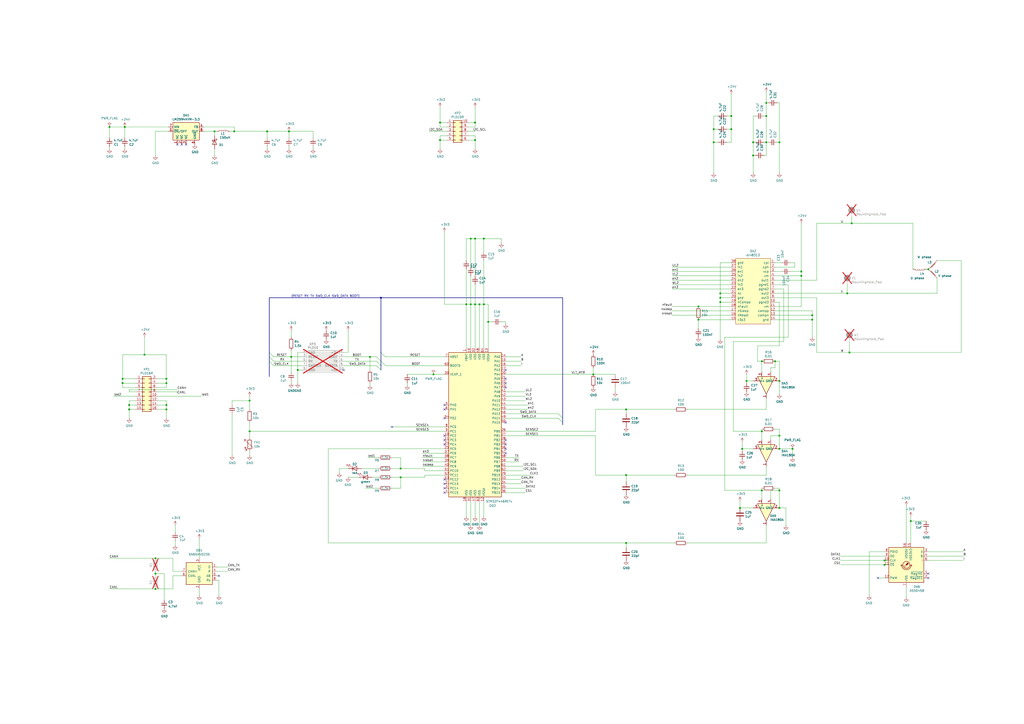
<source format=kicad_sch>
(kicad_sch
	(version 20231120)
	(generator "eeschema")
	(generator_version "8.0")
	(uuid "59b011af-aa16-42e7-b91d-08a229fb46fa")
	(paper "A2")
	(title_block
		(title "3phase motor controller")
		(date "2024-03-28")
		(rev "${rev}")
	)
	(lib_symbols
		(symbol "Amplifier_Current:INA194"
			(pin_names
				(offset 0.127)
			)
			(exclude_from_sim no)
			(in_bom yes)
			(on_board yes)
			(property "Reference" "U"
				(at 3.81 3.81 0)
				(effects
					(font
						(size 1.27 1.27)
					)
				)
			)
			(property "Value" "INA194"
				(at 3.81 -3.81 0)
				(effects
					(font
						(size 1.27 1.27)
					)
				)
			)
			(property "Footprint" "Package_TO_SOT_SMD:SOT-23-5"
				(at 0 0 0)
				(effects
					(font
						(size 1.27 1.27)
					)
					(hide yes)
				)
			)
			(property "Datasheet" "http://www.ti.com/lit/ds/symlink/ina193.pdf"
				(at 0 0 0)
				(effects
					(font
						(size 1.27 1.27)
					)
					(hide yes)
				)
			)
			(property "Description" "Current Shunt Monitor −16V to +80V Common-Mode Range, 50V/V, SOT-23-5"
				(at 0 0 0)
				(effects
					(font
						(size 1.27 1.27)
					)
					(hide yes)
				)
			)
			(property "ki_keywords" "current sense shunt monitor"
				(at 0 0 0)
				(effects
					(font
						(size 1.27 1.27)
					)
					(hide yes)
				)
			)
			(property "ki_fp_filters" "SOT?23*"
				(at 0 0 0)
				(effects
					(font
						(size 1.27 1.27)
					)
					(hide yes)
				)
			)
			(symbol "INA194_0_1"
				(polyline
					(pts
						(xy 5.08 0) (xy -5.08 5.08) (xy -5.08 -5.08) (xy 5.08 0)
					)
					(stroke
						(width 0.254)
						(type default)
					)
					(fill
						(type background)
					)
				)
			)
			(symbol "INA194_1_1"
				(pin output line
					(at 7.62 0 180)
					(length 2.54)
					(name "~"
						(effects
							(font
								(size 1.27 1.27)
							)
						)
					)
					(number "1"
						(effects
							(font
								(size 1.27 1.27)
							)
						)
					)
				)
				(pin power_in line
					(at -2.54 -7.62 90)
					(length 3.81)
					(name "GND"
						(effects
							(font
								(size 1.27 1.27)
							)
						)
					)
					(number "2"
						(effects
							(font
								(size 1.27 1.27)
							)
						)
					)
				)
				(pin input line
					(at -7.62 2.54 0)
					(length 2.54)
					(name "+"
						(effects
							(font
								(size 1.27 1.27)
							)
						)
					)
					(number "3"
						(effects
							(font
								(size 1.27 1.27)
							)
						)
					)
				)
				(pin input line
					(at -7.62 -2.54 0)
					(length 2.54)
					(name "-"
						(effects
							(font
								(size 1.27 1.27)
							)
						)
					)
					(number "4"
						(effects
							(font
								(size 1.27 1.27)
							)
						)
					)
				)
				(pin power_in line
					(at -2.54 7.62 270)
					(length 3.81)
					(name "V+"
						(effects
							(font
								(size 1.27 1.27)
							)
						)
					)
					(number "5"
						(effects
							(font
								(size 1.27 1.27)
							)
						)
					)
				)
			)
		)
		(symbol "Connector_Generic:Conn_02x05_Counter_Clockwise"
			(pin_names
				(offset 1.016) hide)
			(exclude_from_sim no)
			(in_bom yes)
			(on_board yes)
			(property "Reference" "J"
				(at 1.27 7.62 0)
				(effects
					(font
						(size 1.27 1.27)
					)
				)
			)
			(property "Value" "Conn_02x05_Counter_Clockwise"
				(at 1.27 -7.62 0)
				(effects
					(font
						(size 1.27 1.27)
					)
				)
			)
			(property "Footprint" ""
				(at 0 0 0)
				(effects
					(font
						(size 1.27 1.27)
					)
					(hide yes)
				)
			)
			(property "Datasheet" "~"
				(at 0 0 0)
				(effects
					(font
						(size 1.27 1.27)
					)
					(hide yes)
				)
			)
			(property "Description" "Generic connector, double row, 02x05, counter clockwise pin numbering scheme (similar to DIP package numbering), script generated (kicad-library-utils/schlib/autogen/connector/)"
				(at 0 0 0)
				(effects
					(font
						(size 1.27 1.27)
					)
					(hide yes)
				)
			)
			(property "ki_keywords" "connector"
				(at 0 0 0)
				(effects
					(font
						(size 1.27 1.27)
					)
					(hide yes)
				)
			)
			(property "ki_fp_filters" "Connector*:*_2x??_*"
				(at 0 0 0)
				(effects
					(font
						(size 1.27 1.27)
					)
					(hide yes)
				)
			)
			(symbol "Conn_02x05_Counter_Clockwise_1_1"
				(rectangle
					(start -1.27 -4.953)
					(end 0 -5.207)
					(stroke
						(width 0.1524)
						(type default)
					)
					(fill
						(type none)
					)
				)
				(rectangle
					(start -1.27 -2.413)
					(end 0 -2.667)
					(stroke
						(width 0.1524)
						(type default)
					)
					(fill
						(type none)
					)
				)
				(rectangle
					(start -1.27 0.127)
					(end 0 -0.127)
					(stroke
						(width 0.1524)
						(type default)
					)
					(fill
						(type none)
					)
				)
				(rectangle
					(start -1.27 2.667)
					(end 0 2.413)
					(stroke
						(width 0.1524)
						(type default)
					)
					(fill
						(type none)
					)
				)
				(rectangle
					(start -1.27 5.207)
					(end 0 4.953)
					(stroke
						(width 0.1524)
						(type default)
					)
					(fill
						(type none)
					)
				)
				(rectangle
					(start -1.27 6.35)
					(end 3.81 -6.35)
					(stroke
						(width 0.254)
						(type default)
					)
					(fill
						(type background)
					)
				)
				(rectangle
					(start 3.81 -4.953)
					(end 2.54 -5.207)
					(stroke
						(width 0.1524)
						(type default)
					)
					(fill
						(type none)
					)
				)
				(rectangle
					(start 3.81 -2.413)
					(end 2.54 -2.667)
					(stroke
						(width 0.1524)
						(type default)
					)
					(fill
						(type none)
					)
				)
				(rectangle
					(start 3.81 0.127)
					(end 2.54 -0.127)
					(stroke
						(width 0.1524)
						(type default)
					)
					(fill
						(type none)
					)
				)
				(rectangle
					(start 3.81 2.667)
					(end 2.54 2.413)
					(stroke
						(width 0.1524)
						(type default)
					)
					(fill
						(type none)
					)
				)
				(rectangle
					(start 3.81 5.207)
					(end 2.54 4.953)
					(stroke
						(width 0.1524)
						(type default)
					)
					(fill
						(type none)
					)
				)
				(pin passive line
					(at -5.08 5.08 0)
					(length 3.81)
					(name "Pin_1"
						(effects
							(font
								(size 1.27 1.27)
							)
						)
					)
					(number "1"
						(effects
							(font
								(size 1.27 1.27)
							)
						)
					)
				)
				(pin passive line
					(at 7.62 5.08 180)
					(length 3.81)
					(name "Pin_10"
						(effects
							(font
								(size 1.27 1.27)
							)
						)
					)
					(number "10"
						(effects
							(font
								(size 1.27 1.27)
							)
						)
					)
				)
				(pin passive line
					(at -5.08 2.54 0)
					(length 3.81)
					(name "Pin_2"
						(effects
							(font
								(size 1.27 1.27)
							)
						)
					)
					(number "2"
						(effects
							(font
								(size 1.27 1.27)
							)
						)
					)
				)
				(pin passive line
					(at -5.08 0 0)
					(length 3.81)
					(name "Pin_3"
						(effects
							(font
								(size 1.27 1.27)
							)
						)
					)
					(number "3"
						(effects
							(font
								(size 1.27 1.27)
							)
						)
					)
				)
				(pin passive line
					(at -5.08 -2.54 0)
					(length 3.81)
					(name "Pin_4"
						(effects
							(font
								(size 1.27 1.27)
							)
						)
					)
					(number "4"
						(effects
							(font
								(size 1.27 1.27)
							)
						)
					)
				)
				(pin passive line
					(at -5.08 -5.08 0)
					(length 3.81)
					(name "Pin_5"
						(effects
							(font
								(size 1.27 1.27)
							)
						)
					)
					(number "5"
						(effects
							(font
								(size 1.27 1.27)
							)
						)
					)
				)
				(pin passive line
					(at 7.62 -5.08 180)
					(length 3.81)
					(name "Pin_6"
						(effects
							(font
								(size 1.27 1.27)
							)
						)
					)
					(number "6"
						(effects
							(font
								(size 1.27 1.27)
							)
						)
					)
				)
				(pin passive line
					(at 7.62 -2.54 180)
					(length 3.81)
					(name "Pin_7"
						(effects
							(font
								(size 1.27 1.27)
							)
						)
					)
					(number "7"
						(effects
							(font
								(size 1.27 1.27)
							)
						)
					)
				)
				(pin passive line
					(at 7.62 0 180)
					(length 3.81)
					(name "Pin_8"
						(effects
							(font
								(size 1.27 1.27)
							)
						)
					)
					(number "8"
						(effects
							(font
								(size 1.27 1.27)
							)
						)
					)
				)
				(pin passive line
					(at 7.62 2.54 180)
					(length 3.81)
					(name "Pin_9"
						(effects
							(font
								(size 1.27 1.27)
							)
						)
					)
					(number "9"
						(effects
							(font
								(size 1.27 1.27)
							)
						)
					)
				)
			)
		)
		(symbol "Connector_Generic:Conn_02x08_Odd_Even"
			(pin_names
				(offset 1.016) hide)
			(exclude_from_sim no)
			(in_bom yes)
			(on_board yes)
			(property "Reference" "J"
				(at 1.27 10.16 0)
				(effects
					(font
						(size 1.27 1.27)
					)
				)
			)
			(property "Value" "Conn_02x08_Odd_Even"
				(at 1.27 -12.7 0)
				(effects
					(font
						(size 1.27 1.27)
					)
				)
			)
			(property "Footprint" ""
				(at 0 0 0)
				(effects
					(font
						(size 1.27 1.27)
					)
					(hide yes)
				)
			)
			(property "Datasheet" "~"
				(at 0 0 0)
				(effects
					(font
						(size 1.27 1.27)
					)
					(hide yes)
				)
			)
			(property "Description" "Generic connector, double row, 02x08, odd/even pin numbering scheme (row 1 odd numbers, row 2 even numbers), script generated (kicad-library-utils/schlib/autogen/connector/)"
				(at 0 0 0)
				(effects
					(font
						(size 1.27 1.27)
					)
					(hide yes)
				)
			)
			(property "ki_keywords" "connector"
				(at 0 0 0)
				(effects
					(font
						(size 1.27 1.27)
					)
					(hide yes)
				)
			)
			(property "ki_fp_filters" "Connector*:*_2x??_*"
				(at 0 0 0)
				(effects
					(font
						(size 1.27 1.27)
					)
					(hide yes)
				)
			)
			(symbol "Conn_02x08_Odd_Even_1_1"
				(rectangle
					(start -1.27 -10.033)
					(end 0 -10.287)
					(stroke
						(width 0.1524)
						(type default)
					)
					(fill
						(type none)
					)
				)
				(rectangle
					(start -1.27 -7.493)
					(end 0 -7.747)
					(stroke
						(width 0.1524)
						(type default)
					)
					(fill
						(type none)
					)
				)
				(rectangle
					(start -1.27 -4.953)
					(end 0 -5.207)
					(stroke
						(width 0.1524)
						(type default)
					)
					(fill
						(type none)
					)
				)
				(rectangle
					(start -1.27 -2.413)
					(end 0 -2.667)
					(stroke
						(width 0.1524)
						(type default)
					)
					(fill
						(type none)
					)
				)
				(rectangle
					(start -1.27 0.127)
					(end 0 -0.127)
					(stroke
						(width 0.1524)
						(type default)
					)
					(fill
						(type none)
					)
				)
				(rectangle
					(start -1.27 2.667)
					(end 0 2.413)
					(stroke
						(width 0.1524)
						(type default)
					)
					(fill
						(type none)
					)
				)
				(rectangle
					(start -1.27 5.207)
					(end 0 4.953)
					(stroke
						(width 0.1524)
						(type default)
					)
					(fill
						(type none)
					)
				)
				(rectangle
					(start -1.27 7.747)
					(end 0 7.493)
					(stroke
						(width 0.1524)
						(type default)
					)
					(fill
						(type none)
					)
				)
				(rectangle
					(start -1.27 8.89)
					(end 3.81 -11.43)
					(stroke
						(width 0.254)
						(type default)
					)
					(fill
						(type background)
					)
				)
				(rectangle
					(start 3.81 -10.033)
					(end 2.54 -10.287)
					(stroke
						(width 0.1524)
						(type default)
					)
					(fill
						(type none)
					)
				)
				(rectangle
					(start 3.81 -7.493)
					(end 2.54 -7.747)
					(stroke
						(width 0.1524)
						(type default)
					)
					(fill
						(type none)
					)
				)
				(rectangle
					(start 3.81 -4.953)
					(end 2.54 -5.207)
					(stroke
						(width 0.1524)
						(type default)
					)
					(fill
						(type none)
					)
				)
				(rectangle
					(start 3.81 -2.413)
					(end 2.54 -2.667)
					(stroke
						(width 0.1524)
						(type default)
					)
					(fill
						(type none)
					)
				)
				(rectangle
					(start 3.81 0.127)
					(end 2.54 -0.127)
					(stroke
						(width 0.1524)
						(type default)
					)
					(fill
						(type none)
					)
				)
				(rectangle
					(start 3.81 2.667)
					(end 2.54 2.413)
					(stroke
						(width 0.1524)
						(type default)
					)
					(fill
						(type none)
					)
				)
				(rectangle
					(start 3.81 5.207)
					(end 2.54 4.953)
					(stroke
						(width 0.1524)
						(type default)
					)
					(fill
						(type none)
					)
				)
				(rectangle
					(start 3.81 7.747)
					(end 2.54 7.493)
					(stroke
						(width 0.1524)
						(type default)
					)
					(fill
						(type none)
					)
				)
				(pin passive line
					(at -5.08 7.62 0)
					(length 3.81)
					(name "Pin_1"
						(effects
							(font
								(size 1.27 1.27)
							)
						)
					)
					(number "1"
						(effects
							(font
								(size 1.27 1.27)
							)
						)
					)
				)
				(pin passive line
					(at 7.62 -2.54 180)
					(length 3.81)
					(name "Pin_10"
						(effects
							(font
								(size 1.27 1.27)
							)
						)
					)
					(number "10"
						(effects
							(font
								(size 1.27 1.27)
							)
						)
					)
				)
				(pin passive line
					(at -5.08 -5.08 0)
					(length 3.81)
					(name "Pin_11"
						(effects
							(font
								(size 1.27 1.27)
							)
						)
					)
					(number "11"
						(effects
							(font
								(size 1.27 1.27)
							)
						)
					)
				)
				(pin passive line
					(at 7.62 -5.08 180)
					(length 3.81)
					(name "Pin_12"
						(effects
							(font
								(size 1.27 1.27)
							)
						)
					)
					(number "12"
						(effects
							(font
								(size 1.27 1.27)
							)
						)
					)
				)
				(pin passive line
					(at -5.08 -7.62 0)
					(length 3.81)
					(name "Pin_13"
						(effects
							(font
								(size 1.27 1.27)
							)
						)
					)
					(number "13"
						(effects
							(font
								(size 1.27 1.27)
							)
						)
					)
				)
				(pin passive line
					(at 7.62 -7.62 180)
					(length 3.81)
					(name "Pin_14"
						(effects
							(font
								(size 1.27 1.27)
							)
						)
					)
					(number "14"
						(effects
							(font
								(size 1.27 1.27)
							)
						)
					)
				)
				(pin passive line
					(at -5.08 -10.16 0)
					(length 3.81)
					(name "Pin_15"
						(effects
							(font
								(size 1.27 1.27)
							)
						)
					)
					(number "15"
						(effects
							(font
								(size 1.27 1.27)
							)
						)
					)
				)
				(pin passive line
					(at 7.62 -10.16 180)
					(length 3.81)
					(name "Pin_16"
						(effects
							(font
								(size 1.27 1.27)
							)
						)
					)
					(number "16"
						(effects
							(font
								(size 1.27 1.27)
							)
						)
					)
				)
				(pin passive line
					(at 7.62 7.62 180)
					(length 3.81)
					(name "Pin_2"
						(effects
							(font
								(size 1.27 1.27)
							)
						)
					)
					(number "2"
						(effects
							(font
								(size 1.27 1.27)
							)
						)
					)
				)
				(pin passive line
					(at -5.08 5.08 0)
					(length 3.81)
					(name "Pin_3"
						(effects
							(font
								(size 1.27 1.27)
							)
						)
					)
					(number "3"
						(effects
							(font
								(size 1.27 1.27)
							)
						)
					)
				)
				(pin passive line
					(at 7.62 5.08 180)
					(length 3.81)
					(name "Pin_4"
						(effects
							(font
								(size 1.27 1.27)
							)
						)
					)
					(number "4"
						(effects
							(font
								(size 1.27 1.27)
							)
						)
					)
				)
				(pin passive line
					(at -5.08 2.54 0)
					(length 3.81)
					(name "Pin_5"
						(effects
							(font
								(size 1.27 1.27)
							)
						)
					)
					(number "5"
						(effects
							(font
								(size 1.27 1.27)
							)
						)
					)
				)
				(pin passive line
					(at 7.62 2.54 180)
					(length 3.81)
					(name "Pin_6"
						(effects
							(font
								(size 1.27 1.27)
							)
						)
					)
					(number "6"
						(effects
							(font
								(size 1.27 1.27)
							)
						)
					)
				)
				(pin passive line
					(at -5.08 0 0)
					(length 3.81)
					(name "Pin_7"
						(effects
							(font
								(size 1.27 1.27)
							)
						)
					)
					(number "7"
						(effects
							(font
								(size 1.27 1.27)
							)
						)
					)
				)
				(pin passive line
					(at 7.62 0 180)
					(length 3.81)
					(name "Pin_8"
						(effects
							(font
								(size 1.27 1.27)
							)
						)
					)
					(number "8"
						(effects
							(font
								(size 1.27 1.27)
							)
						)
					)
				)
				(pin passive line
					(at -5.08 -2.54 0)
					(length 3.81)
					(name "Pin_9"
						(effects
							(font
								(size 1.27 1.27)
							)
						)
					)
					(number "9"
						(effects
							(font
								(size 1.27 1.27)
							)
						)
					)
				)
			)
		)
		(symbol "Device:C"
			(pin_numbers hide)
			(pin_names
				(offset 0.254)
			)
			(exclude_from_sim no)
			(in_bom yes)
			(on_board yes)
			(property "Reference" "C"
				(at 0.635 2.54 0)
				(effects
					(font
						(size 1.27 1.27)
					)
					(justify left)
				)
			)
			(property "Value" "C"
				(at 0.635 -2.54 0)
				(effects
					(font
						(size 1.27 1.27)
					)
					(justify left)
				)
			)
			(property "Footprint" ""
				(at 0.9652 -3.81 0)
				(effects
					(font
						(size 1.27 1.27)
					)
					(hide yes)
				)
			)
			(property "Datasheet" "~"
				(at 0 0 0)
				(effects
					(font
						(size 1.27 1.27)
					)
					(hide yes)
				)
			)
			(property "Description" "Unpolarized capacitor"
				(at 0 0 0)
				(effects
					(font
						(size 1.27 1.27)
					)
					(hide yes)
				)
			)
			(property "ki_keywords" "cap capacitor"
				(at 0 0 0)
				(effects
					(font
						(size 1.27 1.27)
					)
					(hide yes)
				)
			)
			(property "ki_fp_filters" "C_*"
				(at 0 0 0)
				(effects
					(font
						(size 1.27 1.27)
					)
					(hide yes)
				)
			)
			(symbol "C_0_1"
				(polyline
					(pts
						(xy -2.032 -0.762) (xy 2.032 -0.762)
					)
					(stroke
						(width 0.508)
						(type default)
					)
					(fill
						(type none)
					)
				)
				(polyline
					(pts
						(xy -2.032 0.762) (xy 2.032 0.762)
					)
					(stroke
						(width 0.508)
						(type default)
					)
					(fill
						(type none)
					)
				)
			)
			(symbol "C_1_1"
				(pin passive line
					(at 0 3.81 270)
					(length 2.794)
					(name "~"
						(effects
							(font
								(size 1.27 1.27)
							)
						)
					)
					(number "1"
						(effects
							(font
								(size 1.27 1.27)
							)
						)
					)
				)
				(pin passive line
					(at 0 -3.81 90)
					(length 2.794)
					(name "~"
						(effects
							(font
								(size 1.27 1.27)
							)
						)
					)
					(number "2"
						(effects
							(font
								(size 1.27 1.27)
							)
						)
					)
				)
			)
		)
		(symbol "Device:C_Small"
			(pin_numbers hide)
			(pin_names
				(offset 0.254) hide)
			(exclude_from_sim no)
			(in_bom yes)
			(on_board yes)
			(property "Reference" "C"
				(at 0.254 1.778 0)
				(effects
					(font
						(size 1.27 1.27)
					)
					(justify left)
				)
			)
			(property "Value" "C_Small"
				(at 0.254 -2.032 0)
				(effects
					(font
						(size 1.27 1.27)
					)
					(justify left)
				)
			)
			(property "Footprint" ""
				(at 0 0 0)
				(effects
					(font
						(size 1.27 1.27)
					)
					(hide yes)
				)
			)
			(property "Datasheet" "~"
				(at 0 0 0)
				(effects
					(font
						(size 1.27 1.27)
					)
					(hide yes)
				)
			)
			(property "Description" "Unpolarized capacitor, small symbol"
				(at 0 0 0)
				(effects
					(font
						(size 1.27 1.27)
					)
					(hide yes)
				)
			)
			(property "ki_keywords" "capacitor cap"
				(at 0 0 0)
				(effects
					(font
						(size 1.27 1.27)
					)
					(hide yes)
				)
			)
			(property "ki_fp_filters" "C_*"
				(at 0 0 0)
				(effects
					(font
						(size 1.27 1.27)
					)
					(hide yes)
				)
			)
			(symbol "C_Small_0_1"
				(polyline
					(pts
						(xy -1.524 -0.508) (xy 1.524 -0.508)
					)
					(stroke
						(width 0.3302)
						(type default)
					)
					(fill
						(type none)
					)
				)
				(polyline
					(pts
						(xy -1.524 0.508) (xy 1.524 0.508)
					)
					(stroke
						(width 0.3048)
						(type default)
					)
					(fill
						(type none)
					)
				)
			)
			(symbol "C_Small_1_1"
				(pin passive line
					(at 0 2.54 270)
					(length 2.032)
					(name "~"
						(effects
							(font
								(size 1.27 1.27)
							)
						)
					)
					(number "1"
						(effects
							(font
								(size 1.27 1.27)
							)
						)
					)
				)
				(pin passive line
					(at 0 -2.54 90)
					(length 2.032)
					(name "~"
						(effects
							(font
								(size 1.27 1.27)
							)
						)
					)
					(number "2"
						(effects
							(font
								(size 1.27 1.27)
							)
						)
					)
				)
			)
		)
		(symbol "Device:L"
			(pin_numbers hide)
			(pin_names
				(offset 1.016) hide)
			(exclude_from_sim no)
			(in_bom yes)
			(on_board yes)
			(property "Reference" "L"
				(at -1.27 0 90)
				(effects
					(font
						(size 1.27 1.27)
					)
				)
			)
			(property "Value" "L"
				(at 1.905 0 90)
				(effects
					(font
						(size 1.27 1.27)
					)
				)
			)
			(property "Footprint" ""
				(at 0 0 0)
				(effects
					(font
						(size 1.27 1.27)
					)
					(hide yes)
				)
			)
			(property "Datasheet" "~"
				(at 0 0 0)
				(effects
					(font
						(size 1.27 1.27)
					)
					(hide yes)
				)
			)
			(property "Description" "Inductor"
				(at 0 0 0)
				(effects
					(font
						(size 1.27 1.27)
					)
					(hide yes)
				)
			)
			(property "ki_keywords" "inductor choke coil reactor magnetic"
				(at 0 0 0)
				(effects
					(font
						(size 1.27 1.27)
					)
					(hide yes)
				)
			)
			(property "ki_fp_filters" "Choke_* *Coil* Inductor_* L_*"
				(at 0 0 0)
				(effects
					(font
						(size 1.27 1.27)
					)
					(hide yes)
				)
			)
			(symbol "L_0_1"
				(arc
					(start 0 -2.54)
					(mid 0.6323 -1.905)
					(end 0 -1.27)
					(stroke
						(width 0)
						(type default)
					)
					(fill
						(type none)
					)
				)
				(arc
					(start 0 -1.27)
					(mid 0.6323 -0.635)
					(end 0 0)
					(stroke
						(width 0)
						(type default)
					)
					(fill
						(type none)
					)
				)
				(arc
					(start 0 0)
					(mid 0.6323 0.635)
					(end 0 1.27)
					(stroke
						(width 0)
						(type default)
					)
					(fill
						(type none)
					)
				)
				(arc
					(start 0 1.27)
					(mid 0.6323 1.905)
					(end 0 2.54)
					(stroke
						(width 0)
						(type default)
					)
					(fill
						(type none)
					)
				)
			)
			(symbol "L_1_1"
				(pin passive line
					(at 0 3.81 270)
					(length 1.27)
					(name "1"
						(effects
							(font
								(size 1.27 1.27)
							)
						)
					)
					(number "1"
						(effects
							(font
								(size 1.27 1.27)
							)
						)
					)
				)
				(pin passive line
					(at 0 -3.81 90)
					(length 1.27)
					(name "2"
						(effects
							(font
								(size 1.27 1.27)
							)
						)
					)
					(number "2"
						(effects
							(font
								(size 1.27 1.27)
							)
						)
					)
				)
			)
		)
		(symbol "Device:LED"
			(pin_numbers hide)
			(pin_names
				(offset 1.016) hide)
			(exclude_from_sim no)
			(in_bom yes)
			(on_board yes)
			(property "Reference" "D"
				(at 0 2.54 0)
				(effects
					(font
						(size 1.27 1.27)
					)
				)
			)
			(property "Value" "LED"
				(at 0 -2.54 0)
				(effects
					(font
						(size 1.27 1.27)
					)
				)
			)
			(property "Footprint" ""
				(at 0 0 0)
				(effects
					(font
						(size 1.27 1.27)
					)
					(hide yes)
				)
			)
			(property "Datasheet" "~"
				(at 0 0 0)
				(effects
					(font
						(size 1.27 1.27)
					)
					(hide yes)
				)
			)
			(property "Description" "Light emitting diode"
				(at 0 0 0)
				(effects
					(font
						(size 1.27 1.27)
					)
					(hide yes)
				)
			)
			(property "ki_keywords" "LED diode"
				(at 0 0 0)
				(effects
					(font
						(size 1.27 1.27)
					)
					(hide yes)
				)
			)
			(property "ki_fp_filters" "LED* LED_SMD:* LED_THT:*"
				(at 0 0 0)
				(effects
					(font
						(size 1.27 1.27)
					)
					(hide yes)
				)
			)
			(symbol "LED_0_1"
				(polyline
					(pts
						(xy -1.27 -1.27) (xy -1.27 1.27)
					)
					(stroke
						(width 0.254)
						(type default)
					)
					(fill
						(type none)
					)
				)
				(polyline
					(pts
						(xy -1.27 0) (xy 1.27 0)
					)
					(stroke
						(width 0)
						(type default)
					)
					(fill
						(type none)
					)
				)
				(polyline
					(pts
						(xy 1.27 -1.27) (xy 1.27 1.27) (xy -1.27 0) (xy 1.27 -1.27)
					)
					(stroke
						(width 0.254)
						(type default)
					)
					(fill
						(type none)
					)
				)
				(polyline
					(pts
						(xy -3.048 -0.762) (xy -4.572 -2.286) (xy -3.81 -2.286) (xy -4.572 -2.286) (xy -4.572 -1.524)
					)
					(stroke
						(width 0)
						(type default)
					)
					(fill
						(type none)
					)
				)
				(polyline
					(pts
						(xy -1.778 -0.762) (xy -3.302 -2.286) (xy -2.54 -2.286) (xy -3.302 -2.286) (xy -3.302 -1.524)
					)
					(stroke
						(width 0)
						(type default)
					)
					(fill
						(type none)
					)
				)
			)
			(symbol "LED_1_1"
				(pin passive line
					(at -3.81 0 0)
					(length 2.54)
					(name "K"
						(effects
							(font
								(size 1.27 1.27)
							)
						)
					)
					(number "1"
						(effects
							(font
								(size 1.27 1.27)
							)
						)
					)
				)
				(pin passive line
					(at 3.81 0 180)
					(length 2.54)
					(name "A"
						(effects
							(font
								(size 1.27 1.27)
							)
						)
					)
					(number "2"
						(effects
							(font
								(size 1.27 1.27)
							)
						)
					)
				)
			)
		)
		(symbol "Device:L_45deg"
			(pin_numbers hide)
			(pin_names
				(offset 0)
			)
			(exclude_from_sim no)
			(in_bom yes)
			(on_board yes)
			(property "Reference" "L"
				(at 5.08 2.54 0)
				(effects
					(font
						(size 1.27 1.27)
					)
				)
			)
			(property "Value" "L_45deg"
				(at 8.255 0.635 0)
				(effects
					(font
						(size 1.27 1.27)
					)
				)
			)
			(property "Footprint" ""
				(at 0 1.778 0)
				(effects
					(font
						(size 1.27 1.27)
					)
					(hide yes)
				)
			)
			(property "Datasheet" "~"
				(at 0 0 0)
				(effects
					(font
						(size 1.27 1.27)
					)
					(hide yes)
				)
			)
			(property "Description" "Inductor, rotated by 45°"
				(at 0 0 0)
				(effects
					(font
						(size 1.27 1.27)
					)
					(hide yes)
				)
			)
			(property "ki_keywords" "inductor choke coil reactor magnetic inductor"
				(at 0 0 0)
				(effects
					(font
						(size 1.27 1.27)
					)
					(hide yes)
				)
			)
			(property "ki_fp_filters" "L_* Choke_* Inductor_* *Coil*"
				(at 0 0 0)
				(effects
					(font
						(size 1.27 1.27)
					)
					(hide yes)
				)
			)
			(symbol "L_45deg_0_1"
				(polyline
					(pts
						(xy -1.27 1.27) (xy -2.54 2.54)
					)
					(stroke
						(width 0)
						(type default)
					)
					(fill
						(type none)
					)
				)
				(polyline
					(pts
						(xy 2.54 -2.54) (xy 1.27 -1.27)
					)
					(stroke
						(width 0)
						(type default)
					)
					(fill
						(type none)
					)
				)
			)
			(symbol "L_45deg_1_1"
				(arc
					(start -0.635 0.635)
					(mid -0.6462 1.2588)
					(end -1.27 1.27)
					(stroke
						(width 0.254)
						(type default)
					)
					(fill
						(type none)
					)
				)
				(arc
					(start 0 0)
					(mid -0.0062 0.6288)
					(end -0.635 0.635)
					(stroke
						(width 0.254)
						(type default)
					)
					(fill
						(type none)
					)
				)
				(arc
					(start 0.635 -0.635)
					(mid 0.6256 -0.0094)
					(end 0 0)
					(stroke
						(width 0.254)
						(type default)
					)
					(fill
						(type none)
					)
				)
				(arc
					(start 1.27 -1.27)
					(mid 1.265 -0.6449)
					(end 0.635 -0.635)
					(stroke
						(width 0.254)
						(type default)
					)
					(fill
						(type none)
					)
				)
				(pin passive line
					(at 2.54 -2.54 180)
					(length 0)
					(name "~"
						(effects
							(font
								(size 1.27 1.27)
							)
						)
					)
					(number "1"
						(effects
							(font
								(size 1.27 1.27)
							)
						)
					)
				)
				(pin passive line
					(at -2.54 2.54 0)
					(length 0)
					(name "~"
						(effects
							(font
								(size 1.27 1.27)
							)
						)
					)
					(number "2"
						(effects
							(font
								(size 1.27 1.27)
							)
						)
					)
				)
			)
		)
		(symbol "Device:R"
			(pin_numbers hide)
			(pin_names
				(offset 0)
			)
			(exclude_from_sim no)
			(in_bom yes)
			(on_board yes)
			(property "Reference" "R"
				(at 2.032 0 90)
				(effects
					(font
						(size 1.27 1.27)
					)
				)
			)
			(property "Value" "R"
				(at 0 0 90)
				(effects
					(font
						(size 1.27 1.27)
					)
				)
			)
			(property "Footprint" ""
				(at -1.778 0 90)
				(effects
					(font
						(size 1.27 1.27)
					)
					(hide yes)
				)
			)
			(property "Datasheet" "~"
				(at 0 0 0)
				(effects
					(font
						(size 1.27 1.27)
					)
					(hide yes)
				)
			)
			(property "Description" "Resistor"
				(at 0 0 0)
				(effects
					(font
						(size 1.27 1.27)
					)
					(hide yes)
				)
			)
			(property "ki_keywords" "R res resistor"
				(at 0 0 0)
				(effects
					(font
						(size 1.27 1.27)
					)
					(hide yes)
				)
			)
			(property "ki_fp_filters" "R_*"
				(at 0 0 0)
				(effects
					(font
						(size 1.27 1.27)
					)
					(hide yes)
				)
			)
			(symbol "R_0_1"
				(rectangle
					(start -1.016 -2.54)
					(end 1.016 2.54)
					(stroke
						(width 0.254)
						(type default)
					)
					(fill
						(type none)
					)
				)
			)
			(symbol "R_1_1"
				(pin passive line
					(at 0 3.81 270)
					(length 1.27)
					(name "~"
						(effects
							(font
								(size 1.27 1.27)
							)
						)
					)
					(number "1"
						(effects
							(font
								(size 1.27 1.27)
							)
						)
					)
				)
				(pin passive line
					(at 0 -3.81 90)
					(length 1.27)
					(name "~"
						(effects
							(font
								(size 1.27 1.27)
							)
						)
					)
					(number "2"
						(effects
							(font
								(size 1.27 1.27)
							)
						)
					)
				)
			)
		)
		(symbol "Device:Thermistor_NTC"
			(pin_numbers hide)
			(pin_names
				(offset 0)
			)
			(exclude_from_sim no)
			(in_bom yes)
			(on_board yes)
			(property "Reference" "TH"
				(at -4.445 0 90)
				(effects
					(font
						(size 1.27 1.27)
					)
				)
			)
			(property "Value" "Thermistor_NTC"
				(at 3.175 0 90)
				(effects
					(font
						(size 1.27 1.27)
					)
				)
			)
			(property "Footprint" ""
				(at 0 1.27 0)
				(effects
					(font
						(size 1.27 1.27)
					)
					(hide yes)
				)
			)
			(property "Datasheet" "~"
				(at 0 1.27 0)
				(effects
					(font
						(size 1.27 1.27)
					)
					(hide yes)
				)
			)
			(property "Description" "Temperature dependent resistor, negative temperature coefficient"
				(at 0 0 0)
				(effects
					(font
						(size 1.27 1.27)
					)
					(hide yes)
				)
			)
			(property "ki_keywords" "thermistor NTC resistor sensor RTD"
				(at 0 0 0)
				(effects
					(font
						(size 1.27 1.27)
					)
					(hide yes)
				)
			)
			(property "ki_fp_filters" "*NTC* *Thermistor* PIN?ARRAY* bornier* *Terminal?Block* R_*"
				(at 0 0 0)
				(effects
					(font
						(size 1.27 1.27)
					)
					(hide yes)
				)
			)
			(symbol "Thermistor_NTC_0_1"
				(arc
					(start -3.048 2.159)
					(mid -3.0495 2.3143)
					(end -3.175 2.413)
					(stroke
						(width 0)
						(type default)
					)
					(fill
						(type none)
					)
				)
				(arc
					(start -3.048 2.159)
					(mid -2.9736 1.9794)
					(end -2.794 1.905)
					(stroke
						(width 0)
						(type default)
					)
					(fill
						(type none)
					)
				)
				(arc
					(start -3.048 2.794)
					(mid -2.9736 2.6144)
					(end -2.794 2.54)
					(stroke
						(width 0)
						(type default)
					)
					(fill
						(type none)
					)
				)
				(arc
					(start -2.794 1.905)
					(mid -2.6144 1.9794)
					(end -2.54 2.159)
					(stroke
						(width 0)
						(type default)
					)
					(fill
						(type none)
					)
				)
				(arc
					(start -2.794 2.54)
					(mid -2.4393 2.5587)
					(end -2.159 2.794)
					(stroke
						(width 0)
						(type default)
					)
					(fill
						(type none)
					)
				)
				(arc
					(start -2.794 3.048)
					(mid -2.9736 2.9736)
					(end -3.048 2.794)
					(stroke
						(width 0)
						(type default)
					)
					(fill
						(type none)
					)
				)
				(arc
					(start -2.54 2.794)
					(mid -2.6144 2.9736)
					(end -2.794 3.048)
					(stroke
						(width 0)
						(type default)
					)
					(fill
						(type none)
					)
				)
				(rectangle
					(start -1.016 2.54)
					(end 1.016 -2.54)
					(stroke
						(width 0.254)
						(type default)
					)
					(fill
						(type none)
					)
				)
				(polyline
					(pts
						(xy -2.54 2.159) (xy -2.54 2.794)
					)
					(stroke
						(width 0)
						(type default)
					)
					(fill
						(type none)
					)
				)
				(polyline
					(pts
						(xy -1.778 2.54) (xy -1.778 1.524) (xy 1.778 -1.524) (xy 1.778 -2.54)
					)
					(stroke
						(width 0)
						(type default)
					)
					(fill
						(type none)
					)
				)
				(polyline
					(pts
						(xy -2.54 -3.683) (xy -2.54 -1.397) (xy -2.794 -2.159) (xy -2.286 -2.159) (xy -2.54 -1.397) (xy -2.54 -1.651)
					)
					(stroke
						(width 0)
						(type default)
					)
					(fill
						(type outline)
					)
				)
				(polyline
					(pts
						(xy -1.778 -1.397) (xy -1.778 -3.683) (xy -2.032 -2.921) (xy -1.524 -2.921) (xy -1.778 -3.683)
						(xy -1.778 -3.429)
					)
					(stroke
						(width 0)
						(type default)
					)
					(fill
						(type outline)
					)
				)
			)
			(symbol "Thermistor_NTC_1_1"
				(pin passive line
					(at 0 3.81 270)
					(length 1.27)
					(name "~"
						(effects
							(font
								(size 1.27 1.27)
							)
						)
					)
					(number "1"
						(effects
							(font
								(size 1.27 1.27)
							)
						)
					)
				)
				(pin passive line
					(at 0 -3.81 90)
					(length 1.27)
					(name "~"
						(effects
							(font
								(size 1.27 1.27)
							)
						)
					)
					(number "2"
						(effects
							(font
								(size 1.27 1.27)
							)
						)
					)
				)
			)
		)
		(symbol "Diode:MBR0530"
			(pin_numbers hide)
			(pin_names
				(offset 1.016) hide)
			(exclude_from_sim no)
			(in_bom yes)
			(on_board yes)
			(property "Reference" "D"
				(at 0 2.54 0)
				(effects
					(font
						(size 1.27 1.27)
					)
				)
			)
			(property "Value" "MBR0530"
				(at 0 -2.54 0)
				(effects
					(font
						(size 1.27 1.27)
					)
				)
			)
			(property "Footprint" "Diode_SMD:D_SOD-123"
				(at 0 -4.445 0)
				(effects
					(font
						(size 1.27 1.27)
					)
					(hide yes)
				)
			)
			(property "Datasheet" "http://www.mccsemi.com/up_pdf/MBR0520~MBR0580(SOD123).pdf"
				(at 0 0 0)
				(effects
					(font
						(size 1.27 1.27)
					)
					(hide yes)
				)
			)
			(property "Description" "30V 0.5A Schottky Power Rectifier Diode, SOD-123"
				(at 0 0 0)
				(effects
					(font
						(size 1.27 1.27)
					)
					(hide yes)
				)
			)
			(property "ki_keywords" "diode Schottky"
				(at 0 0 0)
				(effects
					(font
						(size 1.27 1.27)
					)
					(hide yes)
				)
			)
			(property "ki_fp_filters" "D*SOD?123*"
				(at 0 0 0)
				(effects
					(font
						(size 1.27 1.27)
					)
					(hide yes)
				)
			)
			(symbol "MBR0530_0_1"
				(polyline
					(pts
						(xy 1.27 0) (xy -1.27 0)
					)
					(stroke
						(width 0)
						(type default)
					)
					(fill
						(type none)
					)
				)
				(polyline
					(pts
						(xy 1.27 1.27) (xy 1.27 -1.27) (xy -1.27 0) (xy 1.27 1.27)
					)
					(stroke
						(width 0.254)
						(type default)
					)
					(fill
						(type none)
					)
				)
				(polyline
					(pts
						(xy -1.905 0.635) (xy -1.905 1.27) (xy -1.27 1.27) (xy -1.27 -1.27) (xy -0.635 -1.27) (xy -0.635 -0.635)
					)
					(stroke
						(width 0.254)
						(type default)
					)
					(fill
						(type none)
					)
				)
			)
			(symbol "MBR0530_1_1"
				(pin passive line
					(at -3.81 0 0)
					(length 2.54)
					(name "K"
						(effects
							(font
								(size 1.27 1.27)
							)
						)
					)
					(number "1"
						(effects
							(font
								(size 1.27 1.27)
							)
						)
					)
				)
				(pin passive line
					(at 3.81 0 180)
					(length 2.54)
					(name "A"
						(effects
							(font
								(size 1.27 1.27)
							)
						)
					)
					(number "2"
						(effects
							(font
								(size 1.27 1.27)
							)
						)
					)
				)
			)
		)
		(symbol "Interface_CAN_LIN:SN65HVD235"
			(pin_names
				(offset 1.016)
			)
			(exclude_from_sim no)
			(in_bom yes)
			(on_board yes)
			(property "Reference" "U"
				(at -2.54 10.16 0)
				(effects
					(font
						(size 1.27 1.27)
					)
					(justify right)
				)
			)
			(property "Value" "SN65HVD235"
				(at -2.54 7.62 0)
				(effects
					(font
						(size 1.27 1.27)
					)
					(justify right)
				)
			)
			(property "Footprint" "Package_SO:SOIC-8_3.9x4.9mm_P1.27mm"
				(at 0 -12.7 0)
				(effects
					(font
						(size 1.27 1.27)
					)
					(hide yes)
				)
			)
			(property "Datasheet" "http://www.ti.com/lit/ds/symlink/sn65hvd234.pdf"
				(at -2.54 10.16 0)
				(effects
					(font
						(size 1.27 1.27)
					)
					(hide yes)
				)
			)
			(property "Description" "CAN Bus Transceiver, 3.3V, 1Mbps, Autobaud feature, SOIC-8"
				(at 0 0 0)
				(effects
					(font
						(size 1.27 1.27)
					)
					(hide yes)
				)
			)
			(property "ki_keywords" "can transeiver ti"
				(at 0 0 0)
				(effects
					(font
						(size 1.27 1.27)
					)
					(hide yes)
				)
			)
			(property "ki_fp_filters" "SOIC*3.9x4.9mm*P1.27mm*"
				(at 0 0 0)
				(effects
					(font
						(size 1.27 1.27)
					)
					(hide yes)
				)
			)
			(symbol "SN65HVD235_0_1"
				(rectangle
					(start -7.62 5.08)
					(end 7.62 -7.62)
					(stroke
						(width 0.254)
						(type default)
					)
					(fill
						(type background)
					)
				)
			)
			(symbol "SN65HVD235_1_1"
				(pin input line
					(at -10.16 2.54 0)
					(length 2.54)
					(name "D"
						(effects
							(font
								(size 1.27 1.27)
							)
						)
					)
					(number "1"
						(effects
							(font
								(size 1.27 1.27)
							)
						)
					)
				)
				(pin power_in line
					(at 0 -10.16 90)
					(length 2.54)
					(name "GND"
						(effects
							(font
								(size 1.27 1.27)
							)
						)
					)
					(number "2"
						(effects
							(font
								(size 1.27 1.27)
							)
						)
					)
				)
				(pin power_in line
					(at 0 7.62 270)
					(length 2.54)
					(name "VCC"
						(effects
							(font
								(size 1.27 1.27)
							)
						)
					)
					(number "3"
						(effects
							(font
								(size 1.27 1.27)
							)
						)
					)
				)
				(pin output line
					(at -10.16 0 0)
					(length 2.54)
					(name "R"
						(effects
							(font
								(size 1.27 1.27)
							)
						)
					)
					(number "4"
						(effects
							(font
								(size 1.27 1.27)
							)
						)
					)
				)
				(pin input line
					(at -10.16 -2.54 0)
					(length 2.54)
					(name "AB"
						(effects
							(font
								(size 1.27 1.27)
							)
						)
					)
					(number "5"
						(effects
							(font
								(size 1.27 1.27)
							)
						)
					)
				)
				(pin bidirectional line
					(at 10.16 -2.54 180)
					(length 2.54)
					(name "CANL"
						(effects
							(font
								(size 1.27 1.27)
							)
						)
					)
					(number "6"
						(effects
							(font
								(size 1.27 1.27)
							)
						)
					)
				)
				(pin bidirectional line
					(at 10.16 0 180)
					(length 2.54)
					(name "CANH"
						(effects
							(font
								(size 1.27 1.27)
							)
						)
					)
					(number "7"
						(effects
							(font
								(size 1.27 1.27)
							)
						)
					)
				)
				(pin input line
					(at -10.16 -5.08 0)
					(length 2.54)
					(name "Rs"
						(effects
							(font
								(size 1.27 1.27)
							)
						)
					)
					(number "8"
						(effects
							(font
								(size 1.27 1.27)
							)
						)
					)
				)
			)
		)
		(symbol "Mechanical:MountingHole_Pad"
			(pin_numbers hide)
			(pin_names
				(offset 1.016) hide)
			(exclude_from_sim yes)
			(in_bom no)
			(on_board yes)
			(property "Reference" "H"
				(at 0 6.35 0)
				(effects
					(font
						(size 1.27 1.27)
					)
				)
			)
			(property "Value" "MountingHole_Pad"
				(at 0 4.445 0)
				(effects
					(font
						(size 1.27 1.27)
					)
				)
			)
			(property "Footprint" ""
				(at 0 0 0)
				(effects
					(font
						(size 1.27 1.27)
					)
					(hide yes)
				)
			)
			(property "Datasheet" "~"
				(at 0 0 0)
				(effects
					(font
						(size 1.27 1.27)
					)
					(hide yes)
				)
			)
			(property "Description" "Mounting Hole with connection"
				(at 0 0 0)
				(effects
					(font
						(size 1.27 1.27)
					)
					(hide yes)
				)
			)
			(property "ki_keywords" "mounting hole"
				(at 0 0 0)
				(effects
					(font
						(size 1.27 1.27)
					)
					(hide yes)
				)
			)
			(property "ki_fp_filters" "MountingHole*Pad*"
				(at 0 0 0)
				(effects
					(font
						(size 1.27 1.27)
					)
					(hide yes)
				)
			)
			(symbol "MountingHole_Pad_0_1"
				(circle
					(center 0 1.27)
					(radius 1.27)
					(stroke
						(width 1.27)
						(type default)
					)
					(fill
						(type none)
					)
				)
			)
			(symbol "MountingHole_Pad_1_1"
				(pin input line
					(at 0 -2.54 90)
					(length 2.54)
					(name "1"
						(effects
							(font
								(size 1.27 1.27)
							)
						)
					)
					(number "1"
						(effects
							(font
								(size 1.27 1.27)
							)
						)
					)
				)
			)
		)
		(symbol "Regulator_Switching:LM2594HVM-3.3"
			(exclude_from_sim no)
			(in_bom yes)
			(on_board yes)
			(property "Reference" "U"
				(at -7.62 6.35 0)
				(effects
					(font
						(size 1.27 1.27)
					)
					(justify left)
				)
			)
			(property "Value" "LM2594HVM-3.3"
				(at 0 6.35 0)
				(effects
					(font
						(size 1.27 1.27)
					)
					(justify left)
				)
			)
			(property "Footprint" "Package_SO:SOIC-8_3.9x4.9mm_P1.27mm"
				(at 5.08 -6.35 0)
				(effects
					(font
						(size 1.27 1.27)
						(italic yes)
					)
					(justify left)
					(hide yes)
				)
			)
			(property "Datasheet" "http://www.ti.com/lit/ds/symlink/lm2594.pdf"
				(at 0 2.54 0)
				(effects
					(font
						(size 1.27 1.27)
					)
					(hide yes)
				)
			)
			(property "Description" "3.3V, 0.5A SIMPLE SWITCHER® Step-Down Voltage Regulator, Maximum VIN 60V, SOIC-8"
				(at 0 0 0)
				(effects
					(font
						(size 1.27 1.27)
					)
					(hide yes)
				)
			)
			(property "ki_keywords" "buck converter regulator step-down voltage simple switcher fixed"
				(at 0 0 0)
				(effects
					(font
						(size 1.27 1.27)
					)
					(hide yes)
				)
			)
			(property "ki_fp_filters" "SOIC*3.9x4.9mm*"
				(at 0 0 0)
				(effects
					(font
						(size 1.27 1.27)
					)
					(hide yes)
				)
			)
			(symbol "LM2594HVM-3.3_0_1"
				(rectangle
					(start -7.62 5.08)
					(end 7.62 -5.08)
					(stroke
						(width 0.254)
						(type default)
					)
					(fill
						(type background)
					)
				)
			)
			(symbol "LM2594HVM-3.3_1_1"
				(pin passive line
					(at -5.08 -7.62 90)
					(length 2.54)
					(name "NC"
						(effects
							(font
								(size 1.27 1.27)
							)
						)
					)
					(number "1"
						(effects
							(font
								(size 1.27 1.27)
							)
						)
					)
				)
				(pin passive line
					(at -2.54 -7.62 90)
					(length 2.54)
					(name "NC"
						(effects
							(font
								(size 1.27 1.27)
							)
						)
					)
					(number "2"
						(effects
							(font
								(size 1.27 1.27)
							)
						)
					)
				)
				(pin passive line
					(at 0 -7.62 90)
					(length 2.54)
					(name "NC"
						(effects
							(font
								(size 1.27 1.27)
							)
						)
					)
					(number "3"
						(effects
							(font
								(size 1.27 1.27)
							)
						)
					)
				)
				(pin input line
					(at 10.16 2.54 180)
					(length 2.54)
					(name "FB"
						(effects
							(font
								(size 1.27 1.27)
							)
						)
					)
					(number "4"
						(effects
							(font
								(size 1.27 1.27)
							)
						)
					)
				)
				(pin input line
					(at -10.16 0 0)
					(length 2.54)
					(name "~{ON}/OFF"
						(effects
							(font
								(size 1.27 1.27)
							)
						)
					)
					(number "5"
						(effects
							(font
								(size 1.27 1.27)
							)
						)
					)
				)
				(pin power_in line
					(at 5.08 -7.62 90)
					(length 2.54)
					(name "GND"
						(effects
							(font
								(size 1.27 1.27)
							)
						)
					)
					(number "6"
						(effects
							(font
								(size 1.27 1.27)
							)
						)
					)
				)
				(pin power_in line
					(at -10.16 2.54 0)
					(length 2.54)
					(name "VIN"
						(effects
							(font
								(size 1.27 1.27)
							)
						)
					)
					(number "7"
						(effects
							(font
								(size 1.27 1.27)
							)
						)
					)
				)
				(pin output line
					(at 10.16 0 180)
					(length 2.54)
					(name "OUT"
						(effects
							(font
								(size 1.27 1.27)
							)
						)
					)
					(number "8"
						(effects
							(font
								(size 1.27 1.27)
							)
						)
					)
				)
			)
		)
		(symbol "Sensor_Magnetic:AS5045B"
			(exclude_from_sim no)
			(in_bom yes)
			(on_board yes)
			(property "Reference" "U"
				(at -10.16 11.43 0)
				(effects
					(font
						(size 1.27 1.27)
					)
					(justify left)
				)
			)
			(property "Value" "AS5045B"
				(at 11.43 11.43 0)
				(effects
					(font
						(size 1.27 1.27)
					)
					(justify right)
				)
			)
			(property "Footprint" "Package_SO:SSOP-16_5.3x6.2mm_P0.65mm"
				(at 3.81 -11.43 0)
				(effects
					(font
						(size 1.27 1.27)
					)
					(justify left)
					(hide yes)
				)
			)
			(property "Datasheet" "https://ams.com/documents/20143/36005/AS5045B_DS000397_2-00.pdf"
				(at -54.61 40.64 0)
				(effects
					(font
						(size 1.27 1.27)
					)
					(hide yes)
				)
			)
			(property "Description" "Magnetic Position Sensor, 12-bit, PWM Output, ABI Output, SPI Interface, SSOP-16"
				(at 0 0 0)
				(effects
					(font
						(size 1.27 1.27)
					)
					(hide yes)
				)
			)
			(property "ki_keywords" "Magnetic Hall Encoder"
				(at 0 0 0)
				(effects
					(font
						(size 1.27 1.27)
					)
					(hide yes)
				)
			)
			(property "ki_fp_filters" "SSOP*5.3x6.2mm*P0.65mm*"
				(at 0 0 0)
				(effects
					(font
						(size 1.27 1.27)
					)
					(hide yes)
				)
			)
			(symbol "AS5045B_0_1"
				(rectangle
					(start -10.16 10.16)
					(end 10.16 -10.16)
					(stroke
						(width 0.254)
						(type default)
					)
					(fill
						(type background)
					)
				)
				(arc
					(start -2.794 0)
					(mid 0 -2.7819)
					(end 2.794 0)
					(stroke
						(width 0.254)
						(type default)
					)
					(fill
						(type none)
					)
				)
				(polyline
					(pts
						(xy -2.794 0) (xy -3.302 -0.508)
					)
					(stroke
						(width 0.254)
						(type default)
					)
					(fill
						(type none)
					)
				)
				(polyline
					(pts
						(xy -2.794 0) (xy -2.286 -0.508)
					)
					(stroke
						(width 0.254)
						(type default)
					)
					(fill
						(type none)
					)
				)
				(polyline
					(pts
						(xy 2.794 0) (xy 2.286 -0.508)
					)
					(stroke
						(width 0.254)
						(type default)
					)
					(fill
						(type none)
					)
				)
				(polyline
					(pts
						(xy 2.794 0) (xy 3.302 -0.508)
					)
					(stroke
						(width 0.254)
						(type default)
					)
					(fill
						(type none)
					)
				)
				(polyline
					(pts
						(xy 0.254 0.254) (xy 1.27 -0.762) (xy 0.762 -1.27) (xy -0.254 -0.254)
					)
					(stroke
						(width 0)
						(type default)
					)
					(fill
						(type none)
					)
				)
				(polyline
					(pts
						(xy -0.762 1.27) (xy 0.254 0.254) (xy -0.254 -0.254) (xy -1.27 0.762) (xy -1.016 1.016) (xy -0.762 1.27)
						(xy -0.635 1.143)
					)
					(stroke
						(width 0)
						(type default)
					)
					(fill
						(type outline)
					)
				)
				(circle
					(center 0 0)
					(radius 2.032)
					(stroke
						(width 0.254)
						(type default)
					)
					(fill
						(type none)
					)
				)
			)
			(symbol "AS5045B_1_1"
				(pin open_collector line
					(at -12.7 -5.08 0)
					(length 2.54)
					(name "~{MagINC}"
						(effects
							(font
								(size 1.27 1.27)
							)
						)
					)
					(number "1"
						(effects
							(font
								(size 1.27 1.27)
							)
						)
					)
				)
				(pin input line
					(at 12.7 2.54 180)
					(length 2.54)
					(name "CLK"
						(effects
							(font
								(size 1.27 1.27)
							)
						)
					)
					(number "10"
						(effects
							(font
								(size 1.27 1.27)
							)
						)
					)
				)
				(pin input line
					(at 12.7 0 180)
					(length 2.54)
					(name "~{CS}"
						(effects
							(font
								(size 1.27 1.27)
							)
						)
					)
					(number "11"
						(effects
							(font
								(size 1.27 1.27)
							)
						)
					)
				)
				(pin output line
					(at 12.7 -7.62 180)
					(length 2.54)
					(name "PWM"
						(effects
							(font
								(size 1.27 1.27)
							)
						)
					)
					(number "12"
						(effects
							(font
								(size 1.27 1.27)
							)
						)
					)
				)
				(pin no_connect line
					(at 10.16 -5.08 180)
					(length 2.54) hide
					(name "NC"
						(effects
							(font
								(size 1.27 1.27)
							)
						)
					)
					(number "13"
						(effects
							(font
								(size 1.27 1.27)
							)
						)
					)
				)
				(pin no_connect line
					(at 2.54 -10.16 90)
					(length 2.54) hide
					(name "NC"
						(effects
							(font
								(size 1.27 1.27)
							)
						)
					)
					(number "14"
						(effects
							(font
								(size 1.27 1.27)
							)
						)
					)
				)
				(pin power_in line
					(at -2.54 12.7 270)
					(length 2.54)
					(name "VDD3V3"
						(effects
							(font
								(size 1.27 1.27)
							)
						)
					)
					(number "15"
						(effects
							(font
								(size 1.27 1.27)
							)
						)
					)
				)
				(pin power_in line
					(at 0 12.7 270)
					(length 2.54)
					(name "VDD5V"
						(effects
							(font
								(size 1.27 1.27)
							)
						)
					)
					(number "16"
						(effects
							(font
								(size 1.27 1.27)
							)
						)
					)
				)
				(pin open_collector line
					(at -12.7 -7.62 0)
					(length 2.54)
					(name "~{MagDEC}"
						(effects
							(font
								(size 1.27 1.27)
							)
						)
					)
					(number "2"
						(effects
							(font
								(size 1.27 1.27)
							)
						)
					)
				)
				(pin output line
					(at -12.7 7.62 0)
					(length 2.54)
					(name "A"
						(effects
							(font
								(size 1.27 1.27)
							)
						)
					)
					(number "3"
						(effects
							(font
								(size 1.27 1.27)
							)
						)
					)
				)
				(pin output line
					(at -12.7 5.08 0)
					(length 2.54)
					(name "B"
						(effects
							(font
								(size 1.27 1.27)
							)
						)
					)
					(number "4"
						(effects
							(font
								(size 1.27 1.27)
							)
						)
					)
				)
				(pin no_connect line
					(at 10.16 -2.54 180)
					(length 2.54) hide
					(name "NC"
						(effects
							(font
								(size 1.27 1.27)
							)
						)
					)
					(number "5"
						(effects
							(font
								(size 1.27 1.27)
							)
						)
					)
				)
				(pin output line
					(at -12.7 2.54 0)
					(length 2.54)
					(name "I"
						(effects
							(font
								(size 1.27 1.27)
							)
						)
					)
					(number "6"
						(effects
							(font
								(size 1.27 1.27)
							)
						)
					)
				)
				(pin power_in line
					(at 0 -12.7 90)
					(length 2.54)
					(name "VSS"
						(effects
							(font
								(size 1.27 1.27)
							)
						)
					)
					(number "7"
						(effects
							(font
								(size 1.27 1.27)
							)
						)
					)
				)
				(pin input line
					(at 12.7 7.62 180)
					(length 2.54)
					(name "PDIO"
						(effects
							(font
								(size 1.27 1.27)
							)
						)
					)
					(number "8"
						(effects
							(font
								(size 1.27 1.27)
							)
						)
					)
				)
				(pin output line
					(at 12.7 5.08 180)
					(length 2.54)
					(name "DO"
						(effects
							(font
								(size 1.27 1.27)
							)
						)
					)
					(number "9"
						(effects
							(font
								(size 1.27 1.27)
							)
						)
					)
				)
			)
		)
		(symbol "motor_controller_50mm-rescue:+3.3V-power"
			(power)
			(pin_names
				(offset 0)
			)
			(exclude_from_sim no)
			(in_bom yes)
			(on_board yes)
			(property "Reference" "#PWR"
				(at 0 -3.81 0)
				(effects
					(font
						(size 1.27 1.27)
					)
					(hide yes)
				)
			)
			(property "Value" "+3.3V-power"
				(at 0 3.556 0)
				(effects
					(font
						(size 1.27 1.27)
					)
				)
			)
			(property "Footprint" ""
				(at 0 0 0)
				(effects
					(font
						(size 1.27 1.27)
					)
					(hide yes)
				)
			)
			(property "Datasheet" ""
				(at 0 0 0)
				(effects
					(font
						(size 1.27 1.27)
					)
					(hide yes)
				)
			)
			(property "Description" ""
				(at 0 0 0)
				(effects
					(font
						(size 1.27 1.27)
					)
					(hide yes)
				)
			)
			(symbol "+3.3V-power_0_1"
				(polyline
					(pts
						(xy -0.762 1.27) (xy 0 2.54)
					)
					(stroke
						(width 0)
						(type solid)
					)
					(fill
						(type none)
					)
				)
				(polyline
					(pts
						(xy 0 0) (xy 0 2.54)
					)
					(stroke
						(width 0)
						(type solid)
					)
					(fill
						(type none)
					)
				)
				(polyline
					(pts
						(xy 0 2.54) (xy 0.762 1.27)
					)
					(stroke
						(width 0)
						(type solid)
					)
					(fill
						(type none)
					)
				)
			)
			(symbol "+3.3V-power_1_1"
				(pin power_in line
					(at 0 0 90)
					(length 0) hide
					(name "+3V3"
						(effects
							(font
								(size 1.27 1.27)
							)
						)
					)
					(number "1"
						(effects
							(font
								(size 1.27 1.27)
							)
						)
					)
				)
			)
		)
		(symbol "motor_controller_50mm-rescue:PROGRAMMATOR-kicad_Library"
			(pin_names
				(offset 1.016)
			)
			(exclude_from_sim no)
			(in_bom yes)
			(on_board yes)
			(property "Reference" "xp"
				(at -8.89 22.86 0)
				(effects
					(font
						(size 1.27 1.27)
					)
				)
			)
			(property "Value" "kicad_Library_PROGRAMMATOR"
				(at -10.16 5.08 0)
				(effects
					(font
						(size 1.27 1.27)
					)
				)
			)
			(property "Footprint" "Connector_IDC:IDC-Header_2x05_P2.54mm_Vertical"
				(at -8.89 22.86 0)
				(effects
					(font
						(size 1.27 1.27)
					)
					(hide yes)
				)
			)
			(property "Datasheet" ""
				(at -8.89 22.86 0)
				(effects
					(font
						(size 1.27 1.27)
					)
					(hide yes)
				)
			)
			(property "Description" ""
				(at 0 0 0)
				(effects
					(font
						(size 1.27 1.27)
					)
					(hide yes)
				)
			)
			(symbol "PROGRAMMATOR-kicad_Library_0_1"
				(rectangle
					(start -17.78 20.32)
					(end 1.27 7.62)
					(stroke
						(width 0)
						(type solid)
					)
					(fill
						(type background)
					)
				)
			)
			(symbol "PROGRAMMATOR-kicad_Library_1_1"
				(pin passive line
					(at -20.32 19.05 0)
					(length 2.54)
					(name "GND"
						(effects
							(font
								(size 1.27 1.27)
							)
						)
					)
					(number "1"
						(effects
							(font
								(size 1.27 1.27)
							)
						)
					)
				)
				(pin power_out line
					(at 3.81 8.89 180)
					(length 2.54)
					(name "+5V"
						(effects
							(font
								(size 1.27 1.27)
							)
						)
					)
					(number "10"
						(effects
							(font
								(size 1.27 1.27)
							)
						)
					)
				)
				(pin power_out line
					(at 3.81 19.05 180)
					(length 2.54)
					(name "+3V"
						(effects
							(font
								(size 1.27 1.27)
							)
						)
					)
					(number "2"
						(effects
							(font
								(size 1.27 1.27)
							)
						)
					)
				)
				(pin input line
					(at -20.32 16.51 0)
					(length 2.54)
					(name "RESET"
						(effects
							(font
								(size 1.27 1.27)
							)
						)
					)
					(number "3"
						(effects
							(font
								(size 1.27 1.27)
							)
						)
					)
				)
				(pin input line
					(at 3.81 16.51 180)
					(length 2.54)
					(name "BOOT"
						(effects
							(font
								(size 1.27 1.27)
							)
						)
					)
					(number "4"
						(effects
							(font
								(size 1.27 1.27)
							)
						)
					)
				)
				(pin input line
					(at -20.32 13.97 0)
					(length 2.54)
					(name "RX"
						(effects
							(font
								(size 1.27 1.27)
							)
						)
					)
					(number "5"
						(effects
							(font
								(size 1.27 1.27)
							)
						)
					)
				)
				(pin output line
					(at 3.81 13.97 180)
					(length 2.54)
					(name "TX"
						(effects
							(font
								(size 1.27 1.27)
							)
						)
					)
					(number "6"
						(effects
							(font
								(size 1.27 1.27)
							)
						)
					)
				)
				(pin input line
					(at -20.32 11.43 0)
					(length 2.54)
					(name "SWDCLK"
						(effects
							(font
								(size 1.27 1.27)
							)
						)
					)
					(number "7"
						(effects
							(font
								(size 1.27 1.27)
							)
						)
					)
				)
				(pin bidirectional line
					(at 3.81 11.43 180)
					(length 2.54)
					(name "SWDDTA"
						(effects
							(font
								(size 1.27 1.27)
							)
						)
					)
					(number "8"
						(effects
							(font
								(size 1.27 1.27)
							)
						)
					)
				)
				(pin passive line
					(at -20.32 8.89 0)
					(length 2.54)
					(name "GND"
						(effects
							(font
								(size 1.27 1.27)
							)
						)
					)
					(number "9"
						(effects
							(font
								(size 1.27 1.27)
							)
						)
					)
				)
			)
		)
		(symbol "motor_controller_50mm-rescue:STM32F446RETx-MCU_ST_STM32F4"
			(exclude_from_sim no)
			(in_bom yes)
			(on_board yes)
			(property "Reference" "U"
				(at -15.24 41.91 0)
				(effects
					(font
						(size 1.27 1.27)
					)
					(justify left)
				)
			)
			(property "Value" "MCU_ST_STM32F4_STM32F446RETx"
				(at 10.16 41.91 0)
				(effects
					(font
						(size 1.27 1.27)
					)
					(justify left)
				)
			)
			(property "Footprint" "Package_QFP:LQFP-64_10x10mm_P0.5mm"
				(at -15.24 -43.18 0)
				(effects
					(font
						(size 1.27 1.27)
					)
					(justify right)
					(hide yes)
				)
			)
			(property "Datasheet" ""
				(at 0 0 0)
				(effects
					(font
						(size 1.27 1.27)
					)
					(hide yes)
				)
			)
			(property "Description" ""
				(at 0 0 0)
				(effects
					(font
						(size 1.27 1.27)
					)
					(hide yes)
				)
			)
			(property "ki_fp_filters" "LQFP*10x10mm*P0.5mm*"
				(at 0 0 0)
				(effects
					(font
						(size 1.27 1.27)
					)
					(hide yes)
				)
			)
			(symbol "STM32F446RETx-MCU_ST_STM32F4_0_1"
				(rectangle
					(start -15.24 -43.18)
					(end 15.24 40.64)
					(stroke
						(width 0.254)
						(type solid)
					)
					(fill
						(type background)
					)
				)
			)
			(symbol "STM32F446RETx-MCU_ST_STM32F4_1_1"
				(pin power_in line
					(at -5.08 43.18 270)
					(length 2.54)
					(name "VBAT"
						(effects
							(font
								(size 1.27 1.27)
							)
						)
					)
					(number "1"
						(effects
							(font
								(size 1.27 1.27)
							)
						)
					)
				)
				(pin bidirectional line
					(at -17.78 -7.62 0)
					(length 2.54)
					(name "PC2"
						(effects
							(font
								(size 1.27 1.27)
							)
						)
					)
					(number "10"
						(effects
							(font
								(size 1.27 1.27)
							)
						)
					)
				)
				(pin bidirectional line
					(at -17.78 -10.16 0)
					(length 2.54)
					(name "PC3"
						(effects
							(font
								(size 1.27 1.27)
							)
						)
					)
					(number "11"
						(effects
							(font
								(size 1.27 1.27)
							)
						)
					)
				)
				(pin power_in line
					(at 5.08 -45.72 90)
					(length 2.54)
					(name "VSSA"
						(effects
							(font
								(size 1.27 1.27)
							)
						)
					)
					(number "12"
						(effects
							(font
								(size 1.27 1.27)
							)
						)
					)
				)
				(pin power_in line
					(at 7.62 43.18 270)
					(length 2.54)
					(name "VDDA"
						(effects
							(font
								(size 1.27 1.27)
							)
						)
					)
					(number "13"
						(effects
							(font
								(size 1.27 1.27)
							)
						)
					)
				)
				(pin bidirectional line
					(at 17.78 38.1 180)
					(length 2.54)
					(name "PA0"
						(effects
							(font
								(size 1.27 1.27)
							)
						)
					)
					(number "14"
						(effects
							(font
								(size 1.27 1.27)
							)
						)
					)
				)
				(pin bidirectional line
					(at 17.78 35.56 180)
					(length 2.54)
					(name "PA1"
						(effects
							(font
								(size 1.27 1.27)
							)
						)
					)
					(number "15"
						(effects
							(font
								(size 1.27 1.27)
							)
						)
					)
				)
				(pin bidirectional line
					(at 17.78 33.02 180)
					(length 2.54)
					(name "PA2"
						(effects
							(font
								(size 1.27 1.27)
							)
						)
					)
					(number "16"
						(effects
							(font
								(size 1.27 1.27)
							)
						)
					)
				)
				(pin bidirectional line
					(at 17.78 30.48 180)
					(length 2.54)
					(name "PA3"
						(effects
							(font
								(size 1.27 1.27)
							)
						)
					)
					(number "17"
						(effects
							(font
								(size 1.27 1.27)
							)
						)
					)
				)
				(pin power_in line
					(at -5.08 -45.72 90)
					(length 2.54)
					(name "VSS"
						(effects
							(font
								(size 1.27 1.27)
							)
						)
					)
					(number "18"
						(effects
							(font
								(size 1.27 1.27)
							)
						)
					)
				)
				(pin power_in line
					(at -2.54 43.18 270)
					(length 2.54)
					(name "VDD"
						(effects
							(font
								(size 1.27 1.27)
							)
						)
					)
					(number "19"
						(effects
							(font
								(size 1.27 1.27)
							)
						)
					)
				)
				(pin bidirectional line
					(at -17.78 -35.56 0)
					(length 2.54)
					(name "PC13"
						(effects
							(font
								(size 1.27 1.27)
							)
						)
					)
					(number "2"
						(effects
							(font
								(size 1.27 1.27)
							)
						)
					)
				)
				(pin bidirectional line
					(at 17.78 27.94 180)
					(length 2.54)
					(name "PA4"
						(effects
							(font
								(size 1.27 1.27)
							)
						)
					)
					(number "20"
						(effects
							(font
								(size 1.27 1.27)
							)
						)
					)
				)
				(pin bidirectional line
					(at 17.78 25.4 180)
					(length 2.54)
					(name "PA5"
						(effects
							(font
								(size 1.27 1.27)
							)
						)
					)
					(number "21"
						(effects
							(font
								(size 1.27 1.27)
							)
						)
					)
				)
				(pin bidirectional line
					(at 17.78 22.86 180)
					(length 2.54)
					(name "PA6"
						(effects
							(font
								(size 1.27 1.27)
							)
						)
					)
					(number "22"
						(effects
							(font
								(size 1.27 1.27)
							)
						)
					)
				)
				(pin bidirectional line
					(at 17.78 20.32 180)
					(length 2.54)
					(name "PA7"
						(effects
							(font
								(size 1.27 1.27)
							)
						)
					)
					(number "23"
						(effects
							(font
								(size 1.27 1.27)
							)
						)
					)
				)
				(pin bidirectional line
					(at -17.78 -12.7 0)
					(length 2.54)
					(name "PC4"
						(effects
							(font
								(size 1.27 1.27)
							)
						)
					)
					(number "24"
						(effects
							(font
								(size 1.27 1.27)
							)
						)
					)
				)
				(pin bidirectional line
					(at -17.78 -15.24 0)
					(length 2.54)
					(name "PC5"
						(effects
							(font
								(size 1.27 1.27)
							)
						)
					)
					(number "25"
						(effects
							(font
								(size 1.27 1.27)
							)
						)
					)
				)
				(pin bidirectional line
					(at 17.78 -5.08 180)
					(length 2.54)
					(name "PB0"
						(effects
							(font
								(size 1.27 1.27)
							)
						)
					)
					(number "26"
						(effects
							(font
								(size 1.27 1.27)
							)
						)
					)
				)
				(pin bidirectional line
					(at 17.78 -7.62 180)
					(length 2.54)
					(name "PB1"
						(effects
							(font
								(size 1.27 1.27)
							)
						)
					)
					(number "27"
						(effects
							(font
								(size 1.27 1.27)
							)
						)
					)
				)
				(pin bidirectional line
					(at 17.78 -10.16 180)
					(length 2.54)
					(name "PB2"
						(effects
							(font
								(size 1.27 1.27)
							)
						)
					)
					(number "28"
						(effects
							(font
								(size 1.27 1.27)
							)
						)
					)
				)
				(pin bidirectional line
					(at 17.78 -30.48 180)
					(length 2.54)
					(name "PB10"
						(effects
							(font
								(size 1.27 1.27)
							)
						)
					)
					(number "29"
						(effects
							(font
								(size 1.27 1.27)
							)
						)
					)
				)
				(pin bidirectional line
					(at -17.78 -38.1 0)
					(length 2.54)
					(name "PC14"
						(effects
							(font
								(size 1.27 1.27)
							)
						)
					)
					(number "3"
						(effects
							(font
								(size 1.27 1.27)
							)
						)
					)
				)
				(pin power_in line
					(at -17.78 27.94 0)
					(length 2.54)
					(name "VCAP_1"
						(effects
							(font
								(size 1.27 1.27)
							)
						)
					)
					(number "30"
						(effects
							(font
								(size 1.27 1.27)
							)
						)
					)
				)
				(pin power_in line
					(at -2.54 -45.72 90)
					(length 2.54)
					(name "VSS"
						(effects
							(font
								(size 1.27 1.27)
							)
						)
					)
					(number "31"
						(effects
							(font
								(size 1.27 1.27)
							)
						)
					)
				)
				(pin power_in line
					(at 0 43.18 270)
					(length 2.54)
					(name "VDD"
						(effects
							(font
								(size 1.27 1.27)
							)
						)
					)
					(number "32"
						(effects
							(font
								(size 1.27 1.27)
							)
						)
					)
				)
				(pin bidirectional line
					(at 17.78 -33.02 180)
					(length 2.54)
					(name "PB12"
						(effects
							(font
								(size 1.27 1.27)
							)
						)
					)
					(number "33"
						(effects
							(font
								(size 1.27 1.27)
							)
						)
					)
				)
				(pin bidirectional line
					(at 17.78 -35.56 180)
					(length 2.54)
					(name "PB13"
						(effects
							(font
								(size 1.27 1.27)
							)
						)
					)
					(number "34"
						(effects
							(font
								(size 1.27 1.27)
							)
						)
					)
				)
				(pin bidirectional line
					(at 17.78 -38.1 180)
					(length 2.54)
					(name "PB14"
						(effects
							(font
								(size 1.27 1.27)
							)
						)
					)
					(number "35"
						(effects
							(font
								(size 1.27 1.27)
							)
						)
					)
				)
				(pin bidirectional line
					(at 17.78 -40.64 180)
					(length 2.54)
					(name "PB15"
						(effects
							(font
								(size 1.27 1.27)
							)
						)
					)
					(number "36"
						(effects
							(font
								(size 1.27 1.27)
							)
						)
					)
				)
				(pin bidirectional line
					(at -17.78 -17.78 0)
					(length 2.54)
					(name "PC6"
						(effects
							(font
								(size 1.27 1.27)
							)
						)
					)
					(number "37"
						(effects
							(font
								(size 1.27 1.27)
							)
						)
					)
				)
				(pin bidirectional line
					(at -17.78 -20.32 0)
					(length 2.54)
					(name "PC7"
						(effects
							(font
								(size 1.27 1.27)
							)
						)
					)
					(number "38"
						(effects
							(font
								(size 1.27 1.27)
							)
						)
					)
				)
				(pin bidirectional line
					(at -17.78 -22.86 0)
					(length 2.54)
					(name "PC8"
						(effects
							(font
								(size 1.27 1.27)
							)
						)
					)
					(number "39"
						(effects
							(font
								(size 1.27 1.27)
							)
						)
					)
				)
				(pin bidirectional line
					(at -17.78 -40.64 0)
					(length 2.54)
					(name "PC15"
						(effects
							(font
								(size 1.27 1.27)
							)
						)
					)
					(number "4"
						(effects
							(font
								(size 1.27 1.27)
							)
						)
					)
				)
				(pin bidirectional line
					(at -17.78 -25.4 0)
					(length 2.54)
					(name "PC9"
						(effects
							(font
								(size 1.27 1.27)
							)
						)
					)
					(number "40"
						(effects
							(font
								(size 1.27 1.27)
							)
						)
					)
				)
				(pin bidirectional line
					(at 17.78 17.78 180)
					(length 2.54)
					(name "PA8"
						(effects
							(font
								(size 1.27 1.27)
							)
						)
					)
					(number "41"
						(effects
							(font
								(size 1.27 1.27)
							)
						)
					)
				)
				(pin bidirectional line
					(at 17.78 15.24 180)
					(length 2.54)
					(name "PA9"
						(effects
							(font
								(size 1.27 1.27)
							)
						)
					)
					(number "42"
						(effects
							(font
								(size 1.27 1.27)
							)
						)
					)
				)
				(pin bidirectional line
					(at 17.78 12.7 180)
					(length 2.54)
					(name "PA10"
						(effects
							(font
								(size 1.27 1.27)
							)
						)
					)
					(number "43"
						(effects
							(font
								(size 1.27 1.27)
							)
						)
					)
				)
				(pin bidirectional line
					(at 17.78 10.16 180)
					(length 2.54)
					(name "PA11"
						(effects
							(font
								(size 1.27 1.27)
							)
						)
					)
					(number "44"
						(effects
							(font
								(size 1.27 1.27)
							)
						)
					)
				)
				(pin bidirectional line
					(at 17.78 7.62 180)
					(length 2.54)
					(name "PA12"
						(effects
							(font
								(size 1.27 1.27)
							)
						)
					)
					(number "45"
						(effects
							(font
								(size 1.27 1.27)
							)
						)
					)
				)
				(pin bidirectional line
					(at 17.78 5.08 180)
					(length 2.54)
					(name "PA13"
						(effects
							(font
								(size 1.27 1.27)
							)
						)
					)
					(number "46"
						(effects
							(font
								(size 1.27 1.27)
							)
						)
					)
				)
				(pin power_in line
					(at 0 -45.72 90)
					(length 2.54)
					(name "VSS"
						(effects
							(font
								(size 1.27 1.27)
							)
						)
					)
					(number "47"
						(effects
							(font
								(size 1.27 1.27)
							)
						)
					)
				)
				(pin power_in line
					(at 2.54 43.18 270)
					(length 2.54)
					(name "VDD"
						(effects
							(font
								(size 1.27 1.27)
							)
						)
					)
					(number "48"
						(effects
							(font
								(size 1.27 1.27)
							)
						)
					)
				)
				(pin bidirectional line
					(at 17.78 2.54 180)
					(length 2.54)
					(name "PA14"
						(effects
							(font
								(size 1.27 1.27)
							)
						)
					)
					(number "49"
						(effects
							(font
								(size 1.27 1.27)
							)
						)
					)
				)
				(pin input line
					(at -17.78 10.16 0)
					(length 2.54)
					(name "PH0"
						(effects
							(font
								(size 1.27 1.27)
							)
						)
					)
					(number "5"
						(effects
							(font
								(size 1.27 1.27)
							)
						)
					)
				)
				(pin bidirectional line
					(at 17.78 0 180)
					(length 2.54)
					(name "PA15"
						(effects
							(font
								(size 1.27 1.27)
							)
						)
					)
					(number "50"
						(effects
							(font
								(size 1.27 1.27)
							)
						)
					)
				)
				(pin bidirectional line
					(at -17.78 -27.94 0)
					(length 2.54)
					(name "PC10"
						(effects
							(font
								(size 1.27 1.27)
							)
						)
					)
					(number "51"
						(effects
							(font
								(size 1.27 1.27)
							)
						)
					)
				)
				(pin bidirectional line
					(at -17.78 -30.48 0)
					(length 2.54)
					(name "PC11"
						(effects
							(font
								(size 1.27 1.27)
							)
						)
					)
					(number "52"
						(effects
							(font
								(size 1.27 1.27)
							)
						)
					)
				)
				(pin bidirectional line
					(at -17.78 -33.02 0)
					(length 2.54)
					(name "PC12"
						(effects
							(font
								(size 1.27 1.27)
							)
						)
					)
					(number "53"
						(effects
							(font
								(size 1.27 1.27)
							)
						)
					)
				)
				(pin bidirectional line
					(at -17.78 2.54 0)
					(length 2.54)
					(name "PD2"
						(effects
							(font
								(size 1.27 1.27)
							)
						)
					)
					(number "54"
						(effects
							(font
								(size 1.27 1.27)
							)
						)
					)
				)
				(pin bidirectional line
					(at 17.78 -12.7 180)
					(length 2.54)
					(name "PB3"
						(effects
							(font
								(size 1.27 1.27)
							)
						)
					)
					(number "55"
						(effects
							(font
								(size 1.27 1.27)
							)
						)
					)
				)
				(pin bidirectional line
					(at 17.78 -15.24 180)
					(length 2.54)
					(name "PB4"
						(effects
							(font
								(size 1.27 1.27)
							)
						)
					)
					(number "56"
						(effects
							(font
								(size 1.27 1.27)
							)
						)
					)
				)
				(pin bidirectional line
					(at 17.78 -17.78 180)
					(length 2.54)
					(name "PB5"
						(effects
							(font
								(size 1.27 1.27)
							)
						)
					)
					(number "57"
						(effects
							(font
								(size 1.27 1.27)
							)
						)
					)
				)
				(pin bidirectional line
					(at 17.78 -20.32 180)
					(length 2.54)
					(name "PB6"
						(effects
							(font
								(size 1.27 1.27)
							)
						)
					)
					(number "58"
						(effects
							(font
								(size 1.27 1.27)
							)
						)
					)
				)
				(pin bidirectional line
					(at 17.78 -22.86 180)
					(length 2.54)
					(name "PB7"
						(effects
							(font
								(size 1.27 1.27)
							)
						)
					)
					(number "59"
						(effects
							(font
								(size 1.27 1.27)
							)
						)
					)
				)
				(pin input line
					(at -17.78 7.62 0)
					(length 2.54)
					(name "PH1"
						(effects
							(font
								(size 1.27 1.27)
							)
						)
					)
					(number "6"
						(effects
							(font
								(size 1.27 1.27)
							)
						)
					)
				)
				(pin input line
					(at -17.78 33.02 0)
					(length 2.54)
					(name "BOOT0"
						(effects
							(font
								(size 1.27 1.27)
							)
						)
					)
					(number "60"
						(effects
							(font
								(size 1.27 1.27)
							)
						)
					)
				)
				(pin bidirectional line
					(at 17.78 -25.4 180)
					(length 2.54)
					(name "PB8"
						(effects
							(font
								(size 1.27 1.27)
							)
						)
					)
					(number "61"
						(effects
							(font
								(size 1.27 1.27)
							)
						)
					)
				)
				(pin bidirectional line
					(at 17.78 -27.94 180)
					(length 2.54)
					(name "PB9"
						(effects
							(font
								(size 1.27 1.27)
							)
						)
					)
					(number "62"
						(effects
							(font
								(size 1.27 1.27)
							)
						)
					)
				)
				(pin power_in line
					(at 2.54 -45.72 90)
					(length 2.54)
					(name "VSS"
						(effects
							(font
								(size 1.27 1.27)
							)
						)
					)
					(number "63"
						(effects
							(font
								(size 1.27 1.27)
							)
						)
					)
				)
				(pin power_in line
					(at 5.08 43.18 270)
					(length 2.54)
					(name "VDD"
						(effects
							(font
								(size 1.27 1.27)
							)
						)
					)
					(number "64"
						(effects
							(font
								(size 1.27 1.27)
							)
						)
					)
				)
				(pin input line
					(at -17.78 38.1 0)
					(length 2.54)
					(name "NRST"
						(effects
							(font
								(size 1.27 1.27)
							)
						)
					)
					(number "7"
						(effects
							(font
								(size 1.27 1.27)
							)
						)
					)
				)
				(pin bidirectional line
					(at -17.78 -2.54 0)
					(length 2.54)
					(name "PC0"
						(effects
							(font
								(size 1.27 1.27)
							)
						)
					)
					(number "8"
						(effects
							(font
								(size 1.27 1.27)
							)
						)
					)
				)
				(pin bidirectional line
					(at -17.78 -5.08 0)
					(length 2.54)
					(name "PC1"
						(effects
							(font
								(size 1.27 1.27)
							)
						)
					)
					(number "9"
						(effects
							(font
								(size 1.27 1.27)
							)
						)
					)
				)
			)
		)
		(symbol "motor_controller_50mm-rescue:drv8313-Driver_Motor"
			(pin_names
				(offset 1.016)
			)
			(exclude_from_sim no)
			(in_bom yes)
			(on_board yes)
			(property "Reference" "U"
				(at -7.62 1.27 0)
				(effects
					(font
						(size 1.27 1.27)
					)
				)
			)
			(property "Value" "Driver_Motor_drv8313"
				(at 5.08 1.27 0)
				(effects
					(font
						(size 1.27 1.27)
					)
				)
			)
			(property "Footprint" ""
				(at -17.78 0 0)
				(effects
					(font
						(size 1.27 1.27)
					)
					(hide yes)
				)
			)
			(property "Datasheet" ""
				(at -17.78 0 0)
				(effects
					(font
						(size 1.27 1.27)
					)
					(hide yes)
				)
			)
			(property "Description" ""
				(at 0 0 0)
				(effects
					(font
						(size 1.27 1.27)
					)
					(hide yes)
				)
			)
			(symbol "drv8313-Driver_Motor_0_1"
				(rectangle
					(start -11.43 -1.27)
					(end 8.89 -39.37)
					(stroke
						(width 0)
						(type solid)
					)
					(fill
						(type background)
					)
				)
			)
			(symbol "drv8313-Driver_Motor_1_1"
				(pin input line
					(at -13.97 -3.81 0)
					(length 2.54)
					(name "cpl"
						(effects
							(font
								(size 1.27 1.27)
							)
						)
					)
					(number "1"
						(effects
							(font
								(size 1.27 1.27)
							)
						)
					)
				)
				(pin input line
					(at -13.97 -26.67 0)
					(length 2.54)
					(name "pgnd3"
						(effects
							(font
								(size 1.27 1.27)
							)
						)
					)
					(number "10"
						(effects
							(font
								(size 1.27 1.27)
							)
						)
					)
				)
				(pin input line
					(at -13.97 -29.21 0)
					(length 2.54)
					(name "vm"
						(effects
							(font
								(size 1.27 1.27)
							)
						)
					)
					(number "11"
						(effects
							(font
								(size 1.27 1.27)
							)
						)
					)
				)
				(pin input line
					(at -13.97 -31.75 0)
					(length 2.54)
					(name "compp"
						(effects
							(font
								(size 1.27 1.27)
							)
						)
					)
					(number "12"
						(effects
							(font
								(size 1.27 1.27)
							)
						)
					)
				)
				(pin input line
					(at -13.97 -34.29 0)
					(length 2.54)
					(name "compn"
						(effects
							(font
								(size 1.27 1.27)
							)
						)
					)
					(number "13"
						(effects
							(font
								(size 1.27 1.27)
							)
						)
					)
				)
				(pin power_in line
					(at -13.97 -36.83 0)
					(length 2.54)
					(name "gnd"
						(effects
							(font
								(size 1.27 1.27)
							)
						)
					)
					(number "14"
						(effects
							(font
								(size 1.27 1.27)
							)
						)
					)
				)
				(pin power_out line
					(at 11.43 -36.83 180)
					(length 2.54)
					(name "v3p3"
						(effects
							(font
								(size 1.27 1.27)
							)
						)
					)
					(number "15"
						(effects
							(font
								(size 1.27 1.27)
							)
						)
					)
				)
				(pin input line
					(at 11.43 -34.29 180)
					(length 2.54)
					(name "nReset"
						(effects
							(font
								(size 1.27 1.27)
							)
						)
					)
					(number "16"
						(effects
							(font
								(size 1.27 1.27)
							)
						)
					)
				)
				(pin input line
					(at 11.43 -31.75 180)
					(length 2.54)
					(name "nSleep"
						(effects
							(font
								(size 1.27 1.27)
							)
						)
					)
					(number "17"
						(effects
							(font
								(size 1.27 1.27)
							)
						)
					)
				)
				(pin output line
					(at 11.43 -29.21 180)
					(length 2.54)
					(name "nFault"
						(effects
							(font
								(size 1.27 1.27)
							)
						)
					)
					(number "18"
						(effects
							(font
								(size 1.27 1.27)
							)
						)
					)
				)
				(pin input line
					(at 11.43 -26.67 180)
					(length 2.54)
					(name "nCompo"
						(effects
							(font
								(size 1.27 1.27)
							)
						)
					)
					(number "19"
						(effects
							(font
								(size 1.27 1.27)
							)
						)
					)
				)
				(pin input line
					(at -13.97 -6.35 0)
					(length 2.54)
					(name "cph"
						(effects
							(font
								(size 1.27 1.27)
							)
						)
					)
					(number "2"
						(effects
							(font
								(size 1.27 1.27)
							)
						)
					)
				)
				(pin power_in line
					(at 11.43 -24.13 180)
					(length 2.54)
					(name "gnd"
						(effects
							(font
								(size 1.27 1.27)
							)
						)
					)
					(number "20"
						(effects
							(font
								(size 1.27 1.27)
							)
						)
					)
				)
				(pin input line
					(at 11.43 -21.59 180)
					(length 2.54)
					(name "nc"
						(effects
							(font
								(size 1.27 1.27)
							)
						)
					)
					(number "21"
						(effects
							(font
								(size 1.27 1.27)
							)
						)
					)
				)
				(pin input line
					(at 11.43 -19.05 180)
					(length 2.54)
					(name "en3"
						(effects
							(font
								(size 1.27 1.27)
							)
						)
					)
					(number "22"
						(effects
							(font
								(size 1.27 1.27)
							)
						)
					)
				)
				(pin input line
					(at 11.43 -16.51 180)
					(length 2.54)
					(name "in3"
						(effects
							(font
								(size 1.27 1.27)
							)
						)
					)
					(number "23"
						(effects
							(font
								(size 1.27 1.27)
							)
						)
					)
				)
				(pin input line
					(at 11.43 -13.97 180)
					(length 2.54)
					(name "en2"
						(effects
							(font
								(size 1.27 1.27)
							)
						)
					)
					(number "24"
						(effects
							(font
								(size 1.27 1.27)
							)
						)
					)
				)
				(pin input line
					(at 11.43 -11.43 180)
					(length 2.54)
					(name "in2"
						(effects
							(font
								(size 1.27 1.27)
							)
						)
					)
					(number "25"
						(effects
							(font
								(size 1.27 1.27)
							)
						)
					)
				)
				(pin input line
					(at 11.43 -8.89 180)
					(length 2.54)
					(name "en1"
						(effects
							(font
								(size 1.27 1.27)
							)
						)
					)
					(number "26"
						(effects
							(font
								(size 1.27 1.27)
							)
						)
					)
				)
				(pin input line
					(at 11.43 -6.35 180)
					(length 2.54)
					(name "in1"
						(effects
							(font
								(size 1.27 1.27)
							)
						)
					)
					(number "27"
						(effects
							(font
								(size 1.27 1.27)
							)
						)
					)
				)
				(pin power_in line
					(at 11.43 -3.81 180)
					(length 2.54)
					(name "gnd"
						(effects
							(font
								(size 1.27 1.27)
							)
						)
					)
					(number "28"
						(effects
							(font
								(size 1.27 1.27)
							)
						)
					)
				)
				(pin input line
					(at -13.97 -8.89 0)
					(length 2.54)
					(name "vcp"
						(effects
							(font
								(size 1.27 1.27)
							)
						)
					)
					(number "3"
						(effects
							(font
								(size 1.27 1.27)
							)
						)
					)
				)
				(pin input line
					(at -13.97 -11.43 0)
					(length 2.54)
					(name "vm"
						(effects
							(font
								(size 1.27 1.27)
							)
						)
					)
					(number "4"
						(effects
							(font
								(size 1.27 1.27)
							)
						)
					)
				)
				(pin output line
					(at -13.97 -13.97 0)
					(length 2.54)
					(name "out1"
						(effects
							(font
								(size 1.27 1.27)
							)
						)
					)
					(number "5"
						(effects
							(font
								(size 1.27 1.27)
							)
						)
					)
				)
				(pin input line
					(at -13.97 -16.51 0)
					(length 2.54)
					(name "pgnd1"
						(effects
							(font
								(size 1.27 1.27)
							)
						)
					)
					(number "6"
						(effects
							(font
								(size 1.27 1.27)
							)
						)
					)
				)
				(pin input line
					(at -13.97 -19.05 0)
					(length 2.54)
					(name "pgnd2"
						(effects
							(font
								(size 1.27 1.27)
							)
						)
					)
					(number "7"
						(effects
							(font
								(size 1.27 1.27)
							)
						)
					)
				)
				(pin output line
					(at -13.97 -21.59 0)
					(length 2.54)
					(name "out2"
						(effects
							(font
								(size 1.27 1.27)
							)
						)
					)
					(number "8"
						(effects
							(font
								(size 1.27 1.27)
							)
						)
					)
				)
				(pin output line
					(at -13.97 -24.13 0)
					(length 2.54)
					(name "out3"
						(effects
							(font
								(size 1.27 1.27)
							)
						)
					)
					(number "9"
						(effects
							(font
								(size 1.27 1.27)
							)
						)
					)
				)
			)
		)
		(symbol "power:+24V"
			(power)
			(pin_numbers hide)
			(pin_names
				(offset 0) hide)
			(exclude_from_sim no)
			(in_bom yes)
			(on_board yes)
			(property "Reference" "#PWR"
				(at 0 -3.81 0)
				(effects
					(font
						(size 1.27 1.27)
					)
					(hide yes)
				)
			)
			(property "Value" "+24V"
				(at 0 3.556 0)
				(effects
					(font
						(size 1.27 1.27)
					)
				)
			)
			(property "Footprint" ""
				(at 0 0 0)
				(effects
					(font
						(size 1.27 1.27)
					)
					(hide yes)
				)
			)
			(property "Datasheet" ""
				(at 0 0 0)
				(effects
					(font
						(size 1.27 1.27)
					)
					(hide yes)
				)
			)
			(property "Description" "Power symbol creates a global label with name \"+24V\""
				(at 0 0 0)
				(effects
					(font
						(size 1.27 1.27)
					)
					(hide yes)
				)
			)
			(property "ki_keywords" "global power"
				(at 0 0 0)
				(effects
					(font
						(size 1.27 1.27)
					)
					(hide yes)
				)
			)
			(symbol "+24V_0_1"
				(polyline
					(pts
						(xy -0.762 1.27) (xy 0 2.54)
					)
					(stroke
						(width 0)
						(type default)
					)
					(fill
						(type none)
					)
				)
				(polyline
					(pts
						(xy 0 0) (xy 0 2.54)
					)
					(stroke
						(width 0)
						(type default)
					)
					(fill
						(type none)
					)
				)
				(polyline
					(pts
						(xy 0 2.54) (xy 0.762 1.27)
					)
					(stroke
						(width 0)
						(type default)
					)
					(fill
						(type none)
					)
				)
			)
			(symbol "+24V_1_1"
				(pin power_in line
					(at 0 0 90)
					(length 0)
					(name "~"
						(effects
							(font
								(size 1.27 1.27)
							)
						)
					)
					(number "1"
						(effects
							(font
								(size 1.27 1.27)
							)
						)
					)
				)
			)
		)
		(symbol "power:GND"
			(power)
			(pin_numbers hide)
			(pin_names
				(offset 0) hide)
			(exclude_from_sim no)
			(in_bom yes)
			(on_board yes)
			(property "Reference" "#PWR"
				(at 0 -6.35 0)
				(effects
					(font
						(size 1.27 1.27)
					)
					(hide yes)
				)
			)
			(property "Value" "GND"
				(at 0 -3.81 0)
				(effects
					(font
						(size 1.27 1.27)
					)
				)
			)
			(property "Footprint" ""
				(at 0 0 0)
				(effects
					(font
						(size 1.27 1.27)
					)
					(hide yes)
				)
			)
			(property "Datasheet" ""
				(at 0 0 0)
				(effects
					(font
						(size 1.27 1.27)
					)
					(hide yes)
				)
			)
			(property "Description" "Power symbol creates a global label with name \"GND\" , ground"
				(at 0 0 0)
				(effects
					(font
						(size 1.27 1.27)
					)
					(hide yes)
				)
			)
			(property "ki_keywords" "global power"
				(at 0 0 0)
				(effects
					(font
						(size 1.27 1.27)
					)
					(hide yes)
				)
			)
			(symbol "GND_0_1"
				(polyline
					(pts
						(xy 0 0) (xy 0 -1.27) (xy 1.27 -1.27) (xy 0 -2.54) (xy -1.27 -1.27) (xy 0 -1.27)
					)
					(stroke
						(width 0)
						(type default)
					)
					(fill
						(type none)
					)
				)
			)
			(symbol "GND_1_1"
				(pin power_in line
					(at 0 0 270)
					(length 0)
					(name "~"
						(effects
							(font
								(size 1.27 1.27)
							)
						)
					)
					(number "1"
						(effects
							(font
								(size 1.27 1.27)
							)
						)
					)
				)
			)
		)
		(symbol "power:PWR_FLAG"
			(power)
			(pin_numbers hide)
			(pin_names
				(offset 0) hide)
			(exclude_from_sim no)
			(in_bom yes)
			(on_board yes)
			(property "Reference" "#FLG"
				(at 0 1.905 0)
				(effects
					(font
						(size 1.27 1.27)
					)
					(hide yes)
				)
			)
			(property "Value" "PWR_FLAG"
				(at 0 3.81 0)
				(effects
					(font
						(size 1.27 1.27)
					)
				)
			)
			(property "Footprint" ""
				(at 0 0 0)
				(effects
					(font
						(size 1.27 1.27)
					)
					(hide yes)
				)
			)
			(property "Datasheet" "~"
				(at 0 0 0)
				(effects
					(font
						(size 1.27 1.27)
					)
					(hide yes)
				)
			)
			(property "Description" "Special symbol for telling ERC where power comes from"
				(at 0 0 0)
				(effects
					(font
						(size 1.27 1.27)
					)
					(hide yes)
				)
			)
			(property "ki_keywords" "flag power"
				(at 0 0 0)
				(effects
					(font
						(size 1.27 1.27)
					)
					(hide yes)
				)
			)
			(symbol "PWR_FLAG_0_0"
				(pin power_out line
					(at 0 0 90)
					(length 0)
					(name "~"
						(effects
							(font
								(size 1.27 1.27)
							)
						)
					)
					(number "1"
						(effects
							(font
								(size 1.27 1.27)
							)
						)
					)
				)
			)
			(symbol "PWR_FLAG_0_1"
				(polyline
					(pts
						(xy 0 0) (xy 0 1.27) (xy -1.016 1.905) (xy 0 2.54) (xy 1.016 1.905) (xy 0 1.27)
					)
					(stroke
						(width 0)
						(type default)
					)
					(fill
						(type none)
					)
				)
			)
		)
	)
	(bus_alias "<NO NET>"
		(members "/SWD_DATA")
	)
	(junction
		(at 429.26 294.64)
		(diameter 0)
		(color 0 0 0 0)
		(uuid "027491ad-73c8-42fc-a7b3-c57de4ff5862")
	)
	(junction
		(at 464.82 160.02)
		(diameter 0)
		(color 0 0 0 0)
		(uuid "18414dbe-aec8-4c76-9a06-677d704ab074")
	)
	(junction
		(at 405.13 177.8)
		(diameter 0)
		(color 0 0 0 0)
		(uuid "1c24b5a4-940e-4bb2-865f-0f53330a0056")
	)
	(junction
		(at 232.41 271.78)
		(diameter 0)
		(color 0 0 0 0)
		(uuid "1c350fca-8588-442e-9940-df80e7f2def2")
	)
	(junction
		(at 71.12 219.71)
		(diameter 0)
		(color 0 0 0 0)
		(uuid "1f4bdf03-7f8c-4d14-99a3-9a0590ac50a3")
	)
	(junction
		(at 232.41 276.86)
		(diameter 0)
		(color 0 0 0 0)
		(uuid "22bdf348-c5e2-4bec-bdd1-82e9cc08c3c5")
	)
	(junction
		(at 278.13 176.53)
		(diameter 0)
		(color 0 0 0 0)
		(uuid "2404be52-5bab-4d7e-9e6d-4ade66921543")
	)
	(junction
		(at 270.51 176.53)
		(diameter 0)
		(color 0 0 0 0)
		(uuid "246fe4cc-6bad-44c8-883d-2eef78cb5c57")
	)
	(junction
		(at 124.46 76.2)
		(diameter 0)
		(color 0 0 0 0)
		(uuid "291348dd-32a7-4ade-8517-a88193adb4ad")
	)
	(junction
		(at 452.12 284.48)
		(diameter 0)
		(color 0 0 0 0)
		(uuid "2b469a0b-0438-495f-b783-c44186bf21fe")
	)
	(junction
		(at 417.83 175.26)
		(diameter 0)
		(color 0 0 0 0)
		(uuid "2c1cf893-a275-4ef0-9d95-eaa728e0bc18")
	)
	(junction
		(at 167.64 76.2)
		(diameter 0)
		(color 0 0 0 0)
		(uuid "32d9cfa7-b784-4003-b6c5-80a3fe108769")
	)
	(junction
		(at 452.12 294.64)
		(diameter 0)
		(color 0 0 0 0)
		(uuid "33d07f5e-b493-4270-a913-530b58832e9b")
	)
	(junction
		(at 528.32 302.26)
		(diameter 0)
		(color 0 0 0 0)
		(uuid "38c69b4b-311f-4415-bc2b-099aa87991af")
	)
	(junction
		(at 494.03 129.54)
		(diameter 0)
		(color 0 0 0 0)
		(uuid "3c3925ae-53c6-4627-a632-7235c4c3d314")
	)
	(junction
		(at 444.5 59.69)
		(diameter 0)
		(color 0 0 0 0)
		(uuid "3d157a6f-7a65-4a37-807b-70c76899cc56")
	)
	(junction
		(at 275.59 81.28)
		(diameter 0)
		(color 0 0 0 0)
		(uuid "42fc5660-c9b4-4d3d-870d-867e06fcd6c5")
	)
	(junction
		(at 444.5 82.55)
		(diameter 0)
		(color 0 0 0 0)
		(uuid "4503ce32-efb9-43c9-9b27-842d9a882f88")
	)
	(junction
		(at 90.17 341.63)
		(diameter 0)
		(color 0 0 0 0)
		(uuid "45f828c1-1215-4e80-b9e1-22e47deba15d")
	)
	(junction
		(at 452.12 220.98)
		(diameter 0)
		(color 0 0 0 0)
		(uuid "46f91b98-1112-4c63-8d15-6754dbb85313")
	)
	(junction
		(at 63.5 73.66)
		(diameter 0)
		(color 0 0 0 0)
		(uuid "4fb5c9f5-a521-4e99-8a6c-e314a33d0b09")
	)
	(junction
		(at 441.96 284.48)
		(diameter 0)
		(color 0 0 0 0)
		(uuid "50673dc8-9269-4260-84fb-73cf789016ba")
	)
	(junction
		(at 363.22 237.49)
		(diameter 0)
		(color 0 0 0 0)
		(uuid "507ea1b4-7a4c-408f-81f4-0841b0c133af")
	)
	(junction
		(at 471.17 182.88)
		(diameter 0)
		(color 0 0 0 0)
		(uuid "58043c03-e943-49d6-bb0e-e4fea2115215")
	)
	(junction
		(at 90.17 323.85)
		(diameter 0)
		(color 0 0 0 0)
		(uuid "5875167a-6e29-440a-8849-0f1c88ba4d8f")
	)
	(junction
		(at 255.27 81.28)
		(diameter 0)
		(color 0 0 0 0)
		(uuid "5cc741c9-0eae-4e8c-98b4-51cef81f6cbf")
	)
	(junction
		(at 433.07 220.98)
		(diameter 0)
		(color 0 0 0 0)
		(uuid "5dd0d431-2564-4d81-9190-c2dc006a09e6")
	)
	(junction
		(at 513.08 327.66)
		(diameter 0)
		(color 0 0 0 0)
		(uuid "60ac78e7-38c2-406d-97c1-7453f47bf18f")
	)
	(junction
		(at 280.67 176.53)
		(diameter 0)
		(color 0 0 0 0)
		(uuid "62f7b5c5-e23d-4df9-9aef-d7276796c513")
	)
	(junction
		(at 273.05 138.43)
		(diameter 0)
		(color 0 0 0 0)
		(uuid "63239da8-9186-43d4-9360-f4897e938f1e")
	)
	(junction
		(at 275.59 176.53)
		(diameter 0)
		(color 0 0 0 0)
		(uuid "64d3421a-e650-4082-9922-78197f543f96")
	)
	(junction
		(at 280.67 138.43)
		(diameter 0)
		(color 0 0 0 0)
		(uuid "66d3c4c2-4a3c-4660-bd30-18cdaf525b66")
	)
	(junction
		(at 168.91 207.01)
		(diameter 0)
		(color 0 0 0 0)
		(uuid "69dd7894-4827-4b29-ba27-887845785f5b")
	)
	(junction
		(at 363.22 275.59)
		(diameter 0)
		(color 0 0 0 0)
		(uuid "70a89dd7-4360-4bae-9cd2-a7adb87fb164")
	)
	(junction
		(at 405.13 185.42)
		(diameter 0)
		(color 0 0 0 0)
		(uuid "74755ea5-c872-48f2-a570-28a9566c63d3")
	)
	(junction
		(at 144.78 250.19)
		(diameter 0)
		(color 0 0 0 0)
		(uuid "76dee391-b27c-4050-bfe9-4d0aa07c7d62")
	)
	(junction
		(at 275.59 71.12)
		(diameter 0)
		(color 0 0 0 0)
		(uuid "7bdc8857-95b0-4ced-97e3-8e98eff4c9ef")
	)
	(junction
		(at 417.83 172.72)
		(diameter 0)
		(color 0 0 0 0)
		(uuid "886892ea-877a-4d6a-a179-647d3baf985f")
	)
	(junction
		(at 424.18 74.93)
		(diameter 0)
		(color 0 0 0 0)
		(uuid "89e0992d-c1a0-4106-8c54-66e916269b45")
	)
	(junction
		(at 255.27 71.12)
		(diameter 0)
		(color 0 0 0 0)
		(uuid "8bb83946-2fdb-4252-bf8d-b85453492fc9")
	)
	(junction
		(at 72.39 73.66)
		(diameter 0)
		(color 0 0 0 0)
		(uuid "8e9280c1-6aad-409b-ab8c-fc916265b5a7")
	)
	(junction
		(at 491.49 170.18)
		(diameter 0)
		(color 0 0 0 0)
		(uuid "912cec1e-3504-4dab-af40-a2051d7e2b14")
	)
	(junction
		(at 452.12 82.55)
		(diameter 0)
		(color 0 0 0 0)
		(uuid "98bbf23b-cf50-42c8-b8c7-878c9df74715")
	)
	(junction
		(at 441.96 250.19)
		(diameter 0)
		(color 0 0 0 0)
		(uuid "a11d4a63-3873-4016-b846-56743f104ce8")
	)
	(junction
		(at 214.63 207.01)
		(diameter 0)
		(color 0 0 0 0)
		(uuid "a30ac3ab-f46b-427c-824a-b9926f3e9f9a")
	)
	(junction
		(at 273.05 176.53)
		(diameter 0)
		(color 0 0 0 0)
		(uuid "a3391f34-2bf6-4817-b62b-b159109c53b9")
	)
	(junction
		(at 424.18 67.31)
		(diameter 0)
		(color 0 0 0 0)
		(uuid "a873b842-4f41-4a25-9800-0a76df4b5efe")
	)
	(junction
		(at 96.52 219.71)
		(diameter 0)
		(color 0 0 0 0)
		(uuid "a94e87e7-8532-4f95-87ed-59407a814a87")
	)
	(junction
		(at 90.17 332.74)
		(diameter 0)
		(color 0 0 0 0)
		(uuid "ac420fb5-2967-41bb-909e-d056272d01e8")
	)
	(junction
		(at 436.88 90.17)
		(diameter 0)
		(color 0 0 0 0)
		(uuid "ac6678ee-caf6-49e9-8eaf-22754b5788d1")
	)
	(junction
		(at 275.59 138.43)
		(diameter 0)
		(color 0 0 0 0)
		(uuid "acda1663-77ab-45d6-8114-13396ccf4874")
	)
	(junction
		(at 96.52 222.25)
		(diameter 0)
		(color 0 0 0 0)
		(uuid "ae7aceb0-2183-401a-95b8-2f6592b4dc59")
	)
	(junction
		(at 414.02 74.93)
		(diameter 0)
		(color 0 0 0 0)
		(uuid "af5203d9-7a6e-4a70-8979-b60d23c9449a")
	)
	(junction
		(at 220.98 172.72)
		(diameter 0)
		(color 0 0 0 0)
		(uuid "b0e1786b-9be6-4c04-ba9a-d41dc8c539ca")
	)
	(junction
		(at 74.93 237.49)
		(diameter 0)
		(color 0 0 0 0)
		(uuid "ba84fed1-72f7-472c-a75a-7a1872d47bed")
	)
	(junction
		(at 154.94 76.2)
		(diameter 0)
		(color 0 0 0 0)
		(uuid "be3ac984-80ac-429c-a382-e04afca80859")
	)
	(junction
		(at 363.22 314.96)
		(diameter 0)
		(color 0 0 0 0)
		(uuid "c535bccd-40ad-4dc6-8a6b-d995da0c3e07")
	)
	(junction
		(at 96.52 234.95)
		(diameter 0)
		(color 0 0 0 0)
		(uuid "c6beec84-3d76-4e8d-92bc-d7a3a8ec229c")
	)
	(junction
		(at 83.82 205.74)
		(diameter 0)
		(color 0 0 0 0)
		(uuid "c84830cd-652b-487e-bc11-59170d619a76")
	)
	(junction
		(at 452.12 260.35)
		(diameter 0)
		(color 0 0 0 0)
		(uuid "c8c17609-93be-4fee-bb3e-f402bf26449d")
	)
	(junction
		(at 144.78 232.41)
		(diameter 0)
		(color 0 0 0 0)
		(uuid "cd10433e-c120-4974-9cea-953fae1d9b92")
	)
	(junction
		(at 344.17 217.17)
		(diameter 0)
		(color 0 0 0 0)
		(uuid "cf8017ec-2209-48f7-a311-e1d25497bd29")
	)
	(junction
		(at 513.08 325.12)
		(diameter 0)
		(color 0 0 0 0)
		(uuid "d6d653e7-3f19-4b08-91b4-578981bf2744")
	)
	(junction
		(at 436.88 82.55)
		(diameter 0)
		(color 0 0 0 0)
		(uuid "d99bf9d2-820b-49bb-a73e-50c2ef55433f")
	)
	(junction
		(at 459.74 260.35)
		(diameter 0)
		(color 0 0 0 0)
		(uuid "daced859-6ad5-4317-9265-02c3cecd416a")
	)
	(junction
		(at 538.48 156.21)
		(diameter 0)
		(color 0 0 0 0)
		(uuid "de67082a-0c22-40de-aba0-22d35d21b2a0")
	)
	(junction
		(at 251.46 217.17)
		(diameter 0)
		(color 0 0 0 0)
		(uuid "de7c49e4-7db0-492e-b55d-936292c78a1c")
	)
	(junction
		(at 417.83 170.18)
		(diameter 0)
		(color 0 0 0 0)
		(uuid "ded9fa40-6bbf-4cb3-9022-97cd2c7f88ef")
	)
	(junction
		(at 71.12 222.25)
		(diameter 0)
		(color 0 0 0 0)
		(uuid "e03605ad-3174-4b7d-ab60-059b68d7295a")
	)
	(junction
		(at 96.52 237.49)
		(diameter 0)
		(color 0 0 0 0)
		(uuid "e44a3bdd-f73e-4b73-870d-ae5fe4c397d3")
	)
	(junction
		(at 492.76 204.47)
		(diameter 0)
		(color 0 0 0 0)
		(uuid "e49f204d-811f-47b8-9089-30926b942c82")
	)
	(junction
		(at 452.12 252.73)
		(diameter 0)
		(color 0 0 0 0)
		(uuid "e89ff967-15f9-4dae-b9f9-e0da78f7a611")
	)
	(junction
		(at 444.5 67.31)
		(diameter 0)
		(color 0 0 0 0)
		(uuid "e947c206-89e6-4dfb-a9e3-84008fbb8bac")
	)
	(junction
		(at 471.17 185.42)
		(diameter 0)
		(color 0 0 0 0)
		(uuid "ea40ed81-9833-42c6-acf3-a759c36e4323")
	)
	(junction
		(at 464.82 157.48)
		(diameter 0)
		(color 0 0 0 0)
		(uuid "eaaa40a5-be5a-4f42-999d-01f0b7a3d5f3")
	)
	(junction
		(at 283.21 186.69)
		(diameter 0)
		(color 0 0 0 0)
		(uuid "eced5ef0-6c18-41d8-9ff1-fcc900d93920")
	)
	(junction
		(at 414.02 82.55)
		(diameter 0)
		(color 0 0 0 0)
		(uuid "ef4a9f55-210a-4cfd-a0f0-8f8a8d919491")
	)
	(junction
		(at 441.96 209.55)
		(diameter 0)
		(color 0 0 0 0)
		(uuid "f6d216eb-7c40-4f1d-a3ac-854e8628342c")
	)
	(junction
		(at 135.89 76.2)
		(diameter 0)
		(color 0 0 0 0)
		(uuid "faeb17aa-bf31-4a81-b5db-1efa412c1968")
	)
	(junction
		(at 430.53 260.35)
		(diameter 0)
		(color 0 0 0 0)
		(uuid "fbeb82ae-609d-4193-85b4-2ff2eb227925")
	)
	(junction
		(at 449.58 209.55)
		(diameter 0)
		(color 0 0 0 0)
		(uuid "fe6300d9-09c2-497c-a9f4-92604968eed5")
	)
	(junction
		(at 74.93 234.95)
		(diameter 0)
		(color 0 0 0 0)
		(uuid "ff4ffdab-ea9a-44e6-b14a-1c8ac951afdd")
	)
	(junction
		(at 172.72 214.63)
		(diameter 0)
		(color 0 0 0 0)
		(uuid "ff68a722-4bce-4007-983a-4b6183e3d013")
	)
	(no_connect
		(at 293.37 219.71)
		(uuid "042b51df-124a-4ec5-ab06-af68d93ab7bf")
	)
	(no_connect
		(at 293.37 245.11)
		(uuid "05957765-d538-4c6f-91dd-4f143111637f")
	)
	(no_connect
		(at 538.48 332.74)
		(uuid "11664942-aa56-4eaa-8723-92bea483bd0b")
	)
	(no_connect
		(at 293.37 222.25)
		(uuid "15556ee5-7d2f-4734-bd8e-0297d658d23c")
	)
	(no_connect
		(at 257.81 252.73)
		(uuid "184b05a4-bda3-43d0-bbe8-186e639dde14")
	)
	(no_connect
		(at 257.81 280.67)
		(uuid "1ad9e6c4-2b6b-40a6-beb6-bb2fed9b6b0e")
	)
	(no_connect
		(at 257.81 255.27)
		(uuid "31db03a3-5551-4baa-a0e1-6954d47bc761")
	)
	(no_connect
		(at 105.41 83.82)
		(uuid "5651feab-3317-4cf6-b138-d3ada3c514f8")
	)
	(no_connect
		(at 293.37 214.63)
		(uuid "7030fdd3-4b5c-431d-ae4a-9daea0f8a8f9")
	)
	(no_connect
		(at 293.37 257.81)
		(uuid "70ec6ec7-9463-454d-a2bc-845343ded94d")
	)
	(no_connect
		(at 538.48 335.28)
		(uuid "72356d91-e3ad-43cb-b5c7-39f5edade62a")
	)
	(no_connect
		(at 199.39 214.63)
		(uuid "9244bc51-264c-4ee0-8f16-276db4d40f0c")
	)
	(no_connect
		(at 293.37 260.35)
		(uuid "98e986b9-0d99-431b-af34-399343d5f791")
	)
	(no_connect
		(at 293.37 255.27)
		(uuid "af448bfb-2db0-4305-b8ad-24a1b42942bd")
	)
	(no_connect
		(at 509.27 335.28)
		(uuid "ba51a0bf-31fc-45bf-bb93-36b94697e8ee")
	)
	(no_connect
		(at 293.37 262.89)
		(uuid "bd663d10-c30b-4f7a-9e41-565fe95eddfa")
	)
	(no_connect
		(at 257.81 234.95)
		(uuid "bee528e3-2d0a-407d-8188-2d02ca6663b9")
	)
	(no_connect
		(at 257.81 283.21)
		(uuid "c5771244-556c-4eee-8734-0467b711687d")
	)
	(no_connect
		(at 102.87 83.82)
		(uuid "ce38df4a-d652-4324-89f7-a0927e4d620c")
	)
	(no_connect
		(at 257.81 237.49)
		(uuid "d93b7f3c-b17e-4619-8ddf-0b4a43474bf3")
	)
	(no_connect
		(at 227.33 247.65)
		(uuid "d991a11b-5b75-493a-bb56-404c1acf32b1")
	)
	(no_connect
		(at 257.81 278.13)
		(uuid "dc071f75-8a86-465a-8893-039f38be5074")
	)
	(no_connect
		(at 293.37 224.79)
		(uuid "e2a0e843-3ab8-4516-a9ed-6b2859ceac77")
	)
	(no_connect
		(at 107.95 83.82)
		(uuid "e66b12cf-3721-45eb-9a26-55c25767a8c5")
	)
	(no_connect
		(at 257.81 242.57)
		(uuid "eadd87cc-84a2-4f9c-a09d-b95b3a65c16a")
	)
	(no_connect
		(at 127 334.01)
		(uuid "f81de088-1756-4fe9-b2a8-82930356e160")
	)
	(no_connect
		(at 257.81 257.81)
		(uuid "fb55750c-1851-4716-ac0f-72c28b7471eb")
	)
	(no_connect
		(at 257.81 285.75)
		(uuid "fb844589-b028-4c1c-a15a-ced121eac874")
	)
	(bus_entry
		(at 220.98 209.55)
		(size 2.54 2.54)
		(stroke
			(width 0)
			(type default)
		)
		(uuid "479f73de-eed6-4c47-a4e1-86569d7bc173")
	)
	(bus_entry
		(at 218.44 212.09)
		(size 2.54 2.54)
		(stroke
			(width 0)
			(type default)
		)
		(uuid "4acf1a38-7ae1-4d1d-8ee5-701fb724d3cd")
	)
	(bus_entry
		(at 156.21 207.01)
		(size 2.54 2.54)
		(stroke
			(width 0)
			(type default)
		)
		(uuid "63b6a566-7811-4422-9bf0-3ddfb2243a29")
	)
	(bus_entry
		(at 156.21 209.55)
		(size 2.54 2.54)
		(stroke
			(width 0)
			(type default)
		)
		(uuid "676f2d0d-f197-44fa-af69-5a516879acf6")
	)
	(bus_entry
		(at 323.85 242.57)
		(size 2.54 2.54)
		(stroke
			(width 0)
			(type default)
		)
		(uuid "80215af8-2ccf-4785-beb0-75cef5870c1b")
	)
	(bus_entry
		(at 220.98 204.47)
		(size 2.54 2.54)
		(stroke
			(width 0)
			(type default)
		)
		(uuid "a43ecafc-6dcc-4f7e-a58b-00c5f0d9c79f")
	)
	(bus_entry
		(at 156.21 204.47)
		(size 2.54 2.54)
		(stroke
			(width 0)
			(type default)
		)
		(uuid "ab75691a-3ac4-4dab-a7ba-dbcbab23654e")
	)
	(bus_entry
		(at 218.44 207.01)
		(size 2.54 2.54)
		(stroke
			(width 0)
			(type default)
		)
		(uuid "d026952d-bea9-42bf-a120-03da8431686c")
	)
	(bus_entry
		(at 218.44 209.55)
		(size 2.54 2.54)
		(stroke
			(width 0)
			(type default)
		)
		(uuid "d95506c1-cdc7-4832-b566-a459af45f8c4")
	)
	(bus_entry
		(at 323.85 240.03)
		(size 2.54 2.54)
		(stroke
			(width 0)
			(type default)
		)
		(uuid "dbe10476-38af-4757-894b-a6c5ba95fdd4")
	)
	(wire
		(pts
			(xy 293.37 242.57) (xy 323.85 242.57)
		)
		(stroke
			(width 0)
			(type default)
		)
		(uuid "00099b03-4b3f-4b96-8552-0fa74ff23e80")
	)
	(wire
		(pts
			(xy 424.18 172.72) (xy 417.83 172.72)
		)
		(stroke
			(width 0)
			(type default)
		)
		(uuid "000bcc54-11af-48d4-88ac-10eda7ba3a0e")
	)
	(wire
		(pts
			(xy 115.57 345.44) (xy 115.57 341.63)
		)
		(stroke
			(width 0)
			(type default)
		)
		(uuid "000c312d-039c-436b-aa05-c4b7214e7b0b")
	)
	(wire
		(pts
			(xy 175.26 209.55) (xy 158.75 209.55)
		)
		(stroke
			(width 0)
			(type default)
		)
		(uuid "008cdd50-d0ce-4e79-8e44-16a2708d2805")
	)
	(wire
		(pts
			(xy 420.37 284.48) (xy 420.37 195.58)
		)
		(stroke
			(width 0)
			(type default)
		)
		(uuid "01cc125a-edd1-4017-92a5-b99ea673070d")
	)
	(wire
		(pts
			(xy 90.17 341.63) (xy 100.33 341.63)
		)
		(stroke
			(width 0)
			(type default)
		)
		(uuid "01e722ff-f8f1-4a7a-b93c-32ec360e5cc1")
	)
	(wire
		(pts
			(xy 487.68 322.58) (xy 513.08 322.58)
		)
		(stroke
			(width 0)
			(type default)
		)
		(uuid "0239cd0d-f986-4938-b932-266ea306d8fe")
	)
	(wire
		(pts
			(xy 389.89 177.8) (xy 405.13 177.8)
		)
		(stroke
			(width 0)
			(type default)
		)
		(uuid "037f662f-dd87-4a6d-bb1b-01a273e65117")
	)
	(wire
		(pts
			(xy 443.23 82.55) (xy 444.5 82.55)
		)
		(stroke
			(width 0)
			(type default)
		)
		(uuid "04a1b8c2-c75c-42a5-b4da-dea7ca797ca2")
	)
	(wire
		(pts
			(xy 438.15 82.55) (xy 436.88 82.55)
		)
		(stroke
			(width 0)
			(type default)
		)
		(uuid "05a7d5b6-77a5-4562-a9c2-fa8cbddcefbd")
	)
	(wire
		(pts
			(xy 71.12 219.71) (xy 71.12 205.74)
		)
		(stroke
			(width 0)
			(type default)
		)
		(uuid "085de182-6043-42c2-8db7-380a5a472cde")
	)
	(wire
		(pts
			(xy 424.18 162.56) (xy 389.89 162.56)
		)
		(stroke
			(width 0)
			(type default)
		)
		(uuid "0896a912-611e-4c86-8065-dadb73985865")
	)
	(wire
		(pts
			(xy 255.27 73.66) (xy 259.08 73.66)
		)
		(stroke
			(width 0)
			(type default)
		)
		(uuid "08f61cff-a809-4104-b1d9-4ab3358bd6cb")
	)
	(wire
		(pts
			(xy 255.27 81.28) (xy 255.27 86.36)
		)
		(stroke
			(width 0)
			(type default)
		)
		(uuid "0983f37e-2cd6-4f8c-b3d4-0aba09f3103d")
	)
	(wire
		(pts
			(xy 421.64 82.55) (xy 424.18 82.55)
		)
		(stroke
			(width 0)
			(type default)
		)
		(uuid "09b60c8f-c797-4de3-8148-1ad55624f689")
	)
	(wire
		(pts
			(xy 464.82 157.48) (xy 464.82 129.54)
		)
		(stroke
			(width 0)
			(type default)
		)
		(uuid "09bc8a88-9b12-4517-bf71-c2b9bffa3586")
	)
	(wire
		(pts
			(xy 246.38 276.86) (xy 246.38 275.59)
		)
		(stroke
			(width 0)
			(type default)
		)
		(uuid "0a9bca4a-0d02-40f9-8358-b6c9fe736541")
	)
	(wire
		(pts
			(xy 245.11 270.51) (xy 257.81 270.51)
		)
		(stroke
			(width 0)
			(type default)
		)
		(uuid "0d8c1bc2-f50a-461b-9bb8-0533b86d4cb2")
	)
	(wire
		(pts
			(xy 275.59 138.43) (xy 280.67 138.43)
		)
		(stroke
			(width 0)
			(type default)
		)
		(uuid "0dcc7f16-0afd-4309-9769-d8614254441e")
	)
	(wire
		(pts
			(xy 417.83 170.18) (xy 417.83 152.4)
		)
		(stroke
			(width 0)
			(type default)
		)
		(uuid "10017d3b-5739-41aa-b42b-444b8a5e1337")
	)
	(wire
		(pts
			(xy 433.07 222.25) (xy 433.07 220.98)
		)
		(stroke
			(width 0)
			(type default)
		)
		(uuid "10c6d3b8-8886-4dbb-8667-6c6739d16edd")
	)
	(wire
		(pts
			(xy 227.33 247.65) (xy 257.81 247.65)
		)
		(stroke
			(width 0)
			(type default)
		)
		(uuid "10e8fbbe-b6b5-4abd-9eb6-2a40638a0795")
	)
	(wire
		(pts
			(xy 273.05 154.94) (xy 273.05 138.43)
		)
		(stroke
			(width 0)
			(type default)
		)
		(uuid "12c8b6b8-0ec1-418a-96fd-ecc53ba0f0e2")
	)
	(wire
		(pts
			(xy 529.59 129.54) (xy 494.03 129.54)
		)
		(stroke
			(width 0)
			(type default)
		)
		(uuid "131897dc-1113-4984-a5ce-952d8bbc32c0")
	)
	(wire
		(pts
			(xy 302.26 209.55) (xy 293.37 209.55)
		)
		(stroke
			(width 0)
			(type default)
		)
		(uuid "13dfbc2b-2cd3-4353-b71f-1ca2fcc45477")
	)
	(wire
		(pts
			(xy 425.45 250.19) (xy 441.96 250.19)
		)
		(stroke
			(width 0)
			(type default)
		)
		(uuid "15544e40-152e-4642-a06f-6e38632dfcad")
	)
	(wire
		(pts
			(xy 344.17 217.17) (xy 356.87 217.17)
		)
		(stroke
			(width 0)
			(type default)
		)
		(uuid "1579bd6a-9e7f-49f0-b3d6-5b803fe261df")
	)
	(wire
		(pts
			(xy 270.51 156.21) (xy 270.51 176.53)
		)
		(stroke
			(width 0)
			(type default)
		)
		(uuid "15db4341-de86-498b-824f-d4cbc617d0a4")
	)
	(wire
		(pts
			(xy 424.18 157.48) (xy 389.89 157.48)
		)
		(stroke
			(width 0)
			(type default)
		)
		(uuid "15e9a783-065e-4965-a946-b09315338d34")
	)
	(wire
		(pts
			(xy 302.26 212.09) (xy 293.37 212.09)
		)
		(stroke
			(width 0)
			(type default)
		)
		(uuid "174b0ecc-20ae-4cb7-b37c-e6ddbacd2c41")
	)
	(wire
		(pts
			(xy 232.41 271.78) (xy 246.38 271.78)
		)
		(stroke
			(width 0)
			(type default)
		)
		(uuid "175e2581-92df-43cb-aa57-b400659e0b34")
	)
	(wire
		(pts
			(xy 190.5 314.96) (xy 363.22 314.96)
		)
		(stroke
			(width 0)
			(type default)
		)
		(uuid "17d89b9c-3aaf-4713-85d9-2850c276a811")
	)
	(bus
		(pts
			(xy 156.21 172.72) (xy 156.21 204.47)
		)
		(stroke
			(width 0)
			(type default)
		)
		(uuid "17ddbae4-c2ea-417c-91c7-6b5dfb6de041")
	)
	(wire
		(pts
			(xy 102.87 226.06) (xy 74.93 226.06)
		)
		(stroke
			(width 0)
			(type default)
		)
		(uuid "1824cd36-ae6d-4611-81a3-109b084ef7a8")
	)
	(wire
		(pts
			(xy 118.11 76.2) (xy 124.46 76.2)
		)
		(stroke
			(width 0)
			(type default)
		)
		(uuid "1825d62a-eba0-4c1e-837b-b00c1c314c46")
	)
	(wire
		(pts
			(xy 424.18 167.64) (xy 389.89 167.64)
		)
		(stroke
			(width 0)
			(type default)
		)
		(uuid "18b72cdb-e147-420b-8648-c0414597333e")
	)
	(wire
		(pts
			(xy 459.74 260.35) (xy 459.74 265.43)
		)
		(stroke
			(width 0)
			(type default)
		)
		(uuid "191db596-363c-4a4c-9809-f486afb2c9b6")
	)
	(wire
		(pts
			(xy 447.04 255.27) (xy 447.04 252.73)
		)
		(stroke
			(width 0)
			(type default)
		)
		(uuid "19b16f83-a65c-4f3f-b825-3b9964881a60")
	)
	(bus
		(pts
			(xy 156.21 204.47) (xy 156.21 207.01)
		)
		(stroke
			(width 0)
			(type default)
		)
		(uuid "19f3b466-cd76-4d1b-8056-ef22958c4bb8")
	)
	(wire
		(pts
			(xy 300.99 267.97) (xy 293.37 267.97)
		)
		(stroke
			(width 0)
			(type default)
		)
		(uuid "19f5f9d0-f4c4-4fb3-831f-a835e286c514")
	)
	(wire
		(pts
			(xy 257.81 217.17) (xy 251.46 217.17)
		)
		(stroke
			(width 0)
			(type default)
		)
		(uuid "1a9caadf-eb6a-4cc2-9250-dceb9eba9f82")
	)
	(wire
		(pts
			(xy 453.39 152.4) (xy 449.58 152.4)
		)
		(stroke
			(width 0)
			(type default)
		)
		(uuid "1ab4c2ab-5118-4edc-876d-247277445f3f")
	)
	(wire
		(pts
			(xy 232.41 265.43) (xy 232.41 271.78)
		)
		(stroke
			(width 0)
			(type default)
		)
		(uuid "1b2bef1b-5537-4482-93ec-c3209e6497c5")
	)
	(wire
		(pts
			(xy 487.68 325.12) (xy 513.08 325.12)
		)
		(stroke
			(width 0)
			(type default)
		)
		(uuid "1b5c2fa7-a325-43cf-bfe4-58dc49efbc3f")
	)
	(wire
		(pts
			(xy 424.18 152.4) (xy 417.83 152.4)
		)
		(stroke
			(width 0)
			(type default)
		)
		(uuid "1bbc633a-d5c3-4df5-a195-02980050195f")
	)
	(wire
		(pts
			(xy 424.18 160.02) (xy 389.89 160.02)
		)
		(stroke
			(width 0)
			(type default)
		)
		(uuid "1cc1ce6e-faab-4d9e-874a-a9a632e0403d")
	)
	(wire
		(pts
			(xy 100.33 334.01) (xy 105.41 334.01)
		)
		(stroke
			(width 0)
			(type default)
		)
		(uuid "1d06e0d5-9ca6-499f-ae7b-cb33a0a4f1ab")
	)
	(wire
		(pts
			(xy 449.58 162.56) (xy 473.71 162.56)
		)
		(stroke
			(width 0)
			(type default)
		)
		(uuid "1f6d5dd9-0d09-40a0-a964-be786f321b8f")
	)
	(wire
		(pts
			(xy 270.51 176.53) (xy 273.05 176.53)
		)
		(stroke
			(width 0)
			(type default)
		)
		(uuid "201f2ccd-1c71-4f7a-a8ca-defdeebf8e05")
	)
	(wire
		(pts
			(xy 424.18 67.31) (xy 424.18 74.93)
		)
		(stroke
			(width 0)
			(type default)
		)
		(uuid "219264dd-1b84-4c82-996c-67e537579ab0")
	)
	(wire
		(pts
			(xy 417.83 172.72) (xy 417.83 175.26)
		)
		(stroke
			(width 0)
			(type default)
		)
		(uuid "21d02e90-e9c2-4dfd-815e-397c00b85dee")
	)
	(wire
		(pts
			(xy 101.6 313.69) (xy 101.6 316.23)
		)
		(stroke
			(width 0)
			(type default)
		)
		(uuid "22059b7f-4bb0-4224-94bc-3f9b4b66f3d5")
	)
	(wire
		(pts
			(xy 223.52 212.09) (xy 257.81 212.09)
		)
		(stroke
			(width 0)
			(type default)
		)
		(uuid "222098f9-4025-4e0a-95fd-342c6f6c3e1a")
	)
	(wire
		(pts
			(xy 306.07 234.95) (xy 293.37 234.95)
		)
		(stroke
			(width 0)
			(type default)
		)
		(uuid "235e2c05-52a3-4b2f-a0b8-08b982ba0a81")
	)
	(wire
		(pts
			(xy 273.05 138.43) (xy 270.51 138.43)
		)
		(stroke
			(width 0)
			(type default)
		)
		(uuid "237bb474-a463-460b-8857-7fa3918bc335")
	)
	(wire
		(pts
			(xy 414.02 82.55) (xy 414.02 100.33)
		)
		(stroke
			(width 0)
			(type default)
		)
		(uuid "23928b1d-cfed-497e-b03c-21860156a009")
	)
	(wire
		(pts
			(xy 424.18 54.61) (xy 424.18 67.31)
		)
		(stroke
			(width 0)
			(type default)
		)
		(uuid "255f1671-a81b-432d-96e2-b62360d7454e")
	)
	(wire
		(pts
			(xy 447.04 284.48) (xy 452.12 284.48)
		)
		(stroke
			(width 0)
			(type default)
		)
		(uuid "2860d3a7-fd08-4c6b-a0a2-c6fe860ea7cd")
	)
	(wire
		(pts
			(xy 430.53 261.62) (xy 430.53 260.35)
		)
		(stroke
			(width 0)
			(type default)
		)
		(uuid "29e0108f-f291-4e73-8be4-c86648c54130")
	)
	(wire
		(pts
			(xy 168.91 207.01) (xy 175.26 207.01)
		)
		(stroke
			(width 0)
			(type default)
		)
		(uuid "2a6be283-daa0-4fbf-8430-101857acad96")
	)
	(wire
		(pts
			(xy 487.68 327.66) (xy 513.08 327.66)
		)
		(stroke
			(width 0)
			(type default)
		)
		(uuid "2c8d000a-da91-4a2f-a278-154b8c1cf9f5")
	)
	(wire
		(pts
			(xy 71.12 222.25) (xy 71.12 219.71)
		)
		(stroke
			(width 0)
			(type default)
		)
		(uuid "2d07be0f-c19f-44c6-9e92-a223fbf0f1f7")
	)
	(wire
		(pts
			(xy 424.18 177.8) (xy 405.13 177.8)
		)
		(stroke
			(width 0)
			(type default)
		)
		(uuid "2d1b7bc3-9c4c-4607-8acd-9de656d9a822")
	)
	(wire
		(pts
			(xy 450.85 82.55) (xy 452.12 82.55)
		)
		(stroke
			(width 0)
			(type default)
		)
		(uuid "2d48f044-8d86-4118-852c-77fc3f4af939")
	)
	(wire
		(pts
			(xy 63.5 86.36) (xy 63.5 85.09)
		)
		(stroke
			(width 0)
			(type default)
		)
		(uuid "2d879709-ac95-4cb1-b1f4-fd748baa9849")
	)
	(wire
		(pts
			(xy 452.12 248.92) (xy 452.12 252.73)
		)
		(stroke
			(width 0)
			(type default)
		)
		(uuid "2d8d250f-c24c-4ee8-a689-6ed792609058")
	)
	(wire
		(pts
			(xy 449.58 154.94) (xy 461.01 154.94)
		)
		(stroke
			(width 0)
			(type default)
		)
		(uuid "2da998cb-5790-4200-9b59-ed98f79f1c8e")
	)
	(wire
		(pts
			(xy 78.74 224.79) (xy 71.12 224.79)
		)
		(stroke
			(width 0)
			(type default)
		)
		(uuid "2e217a09-2b6e-4f83-a8d0-70a0ae58fed8")
	)
	(wire
		(pts
			(xy 420.37 195.58) (xy 457.2 195.58)
		)
		(stroke
			(width 0)
			(type default)
		)
		(uuid "2e6378b3-a4b7-4e10-be21-057c8a137a1a")
	)
	(wire
		(pts
			(xy 458.47 157.48) (xy 464.82 157.48)
		)
		(stroke
			(width 0)
			(type default)
		)
		(uuid "2edc5747-741f-423e-813f-5a79ca7e1377")
	)
	(wire
		(pts
			(xy 449.58 167.64) (xy 454.66 167.64)
		)
		(stroke
			(width 0)
			(type default)
		)
		(uuid "2ef4b700-361d-4fa8-9838-678592555352")
	)
	(wire
		(pts
			(xy 444.5 275.59) (xy 398.78 275.59)
		)
		(stroke
			(width 0)
			(type default)
		)
		(uuid "32255060-514b-48b0-ab37-edab9cf114c5")
	)
	(wire
		(pts
			(xy 144.78 237.49) (xy 144.78 232.41)
		)
		(stroke
			(width 0)
			(type default)
		)
		(uuid "32821e86-b097-4202-9827-3d460c869e27")
	)
	(wire
		(pts
			(xy 132.08 331.47) (xy 125.73 331.47)
		)
		(stroke
			(width 0)
			(type default)
		)
		(uuid "32c10c0a-b72e-4678-ba95-2853b6d8c868")
	)
	(bus
		(pts
			(xy 326.39 172.72) (xy 220.98 172.72)
		)
		(stroke
			(width 0)
			(type default)
		)
		(uuid "32f4ea6b-1fbb-4d69-838e-d3fc9db56485")
	)
	(wire
		(pts
			(xy 90.17 331.47) (xy 90.17 332.74)
		)
		(stroke
			(width 0)
			(type default)
		)
		(uuid "331eed92-469f-4f1a-9fb1-c511733f970f")
	)
	(wire
		(pts
			(xy 492.76 204.47) (xy 557.53 204.47)
		)
		(stroke
			(width 0)
			(type default)
		)
		(uuid "3331a88b-8771-4acb-93d8-d5b5d12b509c")
	)
	(wire
		(pts
			(xy 91.44 227.33) (xy 102.87 227.33)
		)
		(stroke
			(width 0)
			(type default)
		)
		(uuid "337e3197-3233-45a0-a5f8-edf475273f03")
	)
	(wire
		(pts
			(xy 144.78 261.62) (xy 144.78 264.16)
		)
		(stroke
			(width 0)
			(type default)
		)
		(uuid "34620b6a-85e2-4485-b575-9ff56094e5e2")
	)
	(wire
		(pts
			(xy 444.5 237.49) (xy 398.78 237.49)
		)
		(stroke
			(width 0)
			(type default)
		)
		(uuid "34b543a7-145a-4223-9290-aa17ee88dd29")
	)
	(wire
		(pts
			(xy 78.74 232.41) (xy 74.93 232.41)
		)
		(stroke
			(width 0)
			(type default)
		)
		(uuid "351b9eb1-fcb9-4cb7-b50f-65209e146251")
	)
	(wire
		(pts
			(xy 215.9 276.86) (xy 219.71 276.86)
		)
		(stroke
			(width 0)
			(type default)
		)
		(uuid "355ee71d-afc0-4eb0-8a83-bb4cf2fe1e0c")
	)
	(wire
		(pts
			(xy 473.71 204.47) (xy 473.71 172.72)
		)
		(stroke
			(width 0)
			(type default)
		)
		(uuid "367ab963-44a7-442f-8542-029cac40d23b")
	)
	(wire
		(pts
			(xy 124.46 78.74) (xy 124.46 76.2)
		)
		(stroke
			(width 0)
			(type default)
		)
		(uuid "36fe6a4f-8b2f-4ca3-a0f9-7f4fd2de9482")
	)
	(wire
		(pts
			(xy 167.64 76.2) (xy 167.64 80.01)
		)
		(stroke
			(width 0)
			(type default)
		)
		(uuid "37302e63-7349-4307-86ad-611a93d37be8")
	)
	(wire
		(pts
			(xy 449.58 175.26) (xy 452.12 175.26)
		)
		(stroke
			(width 0)
			(type default)
		)
		(uuid "3bfaa5c0-c7e2-40d4-9377-ccdc6b755fb3")
	)
	(wire
		(pts
			(xy 444.5 59.69) (xy 444.5 67.31)
		)
		(stroke
			(width 0)
			(type default)
		)
		(uuid "3cee87c6-12fb-4860-9e82-80fd730fe703")
	)
	(wire
		(pts
			(xy 444.5 270.51) (xy 444.5 275.59)
		)
		(stroke
			(width 0)
			(type default)
		)
		(uuid "3d6d4a96-5328-43d4-9fe2-8b1f2a72a70a")
	)
	(wire
		(pts
			(xy 218.44 212.09) (xy 199.39 212.09)
		)
		(stroke
			(width 0)
			(type default)
		)
		(uuid "3de1dfaf-72e0-4dac-ac9c-648553735e3a")
	)
	(wire
		(pts
			(xy 102.87 227.33) (xy 102.87 228.6)
		)
		(stroke
			(width 0)
			(type default)
		)
		(uuid "3e6b28c4-986e-4099-bb60-7aae361a2817")
	)
	(wire
		(pts
			(xy 271.78 73.66) (xy 275.59 73.66)
		)
		(stroke
			(width 0)
			(type default)
		)
		(uuid "4118c04d-3f35-4aa8-914d-a27209533802")
	)
	(bus
		(pts
			(xy 156.21 172.72) (xy 220.98 172.72)
		)
		(stroke
			(width 0)
			(type default)
		)
		(uuid "412fe280-0b03-4e6b-8baf-7220f30f8e9c")
	)
	(wire
		(pts
			(xy 436.88 220.98) (xy 433.07 220.98)
		)
		(stroke
			(width 0)
			(type default)
		)
		(uuid "4133a638-ac3f-4a8c-9624-430a1e84e677")
	)
	(wire
		(pts
			(xy 513.08 325.12) (xy 515.62 325.12)
		)
		(stroke
			(width 0)
			(type default)
		)
		(uuid "42924487-7e8c-4d5f-b8a6-dfca4e86919d")
	)
	(bus
		(pts
			(xy 156.21 207.01) (xy 156.21 209.55)
		)
		(stroke
			(width 0)
			(type default)
		)
		(uuid "42ff8e11-5385-4e53-833a-ed6690e3c7b4")
	)
	(wire
		(pts
			(xy 72.39 85.09) (xy 72.39 86.36)
		)
		(stroke
			(width 0)
			(type default)
		)
		(uuid "43c19c3b-d5c8-4f48-ad65-85824f147999")
	)
	(wire
		(pts
			(xy 78.74 222.25) (xy 71.12 222.25)
		)
		(stroke
			(width 0)
			(type default)
		)
		(uuid "43d00b65-364c-4e5d-9bd7-4f81bb9cfe9c")
	)
	(wire
		(pts
			(xy 441.96 284.48) (xy 441.96 283.21)
		)
		(stroke
			(width 0)
			(type default)
		)
		(uuid "4458ef0d-fabf-4455-a8bd-3f61fa424b60")
	)
	(wire
		(pts
			(xy 525.78 340.36) (xy 525.78 346.71)
		)
		(stroke
			(width 0)
			(type default)
		)
		(uuid "44a46552-4aee-4916-80ab-bc3136e05765")
	)
	(wire
		(pts
			(xy 461.01 152.4) (xy 458.47 152.4)
		)
		(stroke
			(width 0)
			(type default)
		)
		(uuid "4534488f-fcfb-4c8f-8125-e379529741bf")
	)
	(wire
		(pts
			(xy 245.11 262.89) (xy 257.81 262.89)
		)
		(stroke
			(width 0)
			(type default)
		)
		(uuid "45911357-4a92-4fd1-a0e6-d4b9fff6052a")
	)
	(wire
		(pts
			(xy 452.12 284.48) (xy 452.12 294.64)
		)
		(stroke
			(width 0)
			(type default)
		)
		(uuid "464dc110-cd4f-4515-a712-c9424318be61")
	)
	(wire
		(pts
			(xy 417.83 175.26) (xy 424.18 175.26)
		)
		(stroke
			(width 0)
			(type default)
		)
		(uuid "4709558d-a01d-4961-9344-ee9b050827c0")
	)
	(wire
		(pts
			(xy 181.61 85.09) (xy 181.61 86.36)
		)
		(stroke
			(width 0)
			(type default)
		)
		(uuid "479a4e44-4c8d-4d27-bd22-965d301f71ef")
	)
	(wire
		(pts
			(xy 154.94 80.01) (xy 154.94 76.2)
		)
		(stroke
			(width 0)
			(type default)
		)
		(uuid "479ef13a-11d7-4b14-b0ad-072bf819a40c")
	)
	(wire
		(pts
			(xy 218.44 209.55) (xy 199.39 209.55)
		)
		(stroke
			(width 0)
			(type default)
		)
		(uuid "48075929-4deb-45e6-aecb-6e2a6e04f90d")
	)
	(wire
		(pts
			(xy 232.41 283.21) (xy 232.41 276.86)
		)
		(stroke
			(width 0)
			(type default)
		)
		(uuid "486b5cdb-f524-4547-afde-424615b8231b")
	)
	(wire
		(pts
			(xy 100.33 341.63) (xy 100.33 334.01)
		)
		(stroke
			(width 0)
			(type default)
		)
		(uuid "489f12ba-0516-485d-b390-2b8057334cee")
	)
	(wire
		(pts
			(xy 491.49 170.18) (xy 491.49 165.1)
		)
		(stroke
			(width 0)
			(type default)
		)
		(uuid "48e4f759-7e02-4489-a52b-61062183fd2a")
	)
	(wire
		(pts
			(xy 74.93 226.06) (xy 74.93 227.33)
		)
		(stroke
			(width 0)
			(type default)
		)
		(uuid "4a236543-7f2d-4680-bfad-d0b5d0209e31")
	)
	(wire
		(pts
			(xy 293.37 252.73) (xy 345.44 252.73)
		)
		(stroke
			(width 0)
			(type default)
		)
		(uuid "4abf7181-5dd3-4b85-be69-59588fe8d29b")
	)
	(bus
		(pts
			(xy 326.39 242.57) (xy 326.39 245.11)
		)
		(stroke
			(width 0)
			(type default)
		)
		(uuid "4b3d7617-7d55-4f55-a5d2-e5c0e50f0615")
	)
	(wire
		(pts
			(xy 304.8 285.75) (xy 293.37 285.75)
		)
		(stroke
			(width 0)
			(type default)
		)
		(uuid "4c0c685e-27fe-4c11-b450-35e982dd58a3")
	)
	(wire
		(pts
			(xy 424.18 180.34) (xy 389.89 180.34)
		)
		(stroke
			(width 0)
			(type default)
		)
		(uuid "4cf5415f-b3d3-4651-8a63-8031f486c0eb")
	)
	(wire
		(pts
			(xy 96.52 222.25) (xy 96.52 219.71)
		)
		(stroke
			(width 0)
			(type default)
		)
		(uuid "4da64dc6-970a-486e-b269-35c828c65552")
	)
	(wire
		(pts
			(xy 255.27 71.12) (xy 255.27 62.23)
		)
		(stroke
			(width 0)
			(type default)
		)
		(uuid "4e4659a3-4e12-402c-8c10-5fef74391d20")
	)
	(wire
		(pts
			(xy 416.56 74.93) (xy 414.02 74.93)
		)
		(stroke
			(width 0)
			(type default)
		)
		(uuid "4e71ab25-c689-4802-8783-554d5d231d63")
	)
	(wire
		(pts
			(xy 363.22 240.03) (xy 363.22 237.49)
		)
		(stroke
			(width 0)
			(type default)
		)
		(uuid "4eb4fecb-93d9-4cdd-b7a0-3607df55082b")
	)
	(wire
		(pts
			(xy 494.03 129.54) (xy 473.71 129.54)
		)
		(stroke
			(width 0)
			(type default)
		)
		(uuid "4f25a025-3d9d-4554-b3b7-029fab1d9243")
	)
	(wire
		(pts
			(xy 63.5 323.85) (xy 90.17 323.85)
		)
		(stroke
			(width 0)
			(type default)
		)
		(uuid "4f9a8e86-7c81-4da6-8981-e41d720b5fd2")
	)
	(wire
		(pts
			(xy 212.09 283.21) (xy 219.71 283.21)
		)
		(stroke
			(width 0)
			(type default)
		)
		(uuid "4fc3c761-3f9d-4b6e-a64a-752bc0e4dab3")
	)
	(wire
		(pts
			(xy 167.64 76.2) (xy 181.61 76.2)
		)
		(stroke
			(width 0)
			(type default)
		)
		(uuid "517692ab-fb2e-4cec-ac10-d6f4b5f371fd")
	)
	(wire
		(pts
			(xy 105.41 331.47) (xy 100.33 331.47)
		)
		(stroke
			(width 0)
			(type default)
		)
		(uuid "517f8daf-c5f6-4af9-9e9a-09f74e435e2f")
	)
	(wire
		(pts
			(xy 494.03 125.73) (xy 494.03 129.54)
		)
		(stroke
			(width 0)
			(type default)
		)
		(uuid "52c23abf-b547-4af9-8321-5664a1f210aa")
	)
	(wire
		(pts
			(xy 232.41 276.86) (xy 246.38 276.86)
		)
		(stroke
			(width 0)
			(type default)
		)
		(uuid "537aee11-03cf-46d8-a414-4238bbd1bc48")
	)
	(wire
		(pts
			(xy 275.59 73.66) (xy 275.59 71.12)
		)
		(stroke
			(width 0)
			(type default)
		)
		(uuid "5382ab6b-30e7-47dd-b646-61b1f43022c7")
	)
	(wire
		(pts
			(xy 90.17 76.2) (xy 97.79 76.2)
		)
		(stroke
			(width 0)
			(type default)
		)
		(uuid "54812a05-65ac-4021-9ff3-0cb70a37cd9e")
	)
	(wire
		(pts
			(xy 273.05 160.02) (xy 273.05 176.53)
		)
		(stroke
			(width 0)
			(type default)
		)
		(uuid "54c741b6-cc23-434e-ad17-9baf6eec183b")
	)
	(wire
		(pts
			(xy 452.12 252.73) (xy 452.12 260.35)
		)
		(stroke
			(width 0)
			(type default)
		)
		(uuid "5535f6af-fe15-4d35-b646-03a7795123e9")
	)
	(wire
		(pts
			(xy 259.08 71.12) (xy 255.27 71.12)
		)
		(stroke
			(width 0)
			(type default)
		)
		(uuid "554bb01f-b31c-46a1-8111-e92941ce31b4")
	)
	(wire
		(pts
			(xy 447.04 213.36) (xy 447.04 215.9)
		)
		(stroke
			(width 0)
			(type default)
		)
		(uuid "55692d7c-b2b9-4a9a-b9f3-008e2eca28ae")
	)
	(wire
		(pts
			(xy 227.33 271.78) (xy 232.41 271.78)
		)
		(stroke
			(width 0)
			(type default)
		)
		(uuid "568e39ba-0768-4f4a-8ca4-1d5f3689fd5c")
	)
	(wire
		(pts
			(xy 78.74 219.71) (xy 71.12 219.71)
		)
		(stroke
			(width 0)
			(type default)
		)
		(uuid "57ef0302-f96d-424c-8909-e59442dc5d4c")
	)
	(wire
		(pts
			(xy 90.17 332.74) (xy 90.17 334.01)
		)
		(stroke
			(width 0)
			(type default)
		)
		(uuid "588b6c68-ca2c-4c98-8816-9479875e9703")
	)
	(wire
		(pts
			(xy 275.59 86.36) (xy 275.59 81.28)
		)
		(stroke
			(width 0)
			(type default)
		)
		(uuid "5926aab1-6f3d-4fa9-87b0-65bcb61c2f1e")
	)
	(wire
		(pts
			(xy 246.38 275.59) (xy 257.81 275.59)
		)
		(stroke
			(width 0)
			(type default)
		)
		(uuid "59639add-e458-43d8-8f96-60bdfe67eae8")
	)
	(wire
		(pts
			(xy 154.94 76.2) (xy 167.64 76.2)
		)
		(stroke
			(width 0)
			(type default)
		)
		(uuid "597de3f7-6487-478e-8dce-11646ccfcaf7")
	)
	(wire
		(pts
			(xy 134.62 232.41) (xy 144.78 232.41)
		)
		(stroke
			(width 0)
			(type default)
		)
		(uuid "5bba571e-3f7d-4f93-a46e-4c460d5f1217")
	)
	(wire
		(pts
			(xy 201.93 204.47) (xy 199.39 204.47)
		)
		(stroke
			(width 0)
			(type default)
		)
		(uuid "5dea6fd2-8211-4798-b566-12b3eb927c1b")
	)
	(wire
		(pts
			(xy 449.58 209.55) (xy 449.58 213.36)
		)
		(stroke
			(width 0)
			(type default)
		)
		(uuid "5f5ba4a9-39d4-4f84-aa24-f4a298011529")
	)
	(wire
		(pts
			(xy 95.25 332.74) (xy 95.25 347.98)
		)
		(stroke
			(width 0)
			(type default)
		)
		(uuid "5f6a531b-a8bd-48cd-81e9-41afcf385864")
	)
	(wire
		(pts
			(xy 168.91 220.98) (xy 168.91 222.25)
		)
		(stroke
			(width 0)
			(type default)
		)
		(uuid "5fbb8ad1-f8ad-42a8-8c11-da97d476e1a2")
	)
	(wire
		(pts
			(xy 424.18 182.88) (xy 389.89 182.88)
		)
		(stroke
			(width 0)
			(type default)
		)
		(uuid "5fd3df05-4632-4d80-835f-21b88108f7ad")
	)
	(wire
		(pts
			(xy 293.37 240.03) (xy 323.85 240.03)
		)
		(stroke
			(width 0)
			(type default)
		)
		(uuid "5fe7b907-f8b4-450c-9beb-2e31125261ec")
	)
	(wire
		(pts
			(xy 275.59 71.12) (xy 271.78 71.12)
		)
		(stroke
			(width 0)
			(type default)
		)
		(uuid "6008935f-476c-46d8-b152-527eea1683ef")
	)
	(wire
		(pts
			(xy 90.17 323.85) (xy 100.33 323.85)
		)
		(stroke
			(width 0)
			(type default)
		)
		(uuid "60689f2c-05e9-4419-8be8-c2d78e787150")
	)
	(wire
		(pts
			(xy 424.18 154.94) (xy 389.89 154.94)
		)
		(stroke
			(width 0)
			(type default)
		)
		(uuid "60d1952b-9b19-4be8-a8a1-e82c21a945d3")
	)
	(wire
		(pts
			(xy 275.59 176.53) (xy 275.59 201.93)
		)
		(stroke
			(width 0)
			(type default)
		)
		(uuid "60fa925e-eb0b-49ac-b746-865f1e19dddc")
	)
	(wire
		(pts
			(xy 135.89 73.66) (xy 118.11 73.66)
		)
		(stroke
			(width 0)
			(type default)
		)
		(uuid "613e6b8d-da3f-495f-aa21-fc4645a9e238")
	)
	(wire
		(pts
			(xy 473.71 204.47) (xy 492.76 204.47)
		)
		(stroke
			(width 0)
			(type default)
		)
		(uuid "61c1b696-9de3-49e8-b290-7bc64f3829f1")
	)
	(wire
		(pts
			(xy 436.88 67.31) (xy 436.88 82.55)
		)
		(stroke
			(width 0)
			(type default)
		)
		(uuid "6229e385-5be9-487f-b4d8-35a2994f371d")
	)
	(wire
		(pts
			(xy 455.93 294.64) (xy 452.12 294.64)
		)
		(stroke
			(width 0)
			(type default)
		)
		(uuid "628bee6b-7a77-4cb3-bfaf-07aed46650ae")
	)
	(wire
		(pts
			(xy 529.59 156.21) (xy 529.59 129.54)
		)
		(stroke
			(width 0)
			(type default)
		)
		(uuid "630dcdcc-49da-4c8d-9571-f34acc6bae57")
	)
	(bus
		(pts
			(xy 220.98 204.47) (xy 220.98 209.55)
		)
		(stroke
			(width 0)
			(type default)
		)
		(uuid "6345ef14-1a4f-48d6-8976-01b4e285752a")
	)
	(wire
		(pts
			(xy 557.53 151.13) (xy 557.53 204.47)
		)
		(stroke
			(width 0)
			(type default)
		)
		(uuid "638d166b-cc36-46a1-af86-4c79d6f49283")
	)
	(wire
		(pts
			(xy 273.05 176.53) (xy 273.05 201.93)
		)
		(stroke
			(width 0)
			(type default)
		)
		(uuid "63c9a8ee-3c18-4fe5-8b32-dcbf992e739d")
	)
	(wire
		(pts
			(xy 168.91 191.77) (xy 168.91 195.58)
		)
		(stroke
			(width 0)
			(type default)
		)
		(uuid "650c4114-546d-4d49-8500-54446f90957f")
	)
	(wire
		(pts
			(xy 78.74 234.95) (xy 74.93 234.95)
		)
		(stroke
			(width 0)
			(type default)
		)
		(uuid "6542e081-3efc-4f0f-b5e1-6685afc58d77")
	)
	(wire
		(pts
			(xy 525.78 293.37) (xy 525.78 314.96)
		)
		(stroke
			(width 0)
			(type default)
		)
		(uuid "6863581b-1c33-439e-943b-b4219ce418ef")
	)
	(wire
		(pts
			(xy 449.58 170.18) (xy 491.49 170.18)
		)
		(stroke
			(width 0)
			(type default)
		)
		(uuid "68f7cb0a-d11b-4b96-bbe9-3a896606b81d")
	)
	(wire
		(pts
			(xy 74.93 232.41) (xy 74.93 234.95)
		)
		(stroke
			(width 0)
			(type default)
		)
		(uuid "69606062-d0ab-4710-8ed2-af71abff3995")
	)
	(wire
		(pts
			(xy 416.56 82.55) (xy 414.02 82.55)
		)
		(stroke
			(width 0)
			(type default)
		)
		(uuid "6a8f5a18-5c08-4d26-994f-bf5c794f29db")
	)
	(wire
		(pts
			(xy 452.12 209.55) (xy 452.12 220.98)
		)
		(stroke
			(width 0)
			(type default)
		)
		(uuid "6afa2acf-7c6e-4db5-9870-92272079d7c9")
	)
	(wire
		(pts
			(xy 444.5 231.14) (xy 444.5 237.49)
		)
		(stroke
			(width 0)
			(type default)
		)
		(uuid "6bbedc0e-e190-4ec5-9a15-8d2ea8d870c7")
	)
	(wire
		(pts
			(xy 471.17 180.34) (xy 471.17 182.88)
		)
		(stroke
			(width 0)
			(type default)
		)
		(uuid "6d8b8079-63c3-48ad-91d7-cef7177fdc48")
	)
	(wire
		(pts
			(xy 504.19 345.44) (xy 504.19 320.04)
		)
		(stroke
			(width 0)
			(type default)
		)
		(uuid "6d93fc3c-dd10-41e0-880f-62b6e80231bd")
	)
	(wire
		(pts
			(xy 167.64 85.09) (xy 167.64 86.36)
		)
		(stroke
			(width 0)
			(type default)
		)
		(uuid "6f0745f5-1e10-4357-acc2-1ae5d96e118d")
	)
	(wire
		(pts
			(xy 91.44 237.49) (xy 96.52 237.49)
		)
		(stroke
			(width 0)
			(type default)
		)
		(uuid "6f16a07e-5981-494d-b8a0-69772b355ade")
	)
	(wire
		(pts
			(xy 124.46 76.2) (xy 125.73 76.2)
		)
		(stroke
			(width 0)
			(type default)
		)
		(uuid "6f66dd6d-345f-4c84-a1f7-eb262e375c5e")
	)
	(wire
		(pts
			(xy 251.46 217.17) (xy 236.22 217.17)
		)
		(stroke
			(width 0)
			(type default)
		)
		(uuid "6fb4b641-e905-455f-aedf-20bbc832a55b")
	)
	(wire
		(pts
			(xy 444.5 82.55) (xy 444.5 90.17)
		)
		(stroke
			(width 0)
			(type default)
		)
		(uuid "6fb651c3-3a95-4d7b-9c1c-fa9606dc97f1")
	)
	(wire
		(pts
			(xy 283.21 176.53) (xy 280.67 176.53)
		)
		(stroke
			(width 0)
			(type default)
		)
		(uuid "70d760c0-466e-49e7-96f4-3cedd7fb3256")
	)
	(wire
		(pts
			(xy 280.67 146.05) (xy 280.67 138.43)
		)
		(stroke
			(width 0)
			(type default)
		)
		(uuid "7170461f-d842-4d77-a858-40135523fc7d")
	)
	(wire
		(pts
			(xy 283.21 176.53) (xy 283.21 186.69)
		)
		(stroke
			(width 0)
			(type default)
		)
		(uuid "71a07dd0-1b58-4865-b619-c2c9d857cbd4")
	)
	(wire
		(pts
			(xy 345.44 237.49) (xy 345.44 250.19)
		)
		(stroke
			(width 0)
			(type default)
		)
		(uuid "725fee96-afa1-496d-bc61-2f486526581c")
	)
	(wire
		(pts
			(xy 275.59 76.2) (xy 271.78 76.2)
		)
		(stroke
			(width 0)
			(type default)
		)
		(uuid "726bfa06-958b-4148-8d6a-748b329f88d9")
	)
	(wire
		(pts
			(xy 538.48 322.58) (xy 558.8 322.58)
		)
		(stroke
			(width 0)
			(type default)
		)
		(uuid "72ce1fd4-7cd2-4c77-8f24-08f1cb141174")
	)
	(wire
		(pts
			(xy 444.5 314.96) (xy 444.5 304.8)
		)
		(stroke
			(width 0)
			(type default)
		)
		(uuid "72ed494b-338d-4ba0-9224-f4ad82da1f6c")
	)
	(wire
		(pts
			(xy 429.26 290.83) (xy 429.26 294.64)
		)
		(stroke
			(width 0)
			(type default)
		)
		(uuid "73721dfa-7dea-449b-8e23-ca1f070cf228")
	)
	(wire
		(pts
			(xy 445.77 82.55) (xy 444.5 82.55)
		)
		(stroke
			(width 0)
			(type default)
		)
		(uuid "7394d511-f88f-4170-b38b-17725ae9abd5")
	)
	(wire
		(pts
			(xy 135.89 76.2) (xy 154.94 76.2)
		)
		(stroke
			(width 0)
			(type default)
		)
		(uuid "74ca471b-e1aa-47d1-b600-fd29c45232ba")
	)
	(wire
		(pts
			(xy 275.59 71.12) (xy 275.59 62.23)
		)
		(stroke
			(width 0)
			(type default)
		)
		(uuid "74d85db6-8c1a-43b2-ad53-e3c34da53917")
	)
	(wire
		(pts
			(xy 420.37 284.48) (xy 441.96 284.48)
		)
		(stroke
			(width 0)
			(type default)
		)
		(uuid "75ab0a4f-06f0-4b09-8616-04f55f000833")
	)
	(wire
		(pts
			(xy 214.63 207.01) (xy 199.39 207.01)
		)
		(stroke
			(width 0)
			(type default)
		)
		(uuid "75d0c9cc-f952-463b-ac3f-bdfbd736b1f3")
	)
	(wire
		(pts
			(xy 449.58 182.88) (xy 471.17 182.88)
		)
		(stroke
			(width 0)
			(type default)
		)
		(uuid "76aff08c-3d3d-4411-bb0e-17be439cdcd5")
	)
	(wire
		(pts
			(xy 304.8 232.41) (xy 293.37 232.41)
		)
		(stroke
			(width 0)
			(type default)
		)
		(uuid "7852c1e0-5745-4329-b924-c0e3933cf62c")
	)
	(wire
		(pts
			(xy 528.32 314.96) (xy 528.32 302.26)
		)
		(stroke
			(width 0)
			(type default)
		)
		(uuid "7875791c-d3e8-483a-bef9-8cb1e3651523")
	)
	(wire
		(pts
			(xy 504.19 320.04) (xy 513.08 320.04)
		)
		(stroke
			(width 0)
			(type default)
		)
		(uuid "78b150aa-2738-4a32-8dcf-d8aba35bdecc")
	)
	(wire
		(pts
			(xy 78.74 229.87) (xy 66.04 229.87)
		)
		(stroke
			(width 0)
			(type default)
		)
		(uuid "79f7b8d9-c564-43ea-a749-80ba48b3f699")
	)
	(wire
		(pts
			(xy 452.12 220.98) (xy 452.12 228.6)
		)
		(stroke
			(width 0)
			(type default)
		)
		(uuid "7a139dff-e8f5-4ac6-951e-5c9b32ec9ab7")
	)
	(wire
		(pts
			(xy 172.72 222.25) (xy 172.72 214.63)
		)
		(stroke
			(width 0)
			(type default)
		)
		(uuid "7aeaf8ae-5cc0-434e-8c98-3d59dd8e670d")
	)
	(wire
		(pts
			(xy 430.53 260.35) (xy 430.53 256.54)
		)
		(stroke
			(width 0)
			(type default)
		)
		(uuid "7af30354-58fd-433c-8d7d-2b5f980fbbe0")
	)
	(wire
		(pts
			(xy 275.59 160.02) (xy 275.59 138.43)
		)
		(stroke
			(width 0)
			(type default)
		)
		(uuid "7b5c32dd-0185-4a17-bbc1-51476a6521c7")
	)
	(wire
		(pts
			(xy 201.93 191.77) (xy 201.93 204.47)
		)
		(stroke
			(width 0)
			(type default)
		)
		(uuid "7b8dde47-b4a2-4fc9-9c72-b816b960ada6")
	)
	(wire
		(pts
			(xy 270.51 299.72) (xy 270.51 290.83)
		)
		(stroke
			(width 0)
			(type default)
		)
		(uuid "7ca11c9d-b2c6-4fa6-8f4d-e8bb95bd30d3")
	)
	(wire
		(pts
			(xy 405.13 185.42) (xy 405.13 190.5)
		)
		(stroke
			(width 0)
			(type default)
		)
		(uuid "7cbe2e1b-985d-46aa-b8ac-1eb208d7d85e")
	)
	(wire
		(pts
			(xy 275.59 78.74) (xy 275.59 81.28)
		)
		(stroke
			(width 0)
			(type default)
		)
		(uuid "7d6fab9b-808f-4800-a8fd-a3a92d3e03f4")
	)
	(wire
		(pts
			(xy 91.44 219.71) (xy 96.52 219.71)
		)
		(stroke
			(width 0)
			(type default)
		)
		(uuid "7f0718e8-9098-42e1-92db-94dc9fa8ca37")
	)
	(wire
		(pts
			(xy 175.26 212.09) (xy 158.75 212.09)
		)
		(stroke
			(width 0)
			(type default)
		)
		(uuid "8014ca6a-cf0d-4347-bbe7-d2424d7a9d6f")
	)
	(wire
		(pts
			(xy 116.84 229.87) (xy 91.44 229.87)
		)
		(stroke
			(width 0)
			(type default)
		)
		(uuid "802f1bff-e8e4-4f2e-87f2-b4dcddb20c19")
	)
	(wire
		(pts
			(xy 447.04 213.36) (xy 449.58 213.36)
		)
		(stroke
			(width 0)
			(type default)
		)
		(uuid "80b3b72f-8050-40d5-bbdd-2a9e79cbbdb4")
	)
	(wire
		(pts
			(xy 90.17 332.74) (xy 95.25 332.74)
		)
		(stroke
			(width 0)
			(type default)
		)
		(uuid "80ec2e28-27ca-43ac-a4f7-5217536c3f78")
	)
	(wire
		(pts
			(xy 280.67 299.72) (xy 280.67 290.83)
		)
		(stroke
			(width 0)
			(type default)
		)
		(uuid "81e2c4b4-5548-4c2f-a79b-c1cf2fb7a413")
	)
	(wire
		(pts
			(xy 538.48 325.12) (xy 558.8 325.12)
		)
		(stroke
			(width 0)
			(type default)
		)
		(uuid "8296c6d2-a9d3-4b65-a1d7-47202429b230")
	)
	(wire
		(pts
			(xy 257.81 176.53) (xy 270.51 176.53)
		)
		(stroke
			(width 0)
			(type default)
		)
		(uuid "82ba73de-52f8-4c2e-b330-b216411ac3e8")
	)
	(wire
		(pts
			(xy 452.12 175.26) (xy 452.12 200.66)
		)
		(stroke
			(width 0)
			(type default)
		)
		(uuid "8349b25e-462d-4f8f-9c3c-3380327fdef3")
	)
	(wire
		(pts
			(xy 78.74 237.49) (xy 74.93 237.49)
		)
		(stroke
			(width 0)
			(type default)
		)
		(uuid "84e42d9e-b425-410f-9482-39315c2759e2")
	)
	(wire
		(pts
			(xy 172.72 204.47) (xy 175.26 204.47)
		)
		(stroke
			(width 0)
			(type default)
		)
		(uuid "8541e5fd-e02a-4b81-9e77-e053bc6ea6b6")
	)
	(wire
		(pts
			(xy 447.04 289.56) (xy 447.04 284.48)
		)
		(stroke
			(width 0)
			(type default)
		)
		(uuid "87ea13ba-7f86-4c36-9969-42613f16c95b")
	)
	(wire
		(pts
			(xy 417.83 196.85) (xy 417.83 175.26)
		)
		(stroke
			(width 0)
			(type default)
		)
		(uuid "88b10c5b-b53d-4bdf-afda-8715661c0236")
	)
	(wire
		(pts
			(xy 168.91 207.01) (xy 168.91 215.9)
		)
		(stroke
			(width 0)
			(type default)
		)
		(uuid "88c6703f-5a22-4626-9918-ceba1fb4e090")
	)
	(wire
		(pts
			(xy 124.46 90.17) (xy 124.46 86.36)
		)
		(stroke
			(width 0)
			(type default)
		)
		(uuid "89205fb2-fdac-43af-a5d7-defb047d0366")
	)
	(wire
		(pts
			(xy 438.15 67.31) (xy 436.88 67.31)
		)
		(stroke
			(width 0)
			(type default)
		)
		(uuid "89da5163-f612-4c10-a13d-25162e748b91")
	)
	(wire
		(pts
			(xy 132.08 328.93) (xy 125.73 328.93)
		)
		(stroke
			(width 0)
			(type default)
		)
		(uuid "8a817927-6e6f-4160-ba81-bd6a84420fe9")
	)
	(wire
		(pts
			(xy 449.58 185.42) (xy 471.17 185.42)
		)
		(stroke
			(width 0)
			(type default)
		)
		(uuid "8aac442a-ca05-4e41-9ffb-dfc23dd64302")
	)
	(wire
		(pts
			(xy 90.17 76.2) (xy 90.17 90.17)
		)
		(stroke
			(width 0)
			(type default)
		)
		(uuid "90968c4b-b567-4df8-ae8f-eee78fb0e2b2")
	)
	(wire
		(pts
			(xy 449.58 180.34) (xy 471.17 180.34)
		)
		(stroke
			(width 0)
			(type default)
		)
		(uuid "919a5649-bf0e-4a4f-9b4e-ff7597b1dab3")
	)
	(wire
		(pts
			(xy 285.75 186.69) (xy 283.21 186.69)
		)
		(stroke
			(width 0)
			(type default)
		)
		(uuid "91d7596e-0327-4d7d-a983-74b1af8a6a50")
	)
	(wire
		(pts
			(xy 421.64 67.31) (xy 424.18 67.31)
		)
		(stroke
			(width 0)
			(type default)
		)
		(uuid "91e82117-912e-4fec-8690-35349af5d28b")
	)
	(wire
		(pts
			(xy 449.58 160.02) (xy 464.82 160.02)
		)
		(stroke
			(width 0)
			(type default)
		)
		(uuid "92e6e3c3-27cf-4d52-9d98-4e398322b860")
	)
	(wire
		(pts
			(xy 452.12 283.21) (xy 452.12 284.48)
		)
		(stroke
			(width 0)
			(type default)
		)
		(uuid "938c7348-738b-408f-b65d-8a9456e0715e")
	)
	(wire
		(pts
			(xy 96.52 237.49) (xy 96.52 242.57)
		)
		(stroke
			(width 0)
			(type default)
		)
		(uuid "93e4f6ac-1ee3-44fc-89c4-6007f4d4ba4e")
	)
	(wire
		(pts
			(xy 275.59 165.1) (xy 275.59 176.53)
		)
		(stroke
			(width 0)
			(type default)
		)
		(uuid "948be50f-416c-4c71-947f-fee4f1b7da30")
	)
	(wire
		(pts
			(xy 115.57 312.42) (xy 115.57 323.85)
		)
		(stroke
			(width 0)
			(type default)
		)
		(uuid "955ad32e-e921-41e8-887d-97aa47a86283")
	)
	(wire
		(pts
			(xy 223.52 207.01) (xy 257.81 207.01)
		)
		(stroke
			(width 0)
			(type default)
		)
		(uuid "95d6bb7b-e981-40ef-926c-22a8e9937a03")
	)
	(wire
		(pts
			(xy 438.15 90.17) (xy 436.88 90.17)
		)
		(stroke
			(width 0)
			(type default)
		)
		(uuid "962ca845-cbe1-4e65-b331-f78c41549db3")
	)
	(wire
		(pts
			(xy 135.89 76.2) (xy 135.89 73.66)
		)
		(stroke
			(width 0)
			(type default)
		)
		(uuid "96b85937-854b-4a9a-88b4-97db0b6aeba4")
	)
	(bus
		(pts
			(xy 220.98 212.09) (xy 220.98 214.63)
		)
		(stroke
			(width 0)
			(type default)
		)
		(uuid "9719a377-31d6-4a87-adf9-3bb754a93999")
	)
	(wire
		(pts
			(xy 74.93 234.95) (xy 74.93 237.49)
		)
		(stroke
			(width 0)
			(type default)
		)
		(uuid "9774a3af-a4ec-498b-948f-5abfae426b21")
	)
	(wire
		(pts
			(xy 158.75 207.01) (xy 168.91 207.01)
		)
		(stroke
			(width 0)
			(type default)
		)
		(uuid "978a8734-81b8-43ef-b813-cd38b5492a65")
	)
	(wire
		(pts
			(xy 83.82 205.74) (xy 71.12 205.74)
		)
		(stroke
			(width 0)
			(type default)
		)
		(uuid "97c5050c-7bdf-4377-b8f1-1d696f710828")
	)
	(wire
		(pts
			(xy 125.73 334.01) (xy 127 334.01)
		)
		(stroke
			(width 0)
			(type default)
		)
		(uuid "985de8bf-ac2c-4179-92fb-c0bea4f7f7bd")
	)
	(wire
		(pts
			(xy 538.48 320.04) (xy 558.8 320.04)
		)
		(stroke
			(width 0)
			(type default)
		)
		(uuid "99bcdfa9-423d-43dd-9fb0-1752c19d9caa")
	)
	(wire
		(pts
			(xy 214.63 207.01) (xy 214.63 214.63)
		)
		(stroke
			(width 0)
			(type default)
		)
		(uuid "9a7098e6-ecb0-433d-82c9-4c6add6c7e4c")
	)
	(wire
		(pts
			(xy 259.08 76.2) (xy 248.92 76.2)
		)
		(stroke
			(width 0)
			(type default)
		)
		(uuid "9b28ace1-7d38-4037-bad7-a967673d60e6")
	)
	(wire
		(pts
			(xy 196.85 271.78) (xy 196.85 274.32)
		)
		(stroke
			(width 0)
			(type default)
		)
		(uuid "9c860cfb-1a54-4d14-ae5c-25d79db06194")
	)
	(wire
		(pts
			(xy 449.58 283.21) (xy 452.12 283.21)
		)
		(stroke
			(width 0)
			(type default)
		)
		(uuid "9d398330-e372-4cd7-afbd-5165122bb25f")
	)
	(wire
		(pts
			(xy 91.44 222.25) (xy 96.52 222.25)
		)
		(stroke
			(width 0)
			(type default)
		)
		(uuid "9d937f48-48b4-4ec8-85c7-ab3324221cb5")
	)
	(wire
		(pts
			(xy 74.93 237.49) (xy 74.93 242.57)
		)
		(stroke
			(width 0)
			(type default)
		)
		(uuid "9daa5f92-a77e-4f11-9e78-c15fce349e0d")
	)
	(wire
		(pts
			(xy 304.8 229.87) (xy 293.37 229.87)
		)
		(stroke
			(width 0)
			(type default)
		)
		(uuid "9dcc59d2-5098-4a87-ade6-0f085cc69b5d")
	)
	(wire
		(pts
			(xy 436.88 90.17) (xy 436.88 100.33)
		)
		(stroke
			(width 0)
			(type default)
		)
		(uuid "9e710c1b-ca4e-4a4b-b63e-2b81712e52b3")
	)
	(wire
		(pts
			(xy 302.26 278.13) (xy 293.37 278.13)
		)
		(stroke
			(width 0)
			(type default)
		)
		(uuid "9f1d4af3-e9f3-4f99-a7c7-e0f929591874")
	)
	(wire
		(pts
			(xy 144.78 229.87) (xy 144.78 232.41)
		)
		(stroke
			(width 0)
			(type default)
		)
		(uuid "9fbd1348-adb3-49ac-82d1-0efa0ab6d4ca")
	)
	(wire
		(pts
			(xy 443.23 67.31) (xy 444.5 67.31)
		)
		(stroke
			(width 0)
			(type default)
		)
		(uuid "a11844d5-c4e6-4746-bb4f-25714fd529a1")
	)
	(wire
		(pts
			(xy 439.42 209.55) (xy 441.96 209.55)
		)
		(stroke
			(width 0)
			(type default)
		)
		(uuid "a122783a-b4fc-482b-94a2-7965be8bb868")
	)
	(wire
		(pts
			(xy 71.12 224.79) (xy 71.12 222.25)
		)
		(stroke
			(width 0)
			(type default)
		)
		(uuid "a137243d-c315-4a3b-b539-f24274f12487")
	)
	(wire
		(pts
			(xy 304.8 227.33) (xy 293.37 227.33)
		)
		(stroke
			(width 0)
			(type default)
		)
		(uuid "a1ea3233-4687-4474-a02d-1a2f59b36316")
	)
	(wire
		(pts
			(xy 424.18 74.93) (xy 424.18 82.55)
		)
		(stroke
			(width 0)
			(type default)
		)
		(uuid "a1f4781c-440b-4354-8ee2-873526dc9c9f")
	)
	(wire
		(pts
			(xy 280.67 138.43) (xy 290.83 138.43)
		)
		(stroke
			(width 0)
			(type default)
		)
		(uuid "a2f2ad16-980d-4e44-89ee-f393e2b51844")
	)
	(wire
		(pts
			(xy 72.39 73.66) (xy 63.5 73.66)
		)
		(stroke
			(width 0)
			(type default)
		)
		(uuid "a3dee108-142c-45bc-9a53-3dddd1fbb234")
	)
	(wire
		(pts
			(xy 444.5 67.31) (xy 444.5 82.55)
		)
		(stroke
			(width 0)
			(type default)
		)
		(uuid "a4852711-6c21-4420-ab0f-42913eb8fe83")
	)
	(wire
		(pts
			(xy 74.93 227.33) (xy 78.74 227.33)
		)
		(stroke
			(width 0)
			(type default)
		)
		(uuid "a547d43c-6b14-4728-ae0b-ddea50b230f3")
	)
	(wire
		(pts
			(xy 168.91 203.2) (xy 168.91 207.01)
		)
		(stroke
			(width 0)
			(type default)
		)
		(uuid "a63a54fe-0bd3-4e67-a72e-f7af9067e84c")
	)
	(wire
		(pts
			(xy 63.5 341.63) (xy 90.17 341.63)
		)
		(stroke
			(width 0)
			(type default)
		)
		(uuid "a7b6ede6-7fb0-48d4-aae8-dc358acec2c6")
	)
	(wire
		(pts
			(xy 363.22 279.4) (xy 363.22 275.59)
		)
		(stroke
			(width 0)
			(type default)
		)
		(uuid "a805f6df-c60c-45a3-8a18-f24c6c3e21b0")
	)
	(wire
		(pts
			(xy 270.51 151.13) (xy 270.51 138.43)
		)
		(stroke
			(width 0)
			(type default)
		)
		(uuid "a8b7460f-99e3-4897-b9d6-0459b93b9b53")
	)
	(wire
		(pts
			(xy 436.88 294.64) (xy 429.26 294.64)
		)
		(stroke
			(width 0)
			(type default)
		)
		(uuid "a992a268-d251-418a-9ccf-d154ab257c36")
	)
	(wire
		(pts
			(xy 257.81 260.35) (xy 190.5 260.35)
		)
		(stroke
			(width 0)
			(type default)
		)
		(uuid "a9e59ffe-e9fd-47de-a614-824f9c387c38")
	)
	(wire
		(pts
			(xy 454.66 167.64) (xy 454.66 198.12)
		)
		(stroke
			(width 0)
			(type default)
		)
		(uuid "aa4e3a64-ffd4-4e66-970a-18769d5adffc")
	)
	(wire
		(pts
			(xy 543.56 170.18) (xy 491.49 170.18)
		)
		(stroke
			(width 0)
			(type default)
		)
		(uuid "abeb8355-1328-406b-a38d-882ec82a98b3")
	)
	(wire
		(pts
			(xy 414.02 74.93) (xy 414.02 67.31)
		)
		(stroke
			(width 0)
			(type default)
		)
		(uuid "ac0cd403-ae2e-4beb-a1c9-a1edd3c5d315")
	)
	(wire
		(pts
			(xy 172.72 214.63) (xy 172.72 204.47)
		)
		(stroke
			(width 0)
			(type default)
		)
		(uuid "acf5ffed-0c61-4b0f-b5d1-f2c8e0864465")
	)
	(bus
		(pts
			(xy 220.98 209.55) (xy 220.98 212.09)
		)
		(stroke
			(width 0)
			(type default)
		)
		(uuid "ad54f7cd-c956-49d7-a29e-44b485098155")
	)
	(wire
		(pts
			(xy 445.77 59.69) (xy 444.5 59.69)
		)
		(stroke
			(width 0)
			(type default)
		)
		(uuid "ad6263e7-d94d-4e48-bbf3-f2061aeada3b")
	)
	(wire
		(pts
			(xy 175.26 214.63) (xy 172.72 214.63)
		)
		(stroke
			(width 0)
			(type default)
		)
		(uuid "adbd48fe-4c1f-407f-9fe9-b38827b3420e")
	)
	(wire
		(pts
			(xy 271.78 78.74) (xy 275.59 78.74)
		)
		(stroke
			(width 0)
			(type default)
		)
		(uuid "adea088f-a840-46cf-bff9-5d293e0ab75b")
	)
	(wire
		(pts
			(xy 436.88 82.55) (xy 436.88 90.17)
		)
		(stroke
			(width 0)
			(type default)
		)
		(uuid "ae36f900-ff43-455c-a13d-a03fbc84c126")
	)
	(wire
		(pts
			(xy 154.94 86.36) (xy 154.94 85.09)
		)
		(stroke
			(width 0)
			(type default)
		)
		(uuid "af48723c-80d3-40b2-b92f-766ccbe6ac0f")
	)
	(wire
		(pts
			(xy 302.26 207.01) (xy 293.37 207.01)
		)
		(stroke
			(width 0)
			(type default)
		)
		(uuid "b2156f75-13b0-40c8-a8a4-32aa9e2bcc86")
	)
	(wire
		(pts
			(xy 255.27 71.12) (xy 255.27 73.66)
		)
		(stroke
			(width 0)
			(type default)
		)
		(uuid "b2e90799-d363-4961-b29f-12b45c2bb6ed")
	)
	(wire
		(pts
			(xy 303.53 270.51) (xy 293.37 270.51)
		)
		(stroke
			(width 0)
			(type default)
		)
		(uuid "b3148056-bf80-4d18-803a-fa27352591b8")
	)
	(wire
		(pts
			(xy 214.63 222.25) (xy 214.63 223.52)
		)
		(stroke
			(width 0)
			(type default)
		)
		(uuid "b3ee8550-27ba-4871-8177-252e5a054a9a")
	)
	(wire
		(pts
			(xy 528.32 302.26) (xy 528.32 299.72)
		)
		(stroke
			(width 0)
			(type default)
		)
		(uuid "b49be635-c7eb-4ec2-8fb6-2d76eec14416")
	)
	(wire
		(pts
			(xy 245.11 265.43) (xy 257.81 265.43)
		)
		(stroke
			(width 0)
			(type default)
		)
		(uuid "b6e4ab47-20d4-4178-97e0-970883e93ba8")
	)
	(wire
		(pts
			(xy 454.66 198.12) (xy 425.45 198.12)
		)
		(stroke
			(width 0)
			(type default)
		)
		(uuid "b72d56d1-5956-43c0-b107-98b9360a5093")
	)
	(wire
		(pts
			(xy 356.87 224.79) (xy 356.87 227.33)
		)
		(stroke
			(width 0)
			(type default)
		)
		(uuid "b7ca96c3-080a-464b-87f6-4a5e42fbe75b")
	)
	(wire
		(pts
			(xy 127 336.55) (xy 125.73 336.55)
		)
		(stroke
			(width 0)
			(type default)
		)
		(uuid "b801743f-1e13-4e36-9e91-e94b6b1c0155")
	)
	(bus
		(pts
			(xy 220.98 172.72) (xy 220.98 204.47)
		)
		(stroke
			(width 0)
			(type default)
		)
		(uuid "b82af086-3d0b-4683-96fd-f5c3e9fe5d34")
	)
	(wire
		(pts
			(xy 441.96 255.27) (xy 441.96 250.19)
		)
		(stroke
			(width 0)
			(type default)
		)
		(uuid "b90b7b1a-ff3a-41b4-91ca-7c67ff71170b")
	)
	(wire
		(pts
			(xy 471.17 185.42) (xy 471.17 195.58)
		)
		(stroke
			(width 0)
			(type default)
		)
		(uuid "b918ac10-e4f8-4a8f-85fb-36ff88c13d94")
	)
	(wire
		(pts
			(xy 537.21 156.21) (xy 538.48 156.21)
		)
		(stroke
			(width 0)
			(type default)
		)
		(uuid "ba205271-d477-42a1-abd3-37b456c8da80")
	)
	(wire
		(pts
			(xy 363.22 275.59) (xy 345.44 275.59)
		)
		(stroke
			(width 0)
			(type default)
		)
		(uuid "ba39a2d1-c683-4718-b155-6b2b1721f256")
	)
	(wire
		(pts
			(xy 421.64 74.93) (xy 424.18 74.93)
		)
		(stroke
			(width 0)
			(type default)
		)
		(uuid "baa8eeca-14e8-4ada-882c-5d33d3e98cac")
	)
	(wire
		(pts
			(xy 72.39 73.66) (xy 72.39 80.01)
		)
		(stroke
			(width 0)
			(type default)
		)
		(uuid "bbfb5e8b-ac85-4ffe-a7f8-ef48e97082f7")
	)
	(wire
		(pts
			(xy 91.44 234.95) (xy 96.52 234.95)
		)
		(stroke
			(width 0)
			(type default)
		)
		(uuid "bd21f632-7384-4a63-b79d-8dccc68cf920")
	)
	(wire
		(pts
			(xy 96.52 224.79) (xy 96.52 222.25)
		)
		(stroke
			(width 0)
			(type default)
		)
		(uuid "bdb174d8-975c-4bea-a7ca-d2180dfde86c")
	)
	(wire
		(pts
			(xy 63.5 73.66) (xy 63.5 80.01)
		)
		(stroke
			(width 0)
			(type default)
		)
		(uuid "bdfdfb98-25a4-48e4-8754-fb18a473f5b9")
	)
	(wire
		(pts
			(xy 461.01 154.94) (xy 461.01 152.4)
		)
		(stroke
			(width 0)
			(type default)
		)
		(uuid "be967594-c4d4-4afb-9fa5-a6bd565e1502")
	)
	(wire
		(pts
			(xy 201.93 271.78) (xy 196.85 271.78)
		)
		(stroke
			(width 0)
			(type default)
		)
		(uuid "bec456b7-4474-489a-bee7-34f12a4d0c4f")
	)
	(wire
		(pts
			(xy 259.08 78.74) (xy 255.27 78.74)
		)
		(stroke
			(width 0)
			(type default)
		)
		(uuid "beed35ea-c2c7-4184-9c1b-262b36c76f49")
	)
	(wire
		(pts
			(xy 443.23 90.17) (xy 444.5 90.17)
		)
		(stroke
			(width 0)
			(type default)
		)
		(uuid "bfb1a3f3-8c3c-49f4-a6d3-af261854eb46")
	)
	(wire
		(pts
			(xy 449.58 157.48) (xy 453.39 157.48)
		)
		(stroke
			(width 0)
			(type default)
		)
		(uuid "c04c962c-3b15-4b82-8541-059c65daf1d4")
	)
	(wire
		(pts
			(xy 425.45 198.12) (xy 425.45 250.19)
		)
		(stroke
			(width 0)
			(type default)
		)
		(uuid "c137b573-6fcd-4054-b23e-546feaddbec5")
	)
	(wire
		(pts
			(xy 255.27 78.74) (xy 255.27 81.28)
		)
		(stroke
			(width 0)
			(type default)
		)
		(uuid "c15a389b-6df8-42ee-96ac-4bd81d7a9120")
	)
	(wire
		(pts
			(xy 278.13 290.83) (xy 278.13 304.8)
		)
		(stroke
			(width 0)
			(type default)
		)
		(uuid "c1fad191-a959-462d-83b6-227a9b3b4c1a")
	)
	(wire
		(pts
			(xy 134.62 240.03) (xy 134.62 264.16)
		)
		(stroke
			(width 0)
			(type default)
		)
		(uuid "c33e42ac-bac0-48e5-8320-61c126b2368b")
	)
	(wire
		(pts
			(xy 450.85 59.69) (xy 452.12 59.69)
		)
		(stroke
			(width 0)
			(type default)
		)
		(uuid "c398271b-35e9-4600-a8b6-fcf5cb7d015d")
	)
	(wire
		(pts
			(xy 513.08 335.28) (xy 509.27 335.28)
		)
		(stroke
			(width 0)
			(type default)
		)
		(uuid "c39bd6ca-e903-4714-9309-4fb9fae11d4d")
	)
	(wire
		(pts
			(xy 96.52 232.41) (xy 96.52 234.95)
		)
		(stroke
			(width 0)
			(type default)
		)
		(uuid "c3eb58e3-78e0-461e-805a-0eaeea160c16")
	)
	(wire
		(pts
			(xy 280.67 176.53) (xy 280.67 201.93)
		)
		(stroke
			(width 0)
			(type default)
		)
		(uuid "c42eead8-2cdd-4461-bce1-6a19980f2739")
	)
	(wire
		(pts
			(xy 441.96 289.56) (xy 441.96 284.48)
		)
		(stroke
			(width 0)
			(type default)
		)
		(uuid "c441e685-4f90-4c6e-947a-8de5b2377e9e")
	)
	(wire
		(pts
			(xy 441.96 250.19) (xy 441.96 248.92)
		)
		(stroke
			(width 0)
			(type default)
		)
		(uuid "c5fb103d-23c9-46d2-b8ed-6c2f7db7157d")
	)
	(wire
		(pts
			(xy 209.55 271.78) (xy 219.71 271.78)
		)
		(stroke
			(width 0)
			(type default)
		)
		(uuid "c6f23d89-fa66-4ba8-8709-8387fd07b920")
	)
	(wire
		(pts
			(xy 255.27 81.28) (xy 259.08 81.28)
		)
		(stroke
			(width 0)
			(type default)
		)
		(uuid "c7df19d0-1389-44f8-a2a7-f631fc5f8bf2")
	)
	(wire
		(pts
			(xy 457.2 165.1) (xy 449.58 165.1)
		)
		(stroke
			(width 0)
			(type default)
		)
		(uuid "c85b5987-f940-405f-9a57-98f95f90f1e5")
	)
	(wire
		(pts
			(xy 275.59 176.53) (xy 278.13 176.53)
		)
		(stroke
			(width 0)
			(type default)
		)
		(uuid "c873b1ca-3f6f-499c-9ce8-edad73fff726")
	)
	(wire
		(pts
			(xy 236.22 222.25) (xy 236.22 223.52)
		)
		(stroke
			(width 0)
			(type default)
		)
		(uuid "c9fc15a7-20e7-479d-bb27-1406859f9f09")
	)
	(wire
		(pts
			(xy 83.82 195.58) (xy 83.82 205.74)
		)
		(stroke
			(width 0)
			(type default)
		)
		(uuid "cab73a04-f8f0-40bc-a369-cdcf987da91c")
	)
	(wire
		(pts
			(xy 391.16 237.49) (xy 363.22 237.49)
		)
		(stroke
			(width 0)
			(type default)
		)
		(uuid "cc53ebc8-f58c-430b-9e22-6fb15ce92272")
	)
	(wire
		(pts
			(xy 416.56 67.31) (xy 414.02 67.31)
		)
		(stroke
			(width 0)
			(type default)
		)
		(uuid "cc675ee6-0524-4fa5-95ef-bdafeb13e9fb")
	)
	(wire
		(pts
			(xy 537.21 302.26) (xy 528.32 302.26)
		)
		(stroke
			(width 0)
			(type default)
		)
		(uuid "ccbd7e79-f7fc-401d-8bab-9b902efeaf7f")
	)
	(wire
		(pts
			(xy 300.99 265.43) (xy 293.37 265.43)
		)
		(stroke
			(width 0)
			(type default)
		)
		(uuid "cd96f670-4e10-4474-9fcd-72dbde8ad396")
	)
	(wire
		(pts
			(xy 227.33 265.43) (xy 232.41 265.43)
		)
		(stroke
			(width 0)
			(type default)
		)
		(uuid "cdd43a3d-fefc-4e2f-aa4e-efe9ec8632ec")
	)
	(wire
		(pts
			(xy 449.58 172.72) (xy 473.71 172.72)
		)
		(stroke
			(width 0)
			(type default)
		)
		(uuid "ce084722-230b-4a14-98ef-9e06365d6a74")
	)
	(wire
		(pts
			(xy 471.17 182.88) (xy 471.17 185.42)
		)
		(stroke
			(width 0)
			(type default)
		)
		(uuid "cef48e73-7ce1-434a-98f7-61657d3eb2ae")
	)
	(wire
		(pts
			(xy 492.76 198.12) (xy 492.76 204.47)
		)
		(stroke
			(width 0)
			(type default)
		)
		(uuid "cf8014a1-1465-427b-8aba-35391164e6fc")
	)
	(wire
		(pts
			(xy 447.04 252.73) (xy 452.12 252.73)
		)
		(stroke
			(width 0)
			(type default)
		)
		(uuid "cfaaadcb-7387-4b53-aa60-7fd5cbb9d747")
	)
	(wire
		(pts
			(xy 473.71 162.56) (xy 473.71 129.54)
		)
		(stroke
			(width 0)
			(type default)
		)
		(uuid "d035a0d9-6f31-4049-9b75-48f3e246a862")
	)
	(wire
		(pts
			(xy 452.12 260.35) (xy 459.74 260.35)
		)
		(stroke
			(width 0)
			(type default)
		)
		(uuid "d12fefa7-8764-4bce-b28f-fbd2858a161f")
	)
	(wire
		(pts
			(xy 452.12 200.66) (xy 439.42 200.66)
		)
		(stroke
			(width 0)
			(type default)
		)
		(uuid "d1c7eff1-74d2-4ce0-93c0-ec15e86c779b")
	)
	(wire
		(pts
			(xy 439.42 200.66) (xy 439.42 209.55)
		)
		(stroke
			(width 0)
			(type default)
		)
		(uuid "d24cbf00-54a1-4cce-80c2-fb0291a3a291")
	)
	(wire
		(pts
			(xy 417.83 170.18) (xy 417.83 172.72)
		)
		(stroke
			(width 0)
			(type default)
		)
		(uuid "d28e9d1f-2d3f-4498-adb0-e79166e6b125")
	)
	(wire
		(pts
			(xy 363.22 275.59) (xy 391.16 275.59)
		)
		(stroke
			(width 0)
			(type default)
		)
		(uuid "d2db0a1c-e709-4b4d-8a75-1d2a53b4e7db")
	)
	(bus
		(pts
			(xy 156.21 209.55) (xy 156.21 218.44)
		)
		(stroke
			(width 0)
			(type default)
		)
		(uuid "d471d81b-c1f6-4a96-9950-6cae0f063aff")
	)
	(wire
		(pts
			(xy 275.59 299.72) (xy 275.59 290.83)
		)
		(stroke
			(width 0)
			(type default)
		)
		(uuid "d5688e01-c9c8-466d-bd7f-ce68f24c29ce")
	)
	(wire
		(pts
			(xy 246.38 273.05) (xy 257.81 273.05)
		)
		(stroke
			(width 0)
			(type default)
		)
		(uuid "d5d2c75f-edaa-4936-9e6b-95bb5fb06922")
	)
	(wire
		(pts
			(xy 275.59 81.28) (xy 271.78 81.28)
		)
		(stroke
			(width 0)
			(type default)
		)
		(uuid "d5fa8ef0-27b5-4470-92e6-5617b585a3fc")
	)
	(wire
		(pts
			(xy 96.52 219.71) (xy 96.52 205.74)
		)
		(stroke
			(width 0)
			(type default)
		)
		(uuid "d5fda183-2175-43da-a973-14b798f8a150")
	)
	(wire
		(pts
			(xy 275.59 138.43) (xy 273.05 138.43)
		)
		(stroke
			(width 0)
			(type default)
		)
		(uuid "d60f1a3a-254a-46a5-9015-101f7119ce29")
	)
	(wire
		(pts
			(xy 278.13 176.53) (xy 278.13 201.93)
		)
		(stroke
			(width 0)
			(type default)
		)
		(uuid "d6538de5-8e9f-4257-864c-8c793f19435e")
	)
	(wire
		(pts
			(xy 293.37 273.05) (xy 303.53 273.05)
		)
		(stroke
			(width 0)
			(type default)
		)
		(uuid "d6d6eb59-b8cf-42d2-85ad-36ba6bb58c41")
	)
	(wire
		(pts
			(xy 133.35 76.2) (xy 135.89 76.2)
		)
		(stroke
			(width 0)
			(type default)
		)
		(uuid "d7a57e91-b375-4e4f-b835-986426db8ec8")
	)
	(wire
		(pts
			(xy 543.56 161.29) (xy 543.56 170.18)
		)
		(stroke
			(width 0)
			(type default)
		)
		(uuid "d85642a9-17d0-4b91-aabe-6c2fc083baf8")
	)
	(wire
		(pts
			(xy 293.37 186.69) (xy 293.37 187.96)
		)
		(stroke
			(width 0)
			(type default)
		)
		(uuid "d8f40386-a993-4e1c-b5b9-9334fed240aa")
	)
	(wire
		(pts
			(xy 433.07 220.98) (xy 433.07 217.17)
		)
		(stroke
			(width 0)
			(type default)
		)
		(uuid "d95a47b7-46b7-47cc-9bf8-15d391cb0c1a")
	)
	(wire
		(pts
			(xy 273.05 176.53) (xy 275.59 176.53)
		)
		(stroke
			(width 0)
			(type default)
		)
		(uuid "d9befa2d-9ebe-45cb-8d0c-f78bc9f69281")
	)
	(wire
		(pts
			(xy 101.6 308.61) (xy 101.6 304.8)
		)
		(stroke
			(width 0)
			(type default)
		)
		(uuid "da05dba3-b93d-4f21-804c-f1d6451caec6")
	)
	(wire
		(pts
			(xy 513.08 327.66) (xy 515.62 327.66)
		)
		(stroke
			(width 0)
			(type default)
		)
		(uuid "da4f9e68-8d74-40ea-a53c-bf5c975c8360")
	)
	(wire
		(pts
			(xy 91.44 224.79) (xy 96.52 224.79)
		)
		(stroke
			(width 0)
			(type default)
		)
		(uuid "da5f9fe2-2af2-4c5d-98c9-c797cbe4bdc5")
	)
	(wire
		(pts
			(xy 344.17 213.36) (xy 344.17 217.17)
		)
		(stroke
			(width 0)
			(type default)
		)
		(uuid "da752dfa-6a66-47b4-aa36-739b0d8141bb")
	)
	(wire
		(pts
			(xy 227.33 283.21) (xy 232.41 283.21)
		)
		(stroke
			(width 0)
			(type default)
		)
		(uuid "dafc1bb4-1a57-4697-89d4-2770457f8578")
	)
	(wire
		(pts
			(xy 293.37 217.17) (xy 344.17 217.17)
		)
		(stroke
			(width 0)
			(type default)
		)
		(uuid "db13bcba-dd7b-46ca-bca5-3b6f066c85b6")
	)
	(wire
		(pts
			(xy 213.36 265.43) (xy 219.71 265.43)
		)
		(stroke
			(width 0)
			(type default)
		)
		(uuid "dc2c0d69-811d-4fba-a141-707193e07f18")
	)
	(wire
		(pts
			(xy 91.44 232.41) (xy 96.52 232.41)
		)
		(stroke
			(width 0)
			(type default)
		)
		(uuid "dc4621c2-e4aa-4162-8c3b-4ffef20abe5f")
	)
	(wire
		(pts
			(xy 218.44 207.01) (xy 214.63 207.01)
		)
		(stroke
			(width 0)
			(type default)
		)
		(uuid "dd2e1dfd-5566-48ac-b274-7bda1bc025c2")
	)
	(wire
		(pts
			(xy 144.78 245.11) (xy 144.78 250.19)
		)
		(stroke
			(width 0)
			(type default)
		)
		(uuid "dd380935-452f-4d51-86c3-59a34ccb503e")
	)
	(wire
		(pts
			(xy 245.11 267.97) (xy 257.81 267.97)
		)
		(stroke
			(width 0)
			(type default)
		)
		(uuid "dd790cb7-a353-420e-8405-fde29026454c")
	)
	(wire
		(pts
			(xy 363.22 317.5) (xy 363.22 314.96)
		)
		(stroke
			(width 0)
			(type default)
		)
		(uuid "dde8ae94-1131-4745-b9db-56e05d6176b1")
	)
	(wire
		(pts
			(xy 307.34 275.59) (xy 293.37 275.59)
		)
		(stroke
			(width 0)
			(type default)
		)
		(uuid "e1901c99-2244-48ee-864d-ad13e47194c5")
	)
	(bus
		(pts
			(xy 326.39 245.11) (xy 326.39 246.38)
		)
		(stroke
			(width 0)
			(type default)
		)
		(uuid "e211fa3a-71d6-47a9-9c6e-9d5ee4ae8fbf")
	)
	(wire
		(pts
			(xy 96.52 205.74) (xy 83.82 205.74)
		)
		(stroke
			(width 0)
			(type default)
		)
		(uuid "e3cd4c6b-399f-4bc9-ad71-78ea80afea92")
	)
	(wire
		(pts
			(xy 293.37 250.19) (xy 345.44 250.19)
		)
		(stroke
			(width 0)
			(type default)
		)
		(uuid "e43692fb-48c2-4c06-bafd-60669641f74b")
	)
	(wire
		(pts
			(xy 201.93 276.86) (xy 208.28 276.86)
		)
		(stroke
			(width 0)
			(type default)
		)
		(uuid "e43e6561-489a-4202-909a-664b15e84580")
	)
	(wire
		(pts
			(xy 257.81 250.19) (xy 144.78 250.19)
		)
		(stroke
			(width 0)
			(type default)
		)
		(uuid "e4791b12-07b4-4cc1-b6f5-4a2ec818f56a")
	)
	(wire
		(pts
			(xy 441.96 209.55) (xy 441.96 215.9)
		)
		(stroke
			(width 0)
			(type default)
		)
		(uuid "e49b101b-9f2d-47b1-953f-ac1a27794f46")
	)
	(wire
		(pts
			(xy 72.39 73.66) (xy 97.79 73.66)
		)
		(stroke
			(width 0)
			(type default)
		)
		(uuid "e5ee09b4-3ae8-472d-b5c3-be8522e46544")
	)
	(wire
		(pts
			(xy 449.58 177.8) (xy 464.82 177.8)
		)
		(stroke
			(width 0)
			(type default)
		)
		(uuid "e67db26b-cebd-4319-99b2-1eb3e4851d66")
	)
	(wire
		(pts
			(xy 190.5 260.35) (xy 190.5 314.96)
		)
		(stroke
			(width 0)
			(type default)
		)
		(uuid "e6bb8ac6-5f3a-49a8-8d17-c83985fb53e5")
	)
	(wire
		(pts
			(xy 227.33 276.86) (xy 232.41 276.86)
		)
		(stroke
			(width 0)
			(type default)
		)
		(uuid "e71da4a3-81cd-408e-bcdb-b78aed933d8b")
	)
	(wire
		(pts
			(xy 363.22 237.49) (xy 345.44 237.49)
		)
		(stroke
			(width 0)
			(type default)
		)
		(uuid "e7393291-e661-4364-a891-b34d7b8748c7")
	)
	(wire
		(pts
			(xy 134.62 234.95) (xy 134.62 232.41)
		)
		(stroke
			(width 0)
			(type default)
		)
		(uuid "e755e3d6-0c8b-4ced-9c22-61f984a7cbf6")
	)
	(wire
		(pts
			(xy 557.53 151.13) (xy 543.56 151.13)
		)
		(stroke
			(width 0)
			(type default)
		)
		(uuid "e79dee28-b3b3-4a43-ac0a-bf6df4e09611")
	)
	(wire
		(pts
			(xy 144.78 250.19) (xy 144.78 254)
		)
		(stroke
			(width 0)
			(type default)
		)
		(uuid "e7ba2333-56e1-43af-a3b0-87bccc915821")
	)
	(wire
		(pts
			(xy 444.5 53.34) (xy 444.5 59.69)
		)
		(stroke
			(width 0)
			(type default)
		)
		(uuid "e885e511-d9e8-4e7a-abe5-d2fb3b105318")
	)
	(wire
		(pts
			(xy 127 345.44) (xy 127 336.55)
		)
		(stroke
			(width 0)
			(type default)
		)
		(uuid "e923a69d-c82d-447f-8844-0f1880365b66")
	)
	(wire
		(pts
			(xy 345.44 275.59) (xy 345.44 252.73)
		)
		(stroke
			(width 0)
			(type default)
		)
		(uuid "e9f9bc46-1f0a-4819-9626-c9034d059902")
	)
	(wire
		(pts
			(xy 363.22 314.96) (xy 391.16 314.96)
		)
		(stroke
			(width 0)
			(type default)
		)
		(uuid "eafde0a3-8ab4-4aa1-a9f4-346447448a93")
	)
	(wire
		(pts
			(xy 398.78 314.96) (xy 444.5 314.96)
		)
		(stroke
			(width 0)
			(type default)
		)
		(uuid "ec307a60-40d0-449f-99ac-75feb28e6f19")
	)
	(wire
		(pts
			(xy 464.82 160.02) (xy 464.82 157.48)
		)
		(stroke
			(width 0)
			(type default)
		)
		(uuid "ec556b83-7718-423c-809d-69a1c00f109d")
	)
	(wire
		(pts
			(xy 452.12 59.69) (xy 452.12 82.55)
		)
		(stroke
			(width 0)
			(type default)
		)
		(uuid "ed1d195e-03ad-44ce-ae9d-630fc3743366")
	)
	(wire
		(pts
			(xy 290.83 186.69) (xy 293.37 186.69)
		)
		(stroke
			(width 0)
			(type default)
		)
		(uuid "ee22d198-e77b-448a-abc3-393f20350e4c")
	)
	(wire
		(pts
			(xy 414.02 82.55) (xy 414.02 74.93)
		)
		(stroke
			(width 0)
			(type default)
		)
		(uuid "ef962cf2-bdb5-4b1d-a24f-e82d15511f25")
	)
	(wire
		(pts
			(xy 278.13 176.53) (xy 280.67 176.53)
		)
		(stroke
			(width 0)
			(type default)
		)
		(uuid "f010131c-d849-449c-89d8-dcc37763a402")
	)
	(wire
		(pts
			(xy 424.18 185.42) (xy 405.13 185.42)
		)
		(stroke
			(width 0)
			(type default)
		)
		(uuid "f0a95372-ee94-4497-9eef-5ff3c65fdbed")
	)
	(wire
		(pts
			(xy 283.21 186.69) (xy 283.21 201.93)
		)
		(stroke
			(width 0)
			(type default)
		)
		(uuid "f0e6304b-bdeb-4b9f-9fc1-a5be63d02a83")
	)
	(wire
		(pts
			(xy 181.61 76.2) (xy 181.61 80.01)
		)
		(stroke
			(width 0)
			(type default)
		)
		(uuid "f1987702-0c8c-4783-9304-2948540d805e")
	)
	(wire
		(pts
			(xy 430.53 260.35) (xy 436.88 260.35)
		)
		(stroke
			(width 0)
			(type default)
		)
		(uuid "f1a24066-0180-4c6c-88e6-aa131cc38994")
	)
	(wire
		(pts
			(xy 455.93 304.8) (xy 455.93 294.64)
		)
		(stroke
			(width 0)
			(type default)
		)
		(uuid "f27c9d9a-860f-4b4a-99fa-8a2666477521")
	)
	(wire
		(pts
			(xy 96.52 234.95) (xy 96.52 237.49)
		)
		(stroke
			(width 0)
			(type default)
		)
		(uuid "f2e32279-350f-40ab-bc65-35f5e24f5c43")
	)
	(wire
		(pts
			(xy 246.38 271.78) (xy 246.38 273.05)
		)
		(stroke
			(width 0)
			(type default)
		)
		(uuid "f4f4b46e-2425-4c13-8cdc-cfd58df92824")
	)
	(bus
		(pts
			(xy 326.39 172.72) (xy 326.39 242.57)
		)
		(stroke
			(width 0)
			(type default)
		)
		(uuid "f52ef9f3-c96b-451d-a601-f56e852db2b1")
	)
	(wire
		(pts
			(xy 100.33 323.85) (xy 100.33 331.47)
		)
		(stroke
			(width 0)
			(type default)
		)
		(uuid "f5681857-f8a9-42af-8fd1-04c7226703dc")
	)
	(wire
		(pts
			(xy 273.05 290.83) (xy 273.05 304.8)
		)
		(stroke
			(width 0)
			(type default)
		)
		(uuid "f57acf6e-086b-43c5-ac3d-7b3ad4c58ed8")
	)
	(wire
		(pts
			(xy 452.12 82.55) (xy 452.12 100.33)
		)
		(stroke
			(width 0)
			(type default)
		)
		(uuid "f597baed-f5bb-4885-acb7-e468435a00ec")
	)
	(wire
		(pts
			(xy 306.07 237.49) (xy 293.37 237.49)
		)
		(stroke
			(width 0)
			(type default)
		)
		(uuid "f602e626-613e-4655-9a71-84249f719d3d")
	)
	(wire
		(pts
			(xy 257.81 134.62) (xy 257.81 176.53)
		)
		(stroke
			(width 0)
			(type default)
		)
		(uuid "f66529ac-067b-4ce2-ad26-b188de09cff6")
	)
	(wire
		(pts
			(xy 457.2 195.58) (xy 457.2 165.1)
		)
		(stroke
			(width 0)
			(type default)
		)
		(uuid "f6f2df09-89d9-4f9f-89d9-6f381dfaa362")
	)
	(wire
		(pts
			(xy 449.58 248.92) (xy 452.12 248.92)
		)
		(stroke
			(width 0)
			(type default)
		)
		(uuid "f89cc93a-3819-43e7-9552-1a07cd91781f")
	)
	(wire
		(pts
			(xy 290.83 140.97) (xy 290.83 138.43)
		)
		(stroke
			(width 0)
			(type default)
		)
		(uuid "f8cfc84f-5ded-4b66-95d5-c07a9f3c06ce")
	)
	(wire
		(pts
			(xy 449.58 209.55) (xy 452.12 209.55)
		)
		(stroke
			(width 0)
			(type default)
		)
		(uuid "fb227339-5e74-416e-b09e-68c1d7f4588c")
	)
	(wire
		(pts
			(xy 304.8 283.21) (xy 293.37 283.21)
		)
		(stroke
			(width 0)
			(type default)
		)
		(uuid "fb76ecd9-63aa-4948-a5c0-deda78b52361")
	)
	(wire
		(pts
			(xy 280.67 151.13) (xy 280.67 176.53)
		)
		(stroke
			(width 0)
			(type default)
		)
		(uuid "fbd034bc-dd67-41c2-bf2e-8a75571bd232")
	)
	(wire
		(pts
			(xy 270.51 176.53) (xy 270.51 201.93)
		)
		(stroke
			(width 0)
			(type default)
		)
		(uuid "fdeeab40-6010-4579-b7f9-dd4649c9a27b")
	)
	(wire
		(pts
			(xy 464.82 177.8) (xy 464.82 160.02)
		)
		(stroke
			(width 0)
			(type default)
		)
		(uuid "fe0bed68-8143-4387-890f-15dbb36aa399")
	)
	(wire
		(pts
			(xy 424.18 170.18) (xy 417.83 170.18)
		)
		(stroke
			(width 0)
			(type default)
		)
		(uuid "ff664b67-fc60-4a3e-9901-4e6108f6b618")
	)
	(wire
		(pts
			(xy 424.18 165.1) (xy 389.89 165.1)
		)
		(stroke
			(width 0)
			(type default)
		)
		(uuid "ff98b7bd-7df4-4630-8249-72a29eda120b")
	)
	(wire
		(pts
			(xy 302.26 280.67) (xy 293.37 280.67)
		)
		(stroke
			(width 0)
			(type default)
		)
		(uuid "ffd1898c-a6d7-461b-b388-888f9b1bb615")
	)
	(label "SENSE2"
		(at 304.8 250.19 0)
		(fields_autoplaced yes)
		(effects
			(font
				(size 1.27 1.27)
			)
			(justify left bottom)
		)
		(uuid "01986c87-ea3d-4d13-ab1b-41513d003f0b")
	)
	(label "W"
		(at 487.68 204.47 0)
		(fields_autoplaced yes)
		(effects
			(font
				(size 1.27 1.27)
			)
			(justify left bottom)
		)
		(uuid "0534be7a-3ffd-4a8d-8fa2-7158f1034f54")
	)
	(label "en2"
		(at 306.07 237.49 0)
		(fields_autoplaced yes)
		(effects
			(font
				(size 1.27 1.27)
			)
			(justify left bottom)
		)
		(uuid "05e436ab-cca6-40c5-8a7d-7536431fe2ca")
	)
	(label "A"
		(at 302.26 207.01 0)
		(fields_autoplaced yes)
		(effects
			(font
				(size 1.27 1.27)
			)
			(justify left bottom)
		)
		(uuid "06ef809d-b8f6-47aa-988c-fc3dc198a2cd")
	)
	(label "CANL"
		(at 102.87 228.6 0)
		(fields_autoplaced yes)
		(effects
			(font
				(size 1.27 1.27)
			)
			(justify left bottom)
		)
		(uuid "07bb8483-1aaf-4ebc-8b4b-a1620cf6e525")
	)
	(label "I2C_SDA"
		(at 303.53 273.05 0)
		(fields_autoplaced yes)
		(effects
			(font
				(size 1.27 1.27)
			)
			(justify left bottom)
		)
		(uuid "08d55734-d174-4fa4-8273-7c7bf563c6a5")
	)
	(label "en2"
		(at 389.89 162.56 0)
		(fields_autoplaced yes)
		(effects
			(font
				(size 1.27 1.27)
			)
			(justify left bottom)
		)
		(uuid "0c5a4dc1-8b90-4b96-881d-aedf082513bd")
	)
	(label "SWD_CLK"
		(at 311.15 242.57 180)
		(fields_autoplaced yes)
		(effects
			(font
				(size 1.27 1.27)
			)
			(justify right bottom)
		)
		(uuid "11c42e64-6f65-485f-8bb6-aa79d85eec4c")
	)
	(label "V"
		(at 487.68 170.18 0)
		(fields_autoplaced yes)
		(effects
			(font
				(size 1.27 1.27)
			)
			(justify left bottom)
		)
		(uuid "129e491a-c752-417f-abee-4d043e3e689c")
	)
	(label "nreset"
		(at 245.11 267.97 0)
		(fields_autoplaced yes)
		(effects
			(font
				(size 1.27 1.27)
			)
			(justify left bottom)
		)
		(uuid "13678e04-ad09-4a31-a868-debf95cef13c")
	)
	(label "RESET"
		(at 243.84 207.01 180)
		(fields_autoplaced yes)
		(effects
			(font
				(size 1.27 1.27)
			)
			(justify right bottom)
		)
		(uuid "14f5c9ab-b45e-4ea1-97ba-895fe8d74c82")
	)
	(label "CANL"
		(at 63.5 341.63 0)
		(fields_autoplaced yes)
		(effects
			(font
				(size 1.27 1.27)
			)
			(justify left bottom)
		)
		(uuid "1af35775-b972-415f-952a-19c90266bfbf")
	)
	(label "UL2"
		(at 389.89 154.94 0)
		(fields_autoplaced yes)
		(effects
			(font
				(size 1.27 1.27)
			)
			(justify left bottom)
		)
		(uuid "22e1a6bf-3ad0-49ce-a8e5-406172251a86")
	)
	(label "CS1"
		(at 304.8 285.75 0)
		(fields_autoplaced yes)
		(effects
			(font
				(size 1.27 1.27)
			)
			(justify left bottom)
		)
		(uuid "22f0290d-1e18-4bf2-9c0f-250f946f62c3")
	)
	(label "SENSE1"
		(at 304.8 252.73 0)
		(fields_autoplaced yes)
		(effects
			(font
				(size 1.27 1.27)
			)
			(justify left bottom)
		)
		(uuid "247eb56b-4d7c-4106-acbf-3e8f7d850963")
	)
	(label "SWD_DATA"
		(at 212.09 212.09 180)
		(fields_autoplaced yes)
		(effects
			(font
				(size 1.27 1.27)
			)
			(justify right bottom)
		)
		(uuid "265289e5-6446-4eec-83be-0042e866b470")
	)
	(label "led2"
		(at 212.09 283.21 0)
		(fields_autoplaced yes)
		(effects
			(font
				(size 1.27 1.27)
			)
			(justify left bottom)
		)
		(uuid "26a385fb-08ba-48be-bba1-8590698c56de")
	)
	(label "SENSE3"
		(at 241.3 250.19 0)
		(fields_autoplaced yes)
		(effects
			(font
				(size 1.27 1.27)
			)
			(justify left bottom)
		)
		(uuid "288e5023-335b-40d6-b1c7-0efb7bdaf419")
	)
	(label "CAN_TX"
		(at 132.08 328.93 0)
		(fields_autoplaced yes)
		(effects
			(font
				(size 1.27 1.27)
			)
			(justify left bottom)
		)
		(uuid "291e0bbb-a369-45ac-a2b4-c46768878b78")
	)
	(label "U"
		(at 487.68 129.54 0)
		(fields_autoplaced yes)
		(effects
			(font
				(size 1.27 1.27)
			)
			(justify left bottom)
		)
		(uuid "2aa88889-50a9-4264-8db9-ed7f33cb62f8")
	)
	(label "RX"
		(at 165.1 209.55 180)
		(fields_autoplaced yes)
		(effects
			(font
				(size 1.27 1.27)
			)
			(justify right bottom)
		)
		(uuid "2ddda3bd-204c-4463-8a29-1d9c11596123")
	)
	(label "WL2"
		(at 389.89 165.1 0)
		(fields_autoplaced yes)
		(effects
			(font
				(size 1.27 1.27)
			)
			(justify left bottom)
		)
		(uuid "2e2841a0-2884-4533-be8c-9cfd6b0a5f0c")
	)
	(label "A"
		(at 558.8 320.04 0)
		(fields_autoplaced yes)
		(effects
			(font
				(size 1.27 1.27)
			)
			(justify left bottom)
		)
		(uuid "2e7bd3e8-8a25-4bd6-b96c-8df3b8347b3e")
	)
	(label "en1"
		(at 389.89 157.48 0)
		(fields_autoplaced yes)
		(effects
			(font
				(size 1.27 1.27)
			)
			(justify left bottom)
		)
		(uuid "40a63db3-cecb-4733-8588-a73b545208d7")
	)
	(label "CAN_RX"
		(at 302.26 278.13 0)
		(fields_autoplaced yes)
		(effects
			(font
				(size 1.27 1.27)
			)
			(justify left bottom)
		)
		(uuid "47eb8731-11c1-4864-b85a-97e2dc121ff7")
	)
	(label "SWD_DATA"
		(at 311.15 240.03 180)
		(fields_autoplaced yes)
		(effects
			(font
				(size 1.27 1.27)
			)
			(justify right bottom)
		)
		(uuid "49b3e161-6980-418b-867d-43903b662dd6")
	)
	(label "CANH"
		(at 63.5 323.85 0)
		(fields_autoplaced yes)
		(effects
			(font
				(size 1.27 1.27)
			)
			(justify left bottom)
		)
		(uuid "52a0d19e-f0d1-4b37-9718-87f964903f9c")
	)
	(label "nreset"
		(at 389.89 182.88 180)
		(fields_autoplaced yes)
		(effects
			(font
				(size 1.27 1.27)
			)
			(justify right bottom)
		)
		(uuid "53fe0768-9ce1-442b-90c6-bbeb35fd1029")
	)
	(label "VL2"
		(at 304.8 229.87 0)
		(fields_autoplaced yes)
		(effects
			(font
				(size 1.27 1.27)
			)
			(justify left bottom)
		)
		(uuid "56d9aa57-c50e-4b54-9bc0-6fdfe0552971")
	)
	(label "RESET"
		(at 166.37 207.01 180)
		(fields_autoplaced yes)
		(effects
			(font
				(size 1.27 1.27)
			)
			(justify right bottom)
		)
		(uuid "58e2bf5e-254a-42e3-9f53-3ab1410c2f64")
	)
	(label "{RESET RX TX SWD_CLK SWD_DATA BOOT}"
		(at 168.91 172.72 0)
		(fields_autoplaced yes)
		(effects
			(font
				(size 1.27 1.27)
			)
			(justify left bottom)
		)
		(uuid "6acbf286-1acf-4b88-9374-f2b96df012d1")
	)
	(label "nsleep"
		(at 245.11 270.51 0)
		(fields_autoplaced yes)
		(effects
			(font
				(size 1.27 1.27)
			)
			(justify left bottom)
		)
		(uuid "6bb86b38-2c4a-4494-826e-bb707a55ab7a")
	)
	(label "I"
		(at 302.26 212.09 0)
		(fields_autoplaced yes)
		(effects
			(font
				(size 1.27 1.27)
			)
			(justify left bottom)
		)
		(uuid "6beb8715-8492-43cb-9ad2-a73f11505e66")
	)
	(label "I2C_SCL"
		(at 303.53 270.51 0)
		(fields_autoplaced yes)
		(effects
			(font
				(size 1.27 1.27)
			)
			(justify left bottom)
		)
		(uuid "6c34da68-ae33-4907-9596-ac3c1476a8ad")
	)
	(label "CANH"
		(at 102.87 226.06 0)
		(fields_autoplaced yes)
		(effects
			(font
				(size 1.27 1.27)
			)
			(justify left bottom)
		)
		(uuid "6f0502ed-a59b-43ea-b7bf-c04b862a2381")
	)
	(label "en1"
		(at 306.07 234.95 0)
		(fields_autoplaced yes)
		(effects
			(font
				(size 1.27 1.27)
			)
			(justify left bottom)
		)
		(uuid "709e655a-0947-47a2-9334-08567eb063d6")
	)
	(label "I"
		(at 558.8 325.12 0)
		(fields_autoplaced yes)
		(effects
			(font
				(size 1.27 1.27)
			)
			(justify left bottom)
		)
		(uuid "70a34f71-9112-48ed-af72-104de13a52ec")
	)
	(label "BOOT"
		(at 209.55 207.01 180)
		(fields_autoplaced yes)
		(effects
			(font
				(size 1.27 1.27)
			)
			(justify right bottom)
		)
		(uuid "770fdefc-759d-4755-8e03-1d677f73351b")
	)
	(label "B"
		(at 558.8 322.58 0)
		(fields_autoplaced yes)
		(effects
			(font
				(size 1.27 1.27)
			)
			(justify left bottom)
		)
		(uuid "7b23b86b-7a5d-40e1-815d-1140cb6e49de")
	)
	(label "CS1"
		(at 487.68 327.66 180)
		(fields_autoplaced yes)
		(effects
			(font
				(size 1.27 1.27)
			)
			(justify right bottom)
		)
		(uuid "7b317a8c-4454-419d-a4f3-9a6c2493b237")
	)
	(label "nfault"
		(at 389.89 177.8 180)
		(fields_autoplaced yes)
		(effects
			(font
				(size 1.27 1.27)
			)
			(justify right bottom)
		)
		(uuid "7b41b2c6-209a-4cab-9872-35ac82dd43bd")
	)
	(label "CAN_RX"
		(at 132.08 331.47 0)
		(fields_autoplaced yes)
		(effects
			(font
				(size 1.27 1.27)
			)
			(justify left bottom)
		)
		(uuid "7c6ce781-7eb2-47f0-8621-d7e6f3ba77b5")
	)
	(label "VL2"
		(at 389.89 160.02 0)
		(fields_autoplaced yes)
		(effects
			(font
				(size 1.27 1.27)
			)
			(justify left bottom)
		)
		(uuid "90e0ab44-891a-4dc5-8c48-a63cbcdd6a7d")
	)
	(label "led1"
		(at 213.36 265.43 0)
		(fields_autoplaced yes)
		(effects
			(font
				(size 1.27 1.27)
			)
			(justify left bottom)
		)
		(uuid "93295af4-affa-4606-9a44-f86fd36a8273")
	)
	(label "B"
		(at 302.26 209.55 0)
		(fields_autoplaced yes)
		(effects
			(font
				(size 1.27 1.27)
			)
			(justify left bottom)
		)
		(uuid "99d6369a-f4c4-484d-8520-a1adcb672b93")
	)
	(label "DATA1"
		(at 487.68 322.58 180)
		(fields_autoplaced yes)
		(effects
			(font
				(size 1.27 1.27)
			)
			(justify right bottom)
		)
		(uuid "99dd3cfa-86fd-4dc9-961e-58a06f0b4142")
	)
	(label "TX"
		(at 300.99 265.43 180)
		(fields_autoplaced yes)
		(effects
			(font
				(size 1.27 1.27)
			)
			(justify right bottom)
		)
		(uuid "a2c8855b-45c0-43d6-b7e1-f983d2c0a472")
	)
	(label "en3"
		(at 245.11 262.89 0)
		(fields_autoplaced yes)
		(effects
			(font
				(size 1.27 1.27)
			)
			(justify left bottom)
		)
		(uuid "a3cca9be-8849-4f22-98f1-a50b668fca2e")
	)
	(label "en3"
		(at 389.89 167.64 0)
		(fields_autoplaced yes)
		(effects
			(font
				(size 1.27 1.27)
			)
			(justify left bottom)
		)
		(uuid "a5795169-01f8-4b57-bf3a-3ec5094d78e4")
	)
	(label "I2C_SDA"
		(at 248.92 76.2 0)
		(fields_autoplaced yes)
		(effects
			(font
				(size 1.27 1.27)
			)
			(justify left bottom)
		)
		(uuid "aa8cde4c-7373-43f8-b054-8dd55bc95b54")
	)
	(label "nfault"
		(at 245.11 265.43 0)
		(fields_autoplaced yes)
		(effects
			(font
				(size 1.27 1.27)
			)
			(justify left bottom)
		)
		(uuid "afbe6e26-392f-4990-bfd8-fd619d45115c")
	)
	(label "SENSE4"
		(at 241.3 247.65 0)
		(fields_autoplaced yes)
		(effects
			(font
				(size 1.27 1.27)
			)
			(justify left bottom)
		)
		(uuid "b6a216b6-e9d9-4e65-a796-5716c49080d9")
	)
	(label "TX"
		(at 208.28 209.55 180)
		(fields_autoplaced yes)
		(effects
			(font
				(size 1.27 1.27)
			)
			(justify right bottom)
		)
		(uuid "b8e4fa2b-19b2-4aa9-be09-708651182b29")
	)
	(label "led2"
		(at 66.04 229.87 0)
		(fields_autoplaced yes)
		(effects
			(font
				(size 1.27 1.27)
			)
			(justify left bottom)
		)
		(uuid "c7b9d447-2f1e-47d4-820f-04badd2d05e5")
	)
	(label "led1"
		(at 116.84 229.87 0)
		(fields_autoplaced yes)
		(effects
			(font
				(size 1.27 1.27)
			)
			(justify left bottom)
		)
		(uuid "ca7b917f-8650-468b-8b22-48a05f3418e1")
	)
	(label "DATA1"
		(at 304.8 283.21 0)
		(fields_autoplaced yes)
		(effects
			(font
				(size 1.27 1.27)
			)
			(justify left bottom)
		)
		(uuid "d736ef1d-d36a-49d3-a7f4-495b4fd881ab")
	)
	(label "CAN_TX"
		(at 302.26 280.67 0)
		(fields_autoplaced yes)
		(effects
			(font
				(size 1.27 1.27)
			)
			(justify left bottom)
		)
		(uuid "d85798a5-538a-4c3d-9150-cecc64d82bbd")
	)
	(label "CLK1"
		(at 487.68 325.12 180)
		(fields_autoplaced yes)
		(effects
			(font
				(size 1.27 1.27)
			)
			(justify right bottom)
		)
		(uuid "dec16884-03b6-420d-8725-513916a317b7")
	)
	(label "SWD_CLK"
		(at 167.64 212.09 180)
		(fields_autoplaced yes)
		(effects
			(font
				(size 1.27 1.27)
			)
			(justify right bottom)
		)
		(uuid "dfab7b77-e7b0-4894-9088-34a6a66b1dcb")
	)
	(label "CLK1"
		(at 307.34 275.59 0)
		(fields_autoplaced yes)
		(effects
			(font
				(size 1.27 1.27)
			)
			(justify left bottom)
		)
		(uuid "e44b0309-5935-494a-b0e0-57ca69393d76")
	)
	(label "I2C_SCL"
		(at 274.32 76.2 0)
		(fields_autoplaced yes)
		(effects
			(font
				(size 1.27 1.27)
			)
			(justify left bottom)
		)
		(uuid "e5906f70-9297-4d88-a7d9-5803add2e7c1")
	)
	(label "nsleep"
		(at 389.89 180.34 180)
		(fields_autoplaced yes)
		(effects
			(font
				(size 1.27 1.27)
			)
			(justify right bottom)
		)
		(uuid "e9c825ae-4335-42bc-b4ca-a947817514cc")
	)
	(label "UL2"
		(at 304.8 227.33 0)
		(fields_autoplaced yes)
		(effects
			(font
				(size 1.27 1.27)
			)
			(justify left bottom)
		)
		(uuid "ea30f7ed-f63e-42fb-ad61-b3bf09d0fe72")
	)
	(label "WL2"
		(at 304.8 232.41 0)
		(fields_autoplaced yes)
		(effects
			(font
				(size 1.27 1.27)
			)
			(justify left bottom)
		)
		(uuid "eb4e9123-eac6-4b86-802c-e745279f42d7")
	)
	(label "BOOT"
		(at 243.84 212.09 180)
		(fields_autoplaced yes)
		(effects
			(font
				(size 1.27 1.27)
			)
			(justify right bottom)
		)
		(uuid "eba0daa4-01ad-4dbd-b496-903aad4cce84")
	)
	(label "RX"
		(at 300.99 267.97 180)
		(fields_autoplaced yes)
		(effects
			(font
				(size 1.27 1.27)
			)
			(justify right bottom)
		)
		(uuid "f751c31c-8307-4808-99e5-c0ee7f44322e")
	)
	(label "VLT_MTR"
		(at 331.47 217.17 0)
		(fields_autoplaced yes)
		(effects
			(font
				(size 1.27 1.27)
			)
			(justify left bottom)
		)
		(uuid "fc52a697-e411-430b-aef8-5cff30da07e9")
	)
	(symbol
		(lib_id "Sensor_Magnetic:AS5045B")
		(at 525.78 327.66 0)
		(mirror y)
		(unit 1)
		(exclude_from_sim no)
		(in_bom yes)
		(on_board yes)
		(dnp no)
		(uuid "00000000-0000-0000-0000-0000629531d0")
		(property "Reference" "DA6"
			(at 531.876 340.3346 0)
			(effects
				(font
					(size 1.27 1.27)
				)
			)
		)
		(property "Value" "AS5045B"
			(at 531.876 342.646 0)
			(effects
				(font
					(size 1.27 1.27)
				)
			)
		)
		(property "Footprint" "Package_SO:SSOP-16_5.3x6.2mm_P0.65mm"
			(at 521.97 339.09 0)
			(effects
				(font
					(size 1.27 1.27)
				)
				(justify left)
				(hide yes)
			)
		)
		(property "Datasheet" "https://ams.com/documents/20143/36005/AS5045B_DS000397_2-00.pdf"
			(at 580.39 287.02 0)
			(effects
				(font
					(size 1.27 1.27)
				)
				(hide yes)
			)
		)
		(property "Description" "Magnetic Position Sensor, 12-bit, PWM Output, ABI Output, SPI Interface, SSOP-16"
			(at 525.78 327.66 0)
			(effects
				(font
					(size 1.27 1.27)
				)
				(hide yes)
			)
		)
		(property "manf#" "AS5045B-ASST"
			(at 525.78 327.66 0)
			(effects
				(font
					(size 1.27 1.27)
				)
				(hide yes)
			)
		)
		(pin "15"
			(uuid "0576cd20-e75a-4d12-9048-a468e060d279")
		)
		(pin "16"
			(uuid "926f2bd6-319d-4e6a-9a77-8eee268ff948")
		)
		(pin "11"
			(uuid "156496c8-e8a1-4d8c-af4c-9d91f7a61a9c")
		)
		(pin "12"
			(uuid "3ee1d59b-7190-4571-8efb-25d919a2dc7a")
		)
		(pin "6"
			(uuid "83f45e2d-ba2b-4104-91d6-94ba149c3bae")
		)
		(pin "7"
			(uuid "b4f94b76-9119-4a51-b668-ab3c89699897")
		)
		(pin "2"
			(uuid "eae78310-fd5a-4e76-856d-4d96f819fc36")
		)
		(pin "3"
			(uuid "08305c07-938b-4376-a04e-f0bfa49a1dbf")
		)
		(pin "1"
			(uuid "b27f4dbe-f62b-4a2b-a1d9-1adae85e02d3")
		)
		(pin "10"
			(uuid "bfa9c909-3864-498d-927f-610418d8ffcd")
		)
		(pin "13"
			(uuid "fb949ec9-4f0f-4d00-a115-5ffcd39e1749")
		)
		(pin "14"
			(uuid "0e0bc6d1-1145-4a23-821f-ab68256d294e")
		)
		(pin "8"
			(uuid "26645eca-334f-4672-b005-fee69bbd0ec1")
		)
		(pin "9"
			(uuid "323b1fd6-bfa5-4a0b-90a7-6ee6cc54a68e")
		)
		(pin "4"
			(uuid "c8ad0986-d547-4543-a3ad-2ac224474365")
		)
		(pin "5"
			(uuid "de940335-9630-4b62-b0d1-f58873312c94")
		)
		(instances
			(project "motor_controller_50mm"
				(path "/59b011af-aa16-42e7-b91d-08a229fb46fa"
					(reference "DA6")
					(unit 1)
				)
			)
		)
	)
	(symbol
		(lib_id "motor_controller_50mm-rescue:+3.3V-power")
		(at 528.32 299.72 0)
		(mirror y)
		(unit 1)
		(exclude_from_sim no)
		(in_bom yes)
		(on_board yes)
		(dnp no)
		(uuid "00000000-0000-0000-0000-0000629577cb")
		(property "Reference" "#PWR072"
			(at 528.32 303.53 0)
			(effects
				(font
					(size 1.27 1.27)
				)
				(hide yes)
			)
		)
		(property "Value" "+3V3"
			(at 527.939 295.3258 0)
			(effects
				(font
					(size 1.27 1.27)
				)
			)
		)
		(property "Footprint" ""
			(at 528.32 299.72 0)
			(effects
				(font
					(size 1.27 1.27)
				)
				(hide yes)
			)
		)
		(property "Datasheet" ""
			(at 528.32 299.72 0)
			(effects
				(font
					(size 1.27 1.27)
				)
				(hide yes)
			)
		)
		(property "Description" ""
			(at 528.32 299.72 0)
			(effects
				(font
					(size 1.27 1.27)
				)
				(hide yes)
			)
		)
		(pin "1"
			(uuid "23c8c435-2fc6-42e2-b903-67941d5e2761")
		)
		(instances
			(project "motor_controller_50mm"
				(path "/59b011af-aa16-42e7-b91d-08a229fb46fa"
					(reference "#PWR072")
					(unit 1)
				)
			)
		)
	)
	(symbol
		(lib_id "motor_controller_50mm-rescue:+3.3V-power")
		(at 525.78 293.37 0)
		(mirror y)
		(unit 1)
		(exclude_from_sim no)
		(in_bom yes)
		(on_board yes)
		(dnp no)
		(uuid "00000000-0000-0000-0000-000062957fa8")
		(property "Reference" "#PWR070"
			(at 525.78 297.18 0)
			(effects
				(font
					(size 1.27 1.27)
				)
				(hide yes)
			)
		)
		(property "Value" "+3V3"
			(at 525.399 288.9758 0)
			(effects
				(font
					(size 1.27 1.27)
				)
			)
		)
		(property "Footprint" ""
			(at 525.78 293.37 0)
			(effects
				(font
					(size 1.27 1.27)
				)
				(hide yes)
			)
		)
		(property "Datasheet" ""
			(at 525.78 293.37 0)
			(effects
				(font
					(size 1.27 1.27)
				)
				(hide yes)
			)
		)
		(property "Description" ""
			(at 525.78 293.37 0)
			(effects
				(font
					(size 1.27 1.27)
				)
				(hide yes)
			)
		)
		(pin "1"
			(uuid "7a177fe9-cc1e-481a-afe5-ef02fa9f6b76")
		)
		(instances
			(project "motor_controller_50mm"
				(path "/59b011af-aa16-42e7-b91d-08a229fb46fa"
					(reference "#PWR070")
					(unit 1)
				)
			)
		)
	)
	(symbol
		(lib_id "power:GND")
		(at 525.78 346.71 0)
		(mirror y)
		(unit 1)
		(exclude_from_sim no)
		(in_bom yes)
		(on_board yes)
		(dnp no)
		(uuid "00000000-0000-0000-0000-0000629586ef")
		(property "Reference" "#PWR071"
			(at 525.78 353.06 0)
			(effects
				(font
					(size 1.27 1.27)
				)
				(hide yes)
			)
		)
		(property "Value" "GND"
			(at 525.653 351.1042 0)
			(effects
				(font
					(size 1.27 1.27)
				)
			)
		)
		(property "Footprint" ""
			(at 525.78 346.71 0)
			(effects
				(font
					(size 1.27 1.27)
				)
				(hide yes)
			)
		)
		(property "Datasheet" ""
			(at 525.78 346.71 0)
			(effects
				(font
					(size 1.27 1.27)
				)
				(hide yes)
			)
		)
		(property "Description" "Power symbol creates a global label with name \"GND\" , ground"
			(at 525.78 346.71 0)
			(effects
				(font
					(size 1.27 1.27)
				)
				(hide yes)
			)
		)
		(pin "1"
			(uuid "bdfc40a0-ba52-42bd-976e-08f7b0f75dc0")
		)
		(instances
			(project "motor_controller_50mm"
				(path "/59b011af-aa16-42e7-b91d-08a229fb46fa"
					(reference "#PWR071")
					(unit 1)
				)
			)
		)
	)
	(symbol
		(lib_id "Device:C_Small")
		(at 537.21 304.8 0)
		(mirror y)
		(unit 1)
		(exclude_from_sim no)
		(in_bom yes)
		(on_board yes)
		(dnp no)
		(uuid "00000000-0000-0000-0000-0000629650b2")
		(property "Reference" "C35"
			(at 534.67 303.53 0)
			(effects
				(font
					(size 1.27 1.27)
				)
				(justify left)
			)
		)
		(property "Value" "1uF"
			(at 534.8732 305.943 0)
			(effects
				(font
					(size 1.27 1.27)
				)
				(justify left)
			)
		)
		(property "Footprint" "Capacitor_SMD:C_0603_1608Metric"
			(at 537.21 304.8 0)
			(effects
				(font
					(size 1.27 1.27)
				)
				(hide yes)
			)
		)
		(property "Datasheet" "https://file.elecfans.com/web1/M00/EE/BA/o4YBAGCcfnGAT_WoAAx9DcNsuGI049.pdf"
			(at 537.21 304.8 0)
			(effects
				(font
					(size 1.27 1.27)
				)
				(hide yes)
			)
		)
		(property "Description" "Chip Capacitor (MLCC) 0603 1µF -20~+80% 10V Y5V"
			(at 537.21 304.8 0)
			(effects
				(font
					(size 1.27 1.27)
				)
				(hide yes)
			)
		)
		(property "manf#" "CC0603ZRY5V6BB105"
			(at 537.21 304.8 0)
			(effects
				(font
					(size 1.27 1.27)
				)
				(hide yes)
			)
		)
		(pin "1"
			(uuid "1eb96c9d-c37e-4739-9f76-fce96f46e770")
		)
		(pin "2"
			(uuid "a2667e38-becf-468e-9682-cd87efa401d7")
		)
		(instances
			(project "motor_controller_50mm"
				(path "/59b011af-aa16-42e7-b91d-08a229fb46fa"
					(reference "C35")
					(unit 1)
				)
			)
		)
	)
	(symbol
		(lib_id "power:GND")
		(at 504.19 345.44 0)
		(mirror y)
		(unit 1)
		(exclude_from_sim no)
		(in_bom yes)
		(on_board yes)
		(dnp no)
		(uuid "00000000-0000-0000-0000-0000629adc94")
		(property "Reference" "#PWR069"
			(at 504.19 351.79 0)
			(effects
				(font
					(size 1.27 1.27)
				)
				(hide yes)
			)
		)
		(property "Value" "GND"
			(at 504.063 349.8342 0)
			(effects
				(font
					(size 1.27 1.27)
				)
			)
		)
		(property "Footprint" ""
			(at 504.19 345.44 0)
			(effects
				(font
					(size 1.27 1.27)
				)
				(hide yes)
			)
		)
		(property "Datasheet" ""
			(at 504.19 345.44 0)
			(effects
				(font
					(size 1.27 1.27)
				)
				(hide yes)
			)
		)
		(property "Description" "Power symbol creates a global label with name \"GND\" , ground"
			(at 504.19 345.44 0)
			(effects
				(font
					(size 1.27 1.27)
				)
				(hide yes)
			)
		)
		(pin "1"
			(uuid "673704e3-2aca-4d08-a425-b0c1578943ef")
		)
		(instances
			(project "motor_controller_50mm"
				(path "/59b011af-aa16-42e7-b91d-08a229fb46fa"
					(reference "#PWR069")
					(unit 1)
				)
			)
		)
	)
	(symbol
		(lib_id "Connector_Generic:Conn_02x08_Odd_Even")
		(at 83.82 227.33 0)
		(unit 1)
		(exclude_from_sim no)
		(in_bom yes)
		(on_board yes)
		(dnp no)
		(uuid "00000000-0000-0000-0000-000062a5e250")
		(property "Reference" "XP1"
			(at 85.09 214.1982 0)
			(effects
				(font
					(size 1.27 1.27)
				)
			)
		)
		(property "Value" "PLD16R"
			(at 85.09 216.5096 0)
			(effects
				(font
					(size 1.27 1.27)
				)
			)
		)
		(property "Footprint" "Connector_PinHeader_2.54mm:PinHeader_2x08_P2.54mm_Horizontal"
			(at 83.82 227.33 0)
			(effects
				(font
					(size 1.27 1.27)
				)
				(hide yes)
			)
		)
		(property "Datasheet" "https://file.elecfans.com/web1/M00/81/AC/o4YBAFw2vnKAaVFEACnRtF3lcuA967.pdf"
			(at 83.82 227.33 0)
			(effects
				(font
					(size 1.27 1.27)
				)
				(hide yes)
			)
		)
		(property "Description" "Pin Headers spacing 2.54mm 16Pins (2x8) brass gold-plated elbow"
			(at 83.82 227.33 0)
			(effects
				(font
					(size 1.27 1.27)
				)
				(hide yes)
			)
		)
		(property "manf#" "A2541WR-2x8P"
			(at 83.82 227.33 0)
			(effects
				(font
					(size 1.27 1.27)
				)
				(hide yes)
			)
		)
		(pin "12"
			(uuid "c599f5b3-49cc-4a21-b26d-946626ac9286")
		)
		(pin "13"
			(uuid "6dd2edea-252e-4fdd-986b-8d8eebea5abd")
		)
		(pin "14"
			(uuid "54724cc9-f3cb-4fcc-81e4-46f48c26613a")
		)
		(pin "15"
			(uuid "efd4607f-cbfd-49e2-9c4a-1896d2f60a99")
		)
		(pin "16"
			(uuid "50f4d765-7db5-4523-b4d4-f416f6d8f3b5")
		)
		(pin "2"
			(uuid "091b6ce7-4c0d-4219-9ab3-95672d93bc1b")
		)
		(pin "3"
			(uuid "d6a6e85d-96ca-436f-b9ef-de1f4e4f5c0f")
		)
		(pin "4"
			(uuid "0329503a-e07c-4748-86ac-b01300fd36f5")
		)
		(pin "5"
			(uuid "769a56ac-3dce-4edb-bddc-f6b753d4371a")
		)
		(pin "11"
			(uuid "e73e4773-70e6-4b75-9600-b062c0c2e4c1")
		)
		(pin "1"
			(uuid "603caba4-c2cc-406b-8eae-3a1c7a152546")
		)
		(pin "10"
			(uuid "8618a7ea-59f3-48fc-957c-6f1c348dcd59")
		)
		(pin "6"
			(uuid "b4f55a68-0400-42fb-8417-6e0f6ba78743")
		)
		(pin "7"
			(uuid "e62fc860-16e5-45c1-bc1b-e3f907ab0785")
		)
		(pin "8"
			(uuid "2443a2d5-c199-4c91-9623-4c01d514c61f")
		)
		(pin "9"
			(uuid "c0b7b883-43f6-48e5-acd0-0d603007fb50")
		)
		(instances
			(project "motor_controller_50mm"
				(path "/59b011af-aa16-42e7-b91d-08a229fb46fa"
					(reference "XP1")
					(unit 1)
				)
			)
		)
	)
	(symbol
		(lib_id "Device:R")
		(at 223.52 265.43 90)
		(mirror x)
		(unit 1)
		(exclude_from_sim no)
		(in_bom yes)
		(on_board yes)
		(dnp no)
		(uuid "00000000-0000-0000-0000-000062c91304")
		(property "Reference" "R6"
			(at 218.694 266.954 90)
			(effects
				(font
					(size 1.27 1.27)
				)
			)
		)
		(property "Value" "1.5k"
			(at 223.52 265.43 90)
			(effects
				(font
					(size 1.27 1.27)
				)
			)
		)
		(property "Footprint" "Resistor_SMD:R_0603_1608Metric"
			(at 223.52 263.652 90)
			(effects
				(font
					(size 1.27 1.27)
				)
				(hide yes)
			)
		)
		(property "Datasheet" "https://file.elecfans.com/web1/M00/81/15/o4YBAFwusm-AS-NzAA6jWBLJWvI829.pdf"
			(at 223.52 265.43 0)
			(effects
				(font
					(size 
... [193582 chars truncated]
</source>
